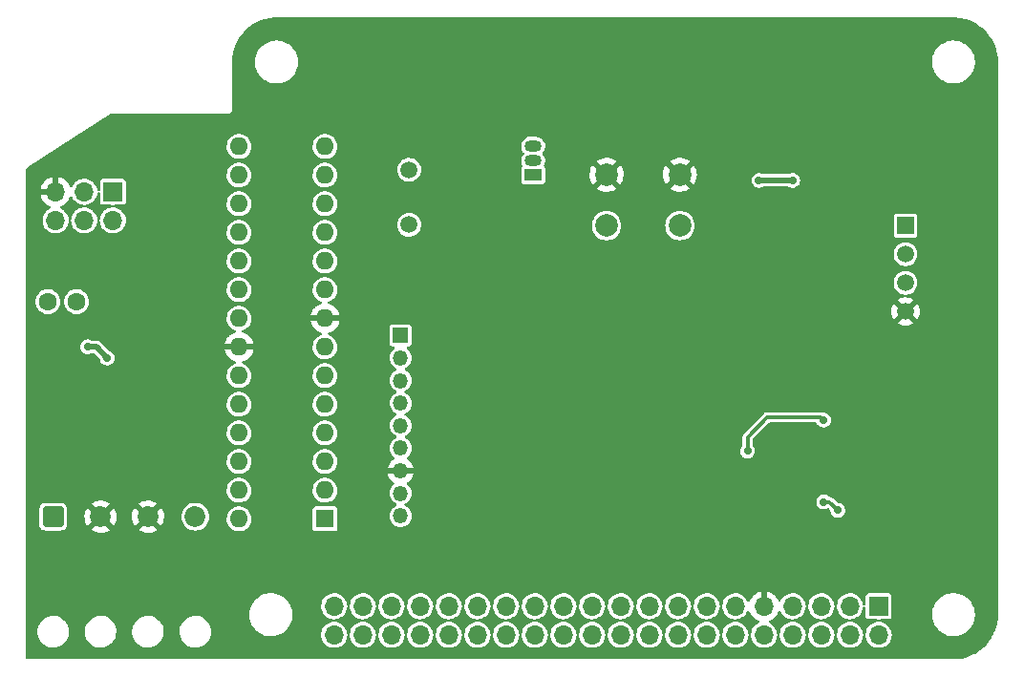
<source format=gbr>
%TF.GenerationSoftware,KiCad,Pcbnew,(6.0.7)*%
%TF.CreationDate,2023-01-16T15:03:51+03:00*%
%TF.ProjectId,Omarichet Sensor Shield 2,4f6d6172-6963-4686-9574-2053656e736f,rev?*%
%TF.SameCoordinates,Original*%
%TF.FileFunction,Copper,L2,Bot*%
%TF.FilePolarity,Positive*%
%FSLAX46Y46*%
G04 Gerber Fmt 4.6, Leading zero omitted, Abs format (unit mm)*
G04 Created by KiCad (PCBNEW (6.0.7)) date 2023-01-16 15:03:51*
%MOMM*%
%LPD*%
G01*
G04 APERTURE LIST*
G04 Aperture macros list*
%AMRoundRect*
0 Rectangle with rounded corners*
0 $1 Rounding radius*
0 $2 $3 $4 $5 $6 $7 $8 $9 X,Y pos of 4 corners*
0 Add a 4 corners polygon primitive as box body*
4,1,4,$2,$3,$4,$5,$6,$7,$8,$9,$2,$3,0*
0 Add four circle primitives for the rounded corners*
1,1,$1+$1,$2,$3*
1,1,$1+$1,$4,$5*
1,1,$1+$1,$6,$7*
1,1,$1+$1,$8,$9*
0 Add four rect primitives between the rounded corners*
20,1,$1+$1,$2,$3,$4,$5,0*
20,1,$1+$1,$4,$5,$6,$7,0*
20,1,$1+$1,$6,$7,$8,$9,0*
20,1,$1+$1,$8,$9,$2,$3,0*%
G04 Aperture macros list end*
%TA.AperFunction,ComponentPad*%
%ADD10R,1.350000X1.350000*%
%TD*%
%TA.AperFunction,ComponentPad*%
%ADD11O,1.350000X1.350000*%
%TD*%
%TA.AperFunction,ComponentPad*%
%ADD12C,1.600000*%
%TD*%
%TA.AperFunction,ComponentPad*%
%ADD13C,2.000000*%
%TD*%
%TA.AperFunction,ComponentPad*%
%ADD14R,1.500000X1.050000*%
%TD*%
%TA.AperFunction,ComponentPad*%
%ADD15O,1.500000X1.050000*%
%TD*%
%TA.AperFunction,ComponentPad*%
%ADD16C,1.500000*%
%TD*%
%TA.AperFunction,ComponentPad*%
%ADD17R,1.600000X1.600000*%
%TD*%
%TA.AperFunction,ComponentPad*%
%ADD18O,1.600000X1.600000*%
%TD*%
%TA.AperFunction,ComponentPad*%
%ADD19RoundRect,0.250000X-0.675000X-0.675000X0.675000X-0.675000X0.675000X0.675000X-0.675000X0.675000X0*%
%TD*%
%TA.AperFunction,ComponentPad*%
%ADD20C,1.850000*%
%TD*%
%TA.AperFunction,ComponentPad*%
%ADD21R,1.500000X1.500000*%
%TD*%
%TA.AperFunction,ComponentPad*%
%ADD22R,1.700000X1.700000*%
%TD*%
%TA.AperFunction,ComponentPad*%
%ADD23O,1.700000X1.700000*%
%TD*%
%TA.AperFunction,ViaPad*%
%ADD24C,0.700000*%
%TD*%
%TA.AperFunction,Conductor*%
%ADD25C,0.300000*%
%TD*%
%TA.AperFunction,Conductor*%
%ADD26C,0.500000*%
%TD*%
G04 APERTURE END LIST*
D10*
%TO.P,J3,1,Pin_1*%
%TO.N,unconnected-(J3-Pad1)*%
X136840000Y-98810000D03*
D11*
%TO.P,J3,2,Pin_2*%
%TO.N,unconnected-(J3-Pad2)*%
X136840000Y-100810000D03*
%TO.P,J3,3,Pin_3*%
%TO.N,unconnected-(J3-Pad3)*%
X136840000Y-102810000D03*
%TO.P,J3,4,Pin_4*%
%TO.N,unconnected-(J3-Pad4)*%
X136840000Y-104810000D03*
%TO.P,J3,5,Pin_5*%
%TO.N,TX2*%
X136840000Y-106810000D03*
%TO.P,J3,6,Pin_6*%
%TO.N,RX2*%
X136840000Y-108810000D03*
%TO.P,J3,7,Pin_7*%
%TO.N,GND*%
X136840000Y-110810000D03*
%TO.P,J3,8,Pin_8*%
%TO.N,RESET*%
X136840000Y-112810000D03*
%TO.P,J3,9,Pin_9*%
%TO.N,PPS*%
X136840000Y-114810000D03*
%TD*%
D12*
%TO.P,R8,1*%
%TO.N,RESET*%
X105570000Y-95810000D03*
%TO.P,R8,2*%
%TO.N,A0*%
X108110000Y-95810000D03*
%TD*%
D13*
%TO.P,SW1,1,1*%
%TO.N,GND*%
X161590000Y-84560000D03*
X155090000Y-84560000D03*
%TO.P,SW1,2,2*%
%TO.N,RESET*%
X155090000Y-89060000D03*
X161590000Y-89060000D03*
%TD*%
D14*
%TO.P,Q1,1,C*%
%TO.N,RESET*%
X148590000Y-84560000D03*
D15*
%TO.P,Q1,2,B*%
%TO.N,/base*%
X148590000Y-83290000D03*
%TO.P,Q1,3,E*%
%TO.N,RX*%
X148590000Y-82020000D03*
%TD*%
D16*
%TO.P,Y1,1,1*%
%TO.N,/xtal2*%
X137590000Y-84110000D03*
%TO.P,Y1,2,2*%
%TO.N,/xtal1*%
X137590000Y-88990000D03*
%TD*%
D17*
%TO.P,U5,1,~{RESET}/PC6*%
%TO.N,RESET*%
X130140000Y-115060000D03*
D18*
%TO.P,U5,2,PD0*%
%TO.N,unconnected-(U5-Pad2)*%
X130140000Y-112520000D03*
%TO.P,U5,3,PD1*%
%TO.N,unconnected-(U5-Pad3)*%
X130140000Y-109980000D03*
%TO.P,U5,4,PD2*%
%TO.N,TX2*%
X130140000Y-107440000D03*
%TO.P,U5,5,PD3*%
%TO.N,RX2*%
X130140000Y-104900000D03*
%TO.P,U5,6,PD4*%
%TO.N,PPS*%
X130140000Y-102360000D03*
%TO.P,U5,7,VCC*%
%TO.N,RESET*%
X130140000Y-99820000D03*
%TO.P,U5,8,GND*%
%TO.N,GND*%
X130140000Y-97280000D03*
%TO.P,U5,9,XTAL1/PB6*%
%TO.N,/xtal1*%
X130140000Y-94740000D03*
%TO.P,U5,10,XTAL2/PB7*%
%TO.N,/xtal2*%
X130140000Y-92200000D03*
%TO.P,U5,11,PD5*%
%TO.N,RX*%
X130140000Y-89660000D03*
%TO.P,U5,12,PD6*%
%TO.N,TX*%
X130140000Y-87120000D03*
%TO.P,U5,13,PD7*%
%TO.N,unconnected-(U5-Pad13)*%
X130140000Y-84580000D03*
%TO.P,U5,14,PB0*%
%TO.N,unconnected-(U5-Pad14)*%
X130140000Y-82040000D03*
%TO.P,U5,15,PB1*%
%TO.N,unconnected-(U5-Pad15)*%
X122520000Y-82040000D03*
%TO.P,U5,16,PB2*%
%TO.N,unconnected-(U5-Pad16)*%
X122520000Y-84580000D03*
%TO.P,U5,17,PB3*%
%TO.N,MOSI*%
X122520000Y-87120000D03*
%TO.P,U5,18,PB4*%
%TO.N,MISO*%
X122520000Y-89660000D03*
%TO.P,U5,19,PB5*%
%TO.N,13*%
X122520000Y-92200000D03*
%TO.P,U5,20,AVCC*%
%TO.N,RESET*%
X122520000Y-94740000D03*
%TO.P,U5,21,AREF*%
%TO.N,unconnected-(U5-Pad21)*%
X122520000Y-97280000D03*
%TO.P,U5,22,GND*%
%TO.N,GND*%
X122520000Y-99820000D03*
%TO.P,U5,23,PC0*%
%TO.N,A0*%
X122520000Y-102360000D03*
%TO.P,U5,24,PC1*%
%TO.N,A1*%
X122520000Y-104900000D03*
%TO.P,U5,25,PC2*%
%TO.N,A2*%
X122520000Y-107440000D03*
%TO.P,U5,26,PC3*%
%TO.N,unconnected-(U5-Pad26)*%
X122520000Y-109980000D03*
%TO.P,U5,27,PC4*%
%TO.N,unconnected-(U5-Pad27)*%
X122520000Y-112520000D03*
%TO.P,U5,28,PC5*%
%TO.N,unconnected-(U5-Pad28)*%
X122520000Y-115060000D03*
%TD*%
D19*
%TO.P,J2,1,Pin_1*%
%TO.N,IP*%
X106040000Y-114870000D03*
D20*
%TO.P,J2,2,Pin_2*%
%TO.N,GND*%
X110240000Y-114870000D03*
%TO.P,J2,3,Pin_3*%
X114440000Y-114870000D03*
%TO.P,J2,4,Pin_4*%
%TO.N,OP*%
X118640000Y-114870000D03*
%TD*%
D21*
%TO.P,U4,1,VCC*%
%TO.N,+3V3*%
X181590000Y-89060000D03*
D16*
%TO.P,U4,2,IO*%
%TO.N,DHTOUT*%
X181590000Y-91600000D03*
%TO.P,U4,3,NC*%
%TO.N,unconnected-(U4-Pad3)*%
X181590000Y-94140000D03*
%TO.P,U4,4,GND*%
%TO.N,GND*%
X181590000Y-96680000D03*
%TD*%
D22*
%TO.P,J4,1,Pin_1*%
%TO.N,MISO*%
X111340000Y-86060000D03*
D23*
%TO.P,J4,2,Pin_2*%
%TO.N,MOSI*%
X111340000Y-88600000D03*
%TO.P,J4,3,Pin_3*%
%TO.N,13*%
X108800000Y-86060000D03*
%TO.P,J4,4,Pin_4*%
%TO.N,RESET*%
X108800000Y-88600000D03*
%TO.P,J4,5,Pin_5*%
%TO.N,GND*%
X106260000Y-86060000D03*
%TO.P,J4,6,Pin_6*%
%TO.N,RESET*%
X106260000Y-88600000D03*
%TD*%
D22*
%TO.P,J1,1,Pin_1*%
%TO.N,+3V3*%
X179210000Y-122810000D03*
D23*
%TO.P,J1,2,Pin_2*%
%TO.N,RESET*%
X179210000Y-125350000D03*
%TO.P,J1,3,Pin_3*%
%TO.N,SDA*%
X176670000Y-122810000D03*
%TO.P,J1,4,Pin_4*%
%TO.N,unconnected-(J1-Pad4)*%
X176670000Y-125350000D03*
%TO.P,J1,5,Pin_5*%
%TO.N,SCL*%
X174130000Y-122810000D03*
%TO.P,J1,6,Pin_6*%
%TO.N,unconnected-(J1-Pad6)*%
X174130000Y-125350000D03*
%TO.P,J1,7,Pin_7*%
%TO.N,unconnected-(J1-Pad7)*%
X171590000Y-122810000D03*
%TO.P,J1,8,Pin_8*%
%TO.N,TXD*%
X171590000Y-125350000D03*
%TO.P,J1,9,Pin_9*%
%TO.N,GND*%
X169050000Y-122810000D03*
%TO.P,J1,10,Pin_10*%
%TO.N,RXD*%
X169050000Y-125350000D03*
%TO.P,J1,11,Pin_11*%
%TO.N,INT*%
X166510000Y-122810000D03*
%TO.P,J1,12,Pin_12*%
%TO.N,unconnected-(J1-Pad12)*%
X166510000Y-125350000D03*
%TO.P,J1,13,Pin_13*%
%TO.N,ADO*%
X163970000Y-122810000D03*
%TO.P,J1,14,Pin_14*%
%TO.N,unconnected-(J1-Pad14)*%
X163970000Y-125350000D03*
%TO.P,J1,15,Pin_15*%
%TO.N,DHTOUT*%
X161430000Y-122810000D03*
%TO.P,J1,16,Pin_16*%
%TO.N,unconnected-(J1-Pad16)*%
X161430000Y-125350000D03*
%TO.P,J1,17,Pin_17*%
%TO.N,unconnected-(J1-Pad17)*%
X158890000Y-122810000D03*
%TO.P,J1,18,Pin_18*%
%TO.N,unconnected-(J1-Pad18)*%
X158890000Y-125350000D03*
%TO.P,J1,19,Pin_19*%
%TO.N,unconnected-(J1-Pad19)*%
X156350000Y-122810000D03*
%TO.P,J1,20,Pin_20*%
%TO.N,unconnected-(J1-Pad20)*%
X156350000Y-125350000D03*
%TO.P,J1,21,Pin_21*%
%TO.N,unconnected-(J1-Pad21)*%
X153810000Y-122810000D03*
%TO.P,J1,22,Pin_22*%
%TO.N,unconnected-(J1-Pad22)*%
X153810000Y-125350000D03*
%TO.P,J1,23,Pin_23*%
%TO.N,unconnected-(J1-Pad23)*%
X151270000Y-122810000D03*
%TO.P,J1,24,Pin_24*%
%TO.N,unconnected-(J1-Pad24)*%
X151270000Y-125350000D03*
%TO.P,J1,25,Pin_25*%
%TO.N,unconnected-(J1-Pad25)*%
X148730000Y-122810000D03*
%TO.P,J1,26,Pin_26*%
%TO.N,unconnected-(J1-Pad26)*%
X148730000Y-125350000D03*
%TO.P,J1,27,Pin_27*%
%TO.N,unconnected-(J1-Pad27)*%
X146190000Y-122810000D03*
%TO.P,J1,28,Pin_28*%
%TO.N,unconnected-(J1-Pad28)*%
X146190000Y-125350000D03*
%TO.P,J1,29,Pin_29*%
%TO.N,unconnected-(J1-Pad29)*%
X143650000Y-122810000D03*
%TO.P,J1,30,Pin_30*%
%TO.N,unconnected-(J1-Pad30)*%
X143650000Y-125350000D03*
%TO.P,J1,31,Pin_31*%
%TO.N,unconnected-(J1-Pad31)*%
X141110000Y-122810000D03*
%TO.P,J1,32,Pin_32*%
%TO.N,unconnected-(J1-Pad32)*%
X141110000Y-125350000D03*
%TO.P,J1,33,Pin_33*%
%TO.N,unconnected-(J1-Pad33)*%
X138570000Y-122810000D03*
%TO.P,J1,34,Pin_34*%
%TO.N,unconnected-(J1-Pad34)*%
X138570000Y-125350000D03*
%TO.P,J1,35,Pin_35*%
%TO.N,unconnected-(J1-Pad35)*%
X136030000Y-122810000D03*
%TO.P,J1,36,Pin_36*%
%TO.N,unconnected-(J1-Pad36)*%
X136030000Y-125350000D03*
%TO.P,J1,37,Pin_37*%
%TO.N,unconnected-(J1-Pad37)*%
X133490000Y-122810000D03*
%TO.P,J1,38,Pin_38*%
%TO.N,unconnected-(J1-Pad38)*%
X133490000Y-125350000D03*
%TO.P,J1,39,Pin_39*%
%TO.N,unconnected-(J1-Pad39)*%
X130950000Y-122810000D03*
%TO.P,J1,40,Pin_40*%
%TO.N,unconnected-(J1-Pad40)*%
X130950000Y-125350000D03*
%TD*%
D24*
%TO.N,+3V3*%
X167590000Y-109060000D03*
X174340000Y-106310000D03*
%TO.N,RESET*%
X110840000Y-100810000D03*
X109090000Y-99810000D03*
X168590000Y-85060000D03*
X171590000Y-85060000D03*
%TO.N,SDA*%
X175590000Y-114310000D03*
X174340000Y-113560000D03*
%TO.N,GND*%
X115170000Y-108290000D03*
X168710000Y-110970000D03*
X169340000Y-112060000D03*
X139090000Y-110810000D03*
X179090000Y-103060000D03*
X183340000Y-109310000D03*
X170090000Y-114310000D03*
X142590000Y-85060000D03*
X183340000Y-114810000D03*
X128340000Y-98060000D03*
X170340000Y-104060000D03*
X185340000Y-96810000D03*
X169090000Y-120310000D03*
X181491675Y-104946438D03*
X154840000Y-81810000D03*
X114090000Y-110060000D03*
X177590000Y-105560000D03*
X142590000Y-88060000D03*
X117840000Y-83060000D03*
X181850000Y-101250000D03*
X173080000Y-83320000D03*
X163840000Y-84560000D03*
X181590000Y-106560000D03*
X117840000Y-99060000D03*
X171090000Y-107060000D03*
X113090000Y-96060000D03*
X175590000Y-111560000D03*
X114340000Y-102310000D03*
X124590000Y-99810000D03*
X114430000Y-112870000D03*
X110090000Y-113060000D03*
X107340000Y-83810000D03*
%TD*%
D25*
%TO.N,+3V3*%
X169340000Y-106060000D02*
X174090000Y-106060000D01*
X167590000Y-107810000D02*
X169340000Y-106060000D01*
X167590000Y-109060000D02*
X167590000Y-107810000D01*
X174090000Y-106060000D02*
X174340000Y-106310000D01*
D26*
%TO.N,RESET*%
X171590000Y-85060000D02*
X168590000Y-85060000D01*
X109090000Y-99810000D02*
X109840000Y-99810000D01*
X109840000Y-99810000D02*
X110840000Y-100810000D01*
D25*
%TO.N,SDA*%
X174340000Y-113560000D02*
X174840000Y-113560000D01*
X174840000Y-113560000D02*
X175590000Y-114310000D01*
%TD*%
%TA.AperFunction,Conductor*%
%TO.N,GND*%
G36*
X185824391Y-70612384D02*
G01*
X185840000Y-70615136D01*
X185850684Y-70613252D01*
X185856593Y-70613252D01*
X185874554Y-70612098D01*
X186072715Y-70621259D01*
X186198696Y-70627084D01*
X186210087Y-70628139D01*
X186560052Y-70676957D01*
X186571296Y-70679060D01*
X186743275Y-70719509D01*
X186915248Y-70759957D01*
X186926264Y-70763091D01*
X187261294Y-70875381D01*
X187271974Y-70879519D01*
X187595196Y-71022236D01*
X187605449Y-71027341D01*
X187914138Y-71199278D01*
X187923864Y-71205300D01*
X188215374Y-71404990D01*
X188224514Y-71411892D01*
X188496357Y-71637627D01*
X188504821Y-71645344D01*
X188754656Y-71895179D01*
X188762373Y-71903643D01*
X188988108Y-72175486D01*
X188995010Y-72184626D01*
X189194696Y-72476130D01*
X189200725Y-72485868D01*
X189372659Y-72794551D01*
X189377764Y-72804804D01*
X189520481Y-73128026D01*
X189524619Y-73138706D01*
X189636909Y-73473736D01*
X189640043Y-73484752D01*
X189656099Y-73553016D01*
X189714503Y-73801331D01*
X189720939Y-73828697D01*
X189723043Y-73839948D01*
X189771860Y-74189906D01*
X189772916Y-74201304D01*
X189775014Y-74246680D01*
X189787902Y-74525446D01*
X189786748Y-74543407D01*
X189786748Y-74549316D01*
X189784864Y-74560000D01*
X189786748Y-74570683D01*
X189787616Y-74575606D01*
X189789500Y-74597139D01*
X189789500Y-123522861D01*
X189787616Y-123544391D01*
X189784864Y-123560000D01*
X189786748Y-123570684D01*
X189786748Y-123576593D01*
X189787902Y-123594554D01*
X189782514Y-123711096D01*
X189773313Y-123910133D01*
X189772917Y-123918689D01*
X189771861Y-123930087D01*
X189725666Y-124261251D01*
X189723044Y-124280044D01*
X189720940Y-124291296D01*
X189686625Y-124437197D01*
X189640043Y-124635248D01*
X189636909Y-124646264D01*
X189524619Y-124981294D01*
X189520482Y-124991972D01*
X189499302Y-125039939D01*
X189377764Y-125315196D01*
X189372659Y-125325449D01*
X189337409Y-125388736D01*
X189205746Y-125625118D01*
X189200725Y-125634132D01*
X189194700Y-125643864D01*
X189000257Y-125927714D01*
X188995010Y-125935374D01*
X188988110Y-125944512D01*
X188807687Y-126161787D01*
X188762373Y-126216357D01*
X188754656Y-126224821D01*
X188504821Y-126474656D01*
X188496357Y-126482373D01*
X188224514Y-126708108D01*
X188215376Y-126715008D01*
X187923864Y-126914700D01*
X187914138Y-126920722D01*
X187733391Y-127021397D01*
X187605449Y-127092659D01*
X187595196Y-127097764D01*
X187271974Y-127240481D01*
X187261294Y-127244619D01*
X186926264Y-127356909D01*
X186915248Y-127360043D01*
X186807013Y-127385500D01*
X186571296Y-127440940D01*
X186560052Y-127443043D01*
X186210087Y-127491861D01*
X186198696Y-127492916D01*
X186072715Y-127498741D01*
X185874554Y-127507902D01*
X185856593Y-127506748D01*
X185850684Y-127506748D01*
X185840000Y-127504864D01*
X185824391Y-127507616D01*
X185802861Y-127509500D01*
X103764500Y-127509500D01*
X103697461Y-127489815D01*
X103651706Y-127437011D01*
X103640500Y-127385500D01*
X103640500Y-125003789D01*
X104635996Y-125003789D01*
X104644913Y-125241295D01*
X104645990Y-125246430D01*
X104645991Y-125246435D01*
X104691162Y-125461718D01*
X104693719Y-125473904D01*
X104695648Y-125478788D01*
X104695649Y-125478792D01*
X104716168Y-125530749D01*
X104781020Y-125694963D01*
X104783741Y-125699447D01*
X104783743Y-125699451D01*
X104851233Y-125810670D01*
X104904319Y-125898153D01*
X105060090Y-126077664D01*
X105243880Y-126228362D01*
X105248441Y-126230958D01*
X105248442Y-126230959D01*
X105445875Y-126343345D01*
X105445880Y-126343347D01*
X105450433Y-126345939D01*
X105673844Y-126427034D01*
X105907725Y-126469326D01*
X105932619Y-126470500D01*
X106099680Y-126470500D01*
X106102296Y-126470278D01*
X106102297Y-126470278D01*
X106271590Y-126455913D01*
X106276823Y-126455469D01*
X106506874Y-126395760D01*
X106723576Y-126298143D01*
X106920732Y-126165409D01*
X107092705Y-126001355D01*
X107234579Y-125810670D01*
X107272701Y-125735690D01*
X107339913Y-125603493D01*
X107339915Y-125603488D01*
X107342295Y-125598807D01*
X107385241Y-125460500D01*
X107411215Y-125376848D01*
X107412775Y-125371824D01*
X107415129Y-125354063D01*
X107443315Y-125141412D01*
X107443315Y-125141408D01*
X107444004Y-125136211D01*
X107439032Y-125003789D01*
X108835996Y-125003789D01*
X108844913Y-125241295D01*
X108845990Y-125246430D01*
X108845991Y-125246435D01*
X108891162Y-125461718D01*
X108893719Y-125473904D01*
X108895648Y-125478788D01*
X108895649Y-125478792D01*
X108916168Y-125530749D01*
X108981020Y-125694963D01*
X108983741Y-125699447D01*
X108983743Y-125699451D01*
X109051233Y-125810670D01*
X109104319Y-125898153D01*
X109260090Y-126077664D01*
X109443880Y-126228362D01*
X109448441Y-126230958D01*
X109448442Y-126230959D01*
X109645875Y-126343345D01*
X109645880Y-126343347D01*
X109650433Y-126345939D01*
X109873844Y-126427034D01*
X110107725Y-126469326D01*
X110132619Y-126470500D01*
X110299680Y-126470500D01*
X110302296Y-126470278D01*
X110302297Y-126470278D01*
X110471590Y-126455913D01*
X110476823Y-126455469D01*
X110706874Y-126395760D01*
X110923576Y-126298143D01*
X111120732Y-126165409D01*
X111292705Y-126001355D01*
X111434579Y-125810670D01*
X111472701Y-125735690D01*
X111539913Y-125603493D01*
X111539915Y-125603488D01*
X111542295Y-125598807D01*
X111585241Y-125460500D01*
X111611215Y-125376848D01*
X111612775Y-125371824D01*
X111615129Y-125354063D01*
X111643315Y-125141412D01*
X111643315Y-125141408D01*
X111644004Y-125136211D01*
X111639032Y-125003789D01*
X113035996Y-125003789D01*
X113044913Y-125241295D01*
X113045990Y-125246430D01*
X113045991Y-125246435D01*
X113091162Y-125461718D01*
X113093719Y-125473904D01*
X113095648Y-125478788D01*
X113095649Y-125478792D01*
X113116168Y-125530749D01*
X113181020Y-125694963D01*
X113183741Y-125699447D01*
X113183743Y-125699451D01*
X113251233Y-125810670D01*
X113304319Y-125898153D01*
X113460090Y-126077664D01*
X113643880Y-126228362D01*
X113648441Y-126230958D01*
X113648442Y-126230959D01*
X113845875Y-126343345D01*
X113845880Y-126343347D01*
X113850433Y-126345939D01*
X114073844Y-126427034D01*
X114307725Y-126469326D01*
X114332619Y-126470500D01*
X114499680Y-126470500D01*
X114502296Y-126470278D01*
X114502297Y-126470278D01*
X114671590Y-126455913D01*
X114676823Y-126455469D01*
X114906874Y-126395760D01*
X115123576Y-126298143D01*
X115320732Y-126165409D01*
X115492705Y-126001355D01*
X115634579Y-125810670D01*
X115672701Y-125735690D01*
X115739913Y-125603493D01*
X115739915Y-125603488D01*
X115742295Y-125598807D01*
X115785241Y-125460500D01*
X115811215Y-125376848D01*
X115812775Y-125371824D01*
X115815129Y-125354063D01*
X115843315Y-125141412D01*
X115843315Y-125141408D01*
X115844004Y-125136211D01*
X115839032Y-125003789D01*
X117235996Y-125003789D01*
X117244913Y-125241295D01*
X117245990Y-125246430D01*
X117245991Y-125246435D01*
X117291162Y-125461718D01*
X117293719Y-125473904D01*
X117295648Y-125478788D01*
X117295649Y-125478792D01*
X117316168Y-125530749D01*
X117381020Y-125694963D01*
X117383741Y-125699447D01*
X117383743Y-125699451D01*
X117451233Y-125810670D01*
X117504319Y-125898153D01*
X117660090Y-126077664D01*
X117843880Y-126228362D01*
X117848441Y-126230958D01*
X117848442Y-126230959D01*
X118045875Y-126343345D01*
X118045880Y-126343347D01*
X118050433Y-126345939D01*
X118273844Y-126427034D01*
X118507725Y-126469326D01*
X118532619Y-126470500D01*
X118699680Y-126470500D01*
X118702296Y-126470278D01*
X118702297Y-126470278D01*
X118871590Y-126455913D01*
X118876823Y-126455469D01*
X119106874Y-126395760D01*
X119323576Y-126298143D01*
X119520732Y-126165409D01*
X119692705Y-126001355D01*
X119834579Y-125810670D01*
X119872701Y-125735690D01*
X119939913Y-125603493D01*
X119939915Y-125603488D01*
X119942295Y-125598807D01*
X119985241Y-125460500D01*
X120011215Y-125376848D01*
X120012775Y-125371824D01*
X120015129Y-125354063D01*
X120043315Y-125141412D01*
X120043315Y-125141408D01*
X120044004Y-125136211D01*
X120035087Y-124898705D01*
X120026504Y-124857796D01*
X119987361Y-124671242D01*
X119987360Y-124671239D01*
X119986281Y-124666096D01*
X119975713Y-124639335D01*
X119900908Y-124449920D01*
X119898980Y-124445037D01*
X119891881Y-124433337D01*
X119778408Y-124246341D01*
X119775681Y-124241847D01*
X119654456Y-124102147D01*
X119623356Y-124066307D01*
X119623355Y-124066306D01*
X119619910Y-124062336D01*
X119451702Y-123924414D01*
X119440179Y-123914966D01*
X119440178Y-123914965D01*
X119436120Y-123911638D01*
X119431558Y-123909041D01*
X119234125Y-123796655D01*
X119234120Y-123796653D01*
X119229567Y-123794061D01*
X119006156Y-123712966D01*
X118772275Y-123670674D01*
X118747381Y-123669500D01*
X118580320Y-123669500D01*
X118577704Y-123669722D01*
X118577703Y-123669722D01*
X118566484Y-123670674D01*
X118403177Y-123684531D01*
X118173126Y-123744240D01*
X117956424Y-123841857D01*
X117759268Y-123974591D01*
X117587295Y-124138645D01*
X117445421Y-124329330D01*
X117443042Y-124334008D01*
X117443042Y-124334009D01*
X117388875Y-124440549D01*
X117337705Y-124541193D01*
X117336146Y-124546213D01*
X117336145Y-124546216D01*
X117276322Y-124738878D01*
X117267225Y-124768176D01*
X117266534Y-124773386D01*
X117266534Y-124773388D01*
X117238978Y-124981294D01*
X117235996Y-125003789D01*
X115839032Y-125003789D01*
X115835087Y-124898705D01*
X115826504Y-124857796D01*
X115787361Y-124671242D01*
X115787360Y-124671239D01*
X115786281Y-124666096D01*
X115775713Y-124639335D01*
X115700908Y-124449920D01*
X115698980Y-124445037D01*
X115691881Y-124433337D01*
X115578408Y-124246341D01*
X115575681Y-124241847D01*
X115454456Y-124102147D01*
X115423356Y-124066307D01*
X115423355Y-124066306D01*
X115419910Y-124062336D01*
X115251702Y-123924414D01*
X115240179Y-123914966D01*
X115240178Y-123914965D01*
X115236120Y-123911638D01*
X115231558Y-123909041D01*
X115034125Y-123796655D01*
X115034120Y-123796653D01*
X115029567Y-123794061D01*
X114806156Y-123712966D01*
X114572275Y-123670674D01*
X114547381Y-123669500D01*
X114380320Y-123669500D01*
X114377704Y-123669722D01*
X114377703Y-123669722D01*
X114366484Y-123670674D01*
X114203177Y-123684531D01*
X113973126Y-123744240D01*
X113756424Y-123841857D01*
X113559268Y-123974591D01*
X113387295Y-124138645D01*
X113245421Y-124329330D01*
X113243042Y-124334008D01*
X113243042Y-124334009D01*
X113188875Y-124440549D01*
X113137705Y-124541193D01*
X113136146Y-124546213D01*
X113136145Y-124546216D01*
X113076322Y-124738878D01*
X113067225Y-124768176D01*
X113066534Y-124773386D01*
X113066534Y-124773388D01*
X113038978Y-124981294D01*
X113035996Y-125003789D01*
X111639032Y-125003789D01*
X111635087Y-124898705D01*
X111626504Y-124857796D01*
X111587361Y-124671242D01*
X111587360Y-124671239D01*
X111586281Y-124666096D01*
X111575713Y-124639335D01*
X111500908Y-124449920D01*
X111498980Y-124445037D01*
X111491881Y-124433337D01*
X111378408Y-124246341D01*
X111375681Y-124241847D01*
X111254456Y-124102147D01*
X111223356Y-124066307D01*
X111223355Y-124066306D01*
X111219910Y-124062336D01*
X111051702Y-123924414D01*
X111040179Y-123914966D01*
X111040178Y-123914965D01*
X111036120Y-123911638D01*
X111031558Y-123909041D01*
X110834125Y-123796655D01*
X110834120Y-123796653D01*
X110829567Y-123794061D01*
X110606156Y-123712966D01*
X110372275Y-123670674D01*
X110347381Y-123669500D01*
X110180320Y-123669500D01*
X110177704Y-123669722D01*
X110177703Y-123669722D01*
X110166484Y-123670674D01*
X110003177Y-123684531D01*
X109773126Y-123744240D01*
X109556424Y-123841857D01*
X109359268Y-123974591D01*
X109187295Y-124138645D01*
X109045421Y-124329330D01*
X109043042Y-124334008D01*
X109043042Y-124334009D01*
X108988875Y-124440549D01*
X108937705Y-124541193D01*
X108936146Y-124546213D01*
X108936145Y-124546216D01*
X108876322Y-124738878D01*
X108867225Y-124768176D01*
X108866534Y-124773386D01*
X108866534Y-124773388D01*
X108838978Y-124981294D01*
X108835996Y-125003789D01*
X107439032Y-125003789D01*
X107435087Y-124898705D01*
X107426504Y-124857796D01*
X107387361Y-124671242D01*
X107387360Y-124671239D01*
X107386281Y-124666096D01*
X107375713Y-124639335D01*
X107300908Y-124449920D01*
X107298980Y-124445037D01*
X107291881Y-124433337D01*
X107178408Y-124246341D01*
X107175681Y-124241847D01*
X107054456Y-124102147D01*
X107023356Y-124066307D01*
X107023355Y-124066306D01*
X107019910Y-124062336D01*
X106851702Y-123924414D01*
X106840179Y-123914966D01*
X106840178Y-123914965D01*
X106836120Y-123911638D01*
X106831558Y-123909041D01*
X106634125Y-123796655D01*
X106634120Y-123796653D01*
X106629567Y-123794061D01*
X106406156Y-123712966D01*
X106172275Y-123670674D01*
X106147381Y-123669500D01*
X105980320Y-123669500D01*
X105977704Y-123669722D01*
X105977703Y-123669722D01*
X105966484Y-123670674D01*
X105803177Y-123684531D01*
X105573126Y-123744240D01*
X105356424Y-123841857D01*
X105159268Y-123974591D01*
X104987295Y-124138645D01*
X104845421Y-124329330D01*
X104843042Y-124334008D01*
X104843042Y-124334009D01*
X104788875Y-124440549D01*
X104737705Y-124541193D01*
X104736146Y-124546213D01*
X104736145Y-124546216D01*
X104676322Y-124738878D01*
X104667225Y-124768176D01*
X104666534Y-124773386D01*
X104666534Y-124773388D01*
X104638978Y-124981294D01*
X104635996Y-125003789D01*
X103640500Y-125003789D01*
X103640500Y-123603233D01*
X123434906Y-123603233D01*
X123435333Y-123607708D01*
X123435333Y-123607709D01*
X123459933Y-123865537D01*
X123461102Y-123877792D01*
X123468159Y-123906633D01*
X123524045Y-124135019D01*
X123526657Y-124145694D01*
X123528340Y-124149850D01*
X123528342Y-124149855D01*
X123602933Y-124334009D01*
X123630199Y-124401326D01*
X123769558Y-124639335D01*
X123941816Y-124854732D01*
X124143364Y-125043008D01*
X124270160Y-125130969D01*
X124366281Y-125197651D01*
X124366285Y-125197653D01*
X124369979Y-125200216D01*
X124374004Y-125202218D01*
X124374005Y-125202219D01*
X124612887Y-125321062D01*
X124612892Y-125321064D01*
X124616914Y-125323065D01*
X124878998Y-125408980D01*
X124959949Y-125423035D01*
X125147004Y-125455514D01*
X125147009Y-125455515D01*
X125150738Y-125456162D01*
X125188373Y-125458036D01*
X125236340Y-125460424D01*
X125236359Y-125460424D01*
X125237876Y-125460500D01*
X125410070Y-125460500D01*
X125615083Y-125445625D01*
X125619464Y-125444658D01*
X125619469Y-125444657D01*
X125731093Y-125420012D01*
X125884403Y-125386164D01*
X125888594Y-125384576D01*
X125888598Y-125384575D01*
X126007825Y-125339404D01*
X126059691Y-125319754D01*
X129794967Y-125319754D01*
X129795338Y-125325416D01*
X129795338Y-125325420D01*
X129799488Y-125388736D01*
X129808796Y-125530749D01*
X129860845Y-125735690D01*
X129863219Y-125740841D01*
X129863221Y-125740845D01*
X129901981Y-125824922D01*
X129949369Y-125927714D01*
X129952647Y-125932352D01*
X130052537Y-126073693D01*
X130071405Y-126100391D01*
X130222865Y-126247937D01*
X130227588Y-126251093D01*
X130227592Y-126251096D01*
X130293612Y-126295209D01*
X130398677Y-126365411D01*
X130592953Y-126448878D01*
X130622081Y-126455469D01*
X130793638Y-126494289D01*
X130793642Y-126494290D01*
X130799186Y-126495544D01*
X130925651Y-126500513D01*
X131004789Y-126503623D01*
X131004791Y-126503623D01*
X131010470Y-126503846D01*
X131016090Y-126503031D01*
X131016092Y-126503031D01*
X131214103Y-126474320D01*
X131214104Y-126474320D01*
X131219730Y-126473504D01*
X131298890Y-126446633D01*
X131414565Y-126407367D01*
X131414568Y-126407366D01*
X131419955Y-126405537D01*
X131424916Y-126402759D01*
X131424922Y-126402756D01*
X131531530Y-126343052D01*
X131604442Y-126302219D01*
X131690124Y-126230959D01*
X131762645Y-126170644D01*
X131767012Y-126167012D01*
X131771358Y-126161787D01*
X131898584Y-126008813D01*
X131898585Y-126008811D01*
X131902219Y-126004442D01*
X131948078Y-125922556D01*
X132002756Y-125824922D01*
X132002759Y-125824916D01*
X132005537Y-125819955D01*
X132036009Y-125730189D01*
X132071675Y-125625118D01*
X132073504Y-125619730D01*
X132086406Y-125530749D01*
X132097820Y-125452033D01*
X132126921Y-125388512D01*
X132180225Y-125354346D01*
X132260974Y-125354346D01*
X132314347Y-125388736D01*
X132343296Y-125452327D01*
X132344271Y-125461707D01*
X132348796Y-125530749D01*
X132400845Y-125735690D01*
X132403219Y-125740841D01*
X132403221Y-125740845D01*
X132441981Y-125824922D01*
X132489369Y-125927714D01*
X132492647Y-125932352D01*
X132592537Y-126073693D01*
X132611405Y-126100391D01*
X132762865Y-126247937D01*
X132767588Y-126251093D01*
X132767592Y-126251096D01*
X132833612Y-126295209D01*
X132938677Y-126365411D01*
X133132953Y-126448878D01*
X133162081Y-126455469D01*
X133333638Y-126494289D01*
X133333642Y-126494290D01*
X133339186Y-126495544D01*
X133465651Y-126500513D01*
X133544789Y-126503623D01*
X133544791Y-126503623D01*
X133550470Y-126503846D01*
X133556090Y-126503031D01*
X133556092Y-126503031D01*
X133754103Y-126474320D01*
X133754104Y-126474320D01*
X133759730Y-126473504D01*
X133838890Y-126446633D01*
X133954565Y-126407367D01*
X133954568Y-126407366D01*
X133959955Y-126405537D01*
X133964916Y-126402759D01*
X133964922Y-126402756D01*
X134071530Y-126343052D01*
X134144442Y-126302219D01*
X134230124Y-126230959D01*
X134302645Y-126170644D01*
X134307012Y-126167012D01*
X134311358Y-126161787D01*
X134438584Y-126008813D01*
X134438585Y-126008811D01*
X134442219Y-126004442D01*
X134488078Y-125922556D01*
X134542756Y-125824922D01*
X134542759Y-125824916D01*
X134545537Y-125819955D01*
X134576009Y-125730189D01*
X134611675Y-125625118D01*
X134613504Y-125619730D01*
X134626406Y-125530749D01*
X134637820Y-125452033D01*
X134666921Y-125388512D01*
X134720225Y-125354346D01*
X134800974Y-125354346D01*
X134854347Y-125388736D01*
X134883296Y-125452327D01*
X134884271Y-125461707D01*
X134888796Y-125530749D01*
X134940845Y-125735690D01*
X134943219Y-125740841D01*
X134943221Y-125740845D01*
X134981981Y-125824922D01*
X135029369Y-125927714D01*
X135032647Y-125932352D01*
X135132537Y-126073693D01*
X135151405Y-126100391D01*
X135302865Y-126247937D01*
X135307588Y-126251093D01*
X135307592Y-126251096D01*
X135373612Y-126295209D01*
X135478677Y-126365411D01*
X135672953Y-126448878D01*
X135702081Y-126455469D01*
X135873638Y-126494289D01*
X135873642Y-126494290D01*
X135879186Y-126495544D01*
X136005651Y-126500513D01*
X136084789Y-126503623D01*
X136084791Y-126503623D01*
X136090470Y-126503846D01*
X136096090Y-126503031D01*
X136096092Y-126503031D01*
X136294103Y-126474320D01*
X136294104Y-126474320D01*
X136299730Y-126473504D01*
X136378890Y-126446633D01*
X136494565Y-126407367D01*
X136494568Y-126407366D01*
X136499955Y-126405537D01*
X136504916Y-126402759D01*
X136504922Y-126402756D01*
X136611530Y-126343052D01*
X136684442Y-126302219D01*
X136770124Y-126230959D01*
X136842645Y-126170644D01*
X136847012Y-126167012D01*
X136851358Y-126161787D01*
X136978584Y-126008813D01*
X136978585Y-126008811D01*
X136982219Y-126004442D01*
X137028078Y-125922556D01*
X137082756Y-125824922D01*
X137082759Y-125824916D01*
X137085537Y-125819955D01*
X137116009Y-125730189D01*
X137151675Y-125625118D01*
X137153504Y-125619730D01*
X137166406Y-125530749D01*
X137177820Y-125452033D01*
X137206921Y-125388512D01*
X137260225Y-125354346D01*
X137340974Y-125354346D01*
X137394347Y-125388736D01*
X137423296Y-125452327D01*
X137424271Y-125461707D01*
X137428796Y-125530749D01*
X137480845Y-125735690D01*
X137483219Y-125740841D01*
X137483221Y-125740845D01*
X137521981Y-125824922D01*
X137569369Y-125927714D01*
X137572647Y-125932352D01*
X137672537Y-126073693D01*
X137691405Y-126100391D01*
X137842865Y-126247937D01*
X137847588Y-126251093D01*
X137847592Y-126251096D01*
X137913612Y-126295209D01*
X138018677Y-126365411D01*
X138212953Y-126448878D01*
X138242081Y-126455469D01*
X138413638Y-126494289D01*
X138413642Y-126494290D01*
X138419186Y-126495544D01*
X138545651Y-126500513D01*
X138624789Y-126503623D01*
X138624791Y-126503623D01*
X138630470Y-126503846D01*
X138636090Y-126503031D01*
X138636092Y-126503031D01*
X138834103Y-126474320D01*
X138834104Y-126474320D01*
X138839730Y-126473504D01*
X138918890Y-126446633D01*
X139034565Y-126407367D01*
X139034568Y-126407366D01*
X139039955Y-126405537D01*
X139044916Y-126402759D01*
X139044922Y-126402756D01*
X139151530Y-126343052D01*
X139224442Y-126302219D01*
X139310124Y-126230959D01*
X139382645Y-126170644D01*
X139387012Y-126167012D01*
X139391358Y-126161787D01*
X139518584Y-126008813D01*
X139518585Y-126008811D01*
X139522219Y-126004442D01*
X139568078Y-125922556D01*
X139622756Y-125824922D01*
X139622759Y-125824916D01*
X139625537Y-125819955D01*
X139656009Y-125730189D01*
X139691675Y-125625118D01*
X139693504Y-125619730D01*
X139706406Y-125530749D01*
X139717820Y-125452033D01*
X139746921Y-125388512D01*
X139800225Y-125354346D01*
X139880974Y-125354346D01*
X139934347Y-125388736D01*
X139963296Y-125452327D01*
X139964271Y-125461707D01*
X139968796Y-125530749D01*
X140020845Y-125735690D01*
X140023219Y-125740841D01*
X140023221Y-125740845D01*
X140061981Y-125824922D01*
X140109369Y-125927714D01*
X140112647Y-125932352D01*
X140212537Y-126073693D01*
X140231405Y-126100391D01*
X140382865Y-126247937D01*
X140387588Y-126251093D01*
X140387592Y-126251096D01*
X140453612Y-126295209D01*
X140558677Y-126365411D01*
X140752953Y-126448878D01*
X140782081Y-126455469D01*
X140953638Y-126494289D01*
X140953642Y-126494290D01*
X140959186Y-126495544D01*
X141085651Y-126500513D01*
X141164789Y-126503623D01*
X141164791Y-126503623D01*
X141170470Y-126503846D01*
X141176090Y-126503031D01*
X141176092Y-126503031D01*
X141374103Y-126474320D01*
X141374104Y-126474320D01*
X141379730Y-126473504D01*
X141458890Y-126446633D01*
X141574565Y-126407367D01*
X141574568Y-126407366D01*
X141579955Y-126405537D01*
X141584916Y-126402759D01*
X141584922Y-126402756D01*
X141691530Y-126343052D01*
X141764442Y-126302219D01*
X141850124Y-126230959D01*
X141922645Y-126170644D01*
X141927012Y-126167012D01*
X141931358Y-126161787D01*
X142058584Y-126008813D01*
X142058585Y-126008811D01*
X142062219Y-126004442D01*
X142108078Y-125922556D01*
X142162756Y-125824922D01*
X142162759Y-125824916D01*
X142165537Y-125819955D01*
X142196009Y-125730189D01*
X142231675Y-125625118D01*
X142233504Y-125619730D01*
X142246406Y-125530749D01*
X142257820Y-125452033D01*
X142286921Y-125388512D01*
X142340225Y-125354346D01*
X142420974Y-125354346D01*
X142474347Y-125388736D01*
X142503296Y-125452327D01*
X142504271Y-125461707D01*
X142508796Y-125530749D01*
X142560845Y-125735690D01*
X142563219Y-125740841D01*
X142563221Y-125740845D01*
X142601981Y-125824922D01*
X142649369Y-125927714D01*
X142652647Y-125932352D01*
X142752537Y-126073693D01*
X142771405Y-126100391D01*
X142922865Y-126247937D01*
X142927588Y-126251093D01*
X142927592Y-126251096D01*
X142993612Y-126295209D01*
X143098677Y-126365411D01*
X143292953Y-126448878D01*
X143322081Y-126455469D01*
X143493638Y-126494289D01*
X143493642Y-126494290D01*
X143499186Y-126495544D01*
X143625651Y-126500513D01*
X143704789Y-126503623D01*
X143704791Y-126503623D01*
X143710470Y-126503846D01*
X143716090Y-126503031D01*
X143716092Y-126503031D01*
X143914103Y-126474320D01*
X143914104Y-126474320D01*
X143919730Y-126473504D01*
X143998890Y-126446633D01*
X144114565Y-126407367D01*
X144114568Y-126407366D01*
X144119955Y-126405537D01*
X144124916Y-126402759D01*
X144124922Y-126402756D01*
X144231530Y-126343052D01*
X144304442Y-126302219D01*
X144390124Y-126230959D01*
X144462645Y-126170644D01*
X144467012Y-126167012D01*
X144471358Y-126161787D01*
X144598584Y-126008813D01*
X144598585Y-126008811D01*
X144602219Y-126004442D01*
X144648078Y-125922556D01*
X144702756Y-125824922D01*
X144702759Y-125824916D01*
X144705537Y-125819955D01*
X144736009Y-125730189D01*
X144771675Y-125625118D01*
X144773504Y-125619730D01*
X144786406Y-125530749D01*
X144797820Y-125452033D01*
X144826921Y-125388512D01*
X144880225Y-125354346D01*
X144960974Y-125354346D01*
X145014347Y-125388736D01*
X145043296Y-125452327D01*
X145044271Y-125461707D01*
X145048796Y-125530749D01*
X145100845Y-125735690D01*
X145103219Y-125740841D01*
X145103221Y-125740845D01*
X145141981Y-125824922D01*
X145189369Y-125927714D01*
X145192647Y-125932352D01*
X145292537Y-126073693D01*
X145311405Y-126100391D01*
X145462865Y-126247937D01*
X145467588Y-126251093D01*
X145467592Y-126251096D01*
X145533612Y-126295209D01*
X145638677Y-126365411D01*
X145832953Y-126448878D01*
X145862081Y-126455469D01*
X146033638Y-126494289D01*
X146033642Y-126494290D01*
X146039186Y-126495544D01*
X146165651Y-126500513D01*
X146244789Y-126503623D01*
X146244791Y-126503623D01*
X146250470Y-126503846D01*
X146256090Y-126503031D01*
X146256092Y-126503031D01*
X146454103Y-126474320D01*
X146454104Y-126474320D01*
X146459730Y-126473504D01*
X146538890Y-126446633D01*
X146654565Y-126407367D01*
X146654568Y-126407366D01*
X146659955Y-126405537D01*
X146664916Y-126402759D01*
X146664922Y-126402756D01*
X146771530Y-126343052D01*
X146844442Y-126302219D01*
X146930124Y-126230959D01*
X147002645Y-126170644D01*
X147007012Y-126167012D01*
X147011358Y-126161787D01*
X147138584Y-126008813D01*
X147138585Y-126008811D01*
X147142219Y-126004442D01*
X147188078Y-125922556D01*
X147242756Y-125824922D01*
X147242759Y-125824916D01*
X147245537Y-125819955D01*
X147276009Y-125730189D01*
X147311675Y-125625118D01*
X147313504Y-125619730D01*
X147326406Y-125530749D01*
X147337820Y-125452033D01*
X147366921Y-125388512D01*
X147420225Y-125354346D01*
X147500974Y-125354346D01*
X147554347Y-125388736D01*
X147583296Y-125452327D01*
X147584271Y-125461707D01*
X147588796Y-125530749D01*
X147640845Y-125735690D01*
X147643219Y-125740841D01*
X147643221Y-125740845D01*
X147681981Y-125824922D01*
X147729369Y-125927714D01*
X147732647Y-125932352D01*
X147832537Y-126073693D01*
X147851405Y-126100391D01*
X148002865Y-126247937D01*
X148007588Y-126251093D01*
X148007592Y-126251096D01*
X148073612Y-126295209D01*
X148178677Y-126365411D01*
X148372953Y-126448878D01*
X148402081Y-126455469D01*
X148573638Y-126494289D01*
X148573642Y-126494290D01*
X148579186Y-126495544D01*
X148705651Y-126500513D01*
X148784789Y-126503623D01*
X148784791Y-126503623D01*
X148790470Y-126503846D01*
X148796090Y-126503031D01*
X148796092Y-126503031D01*
X148994103Y-126474320D01*
X148994104Y-126474320D01*
X148999730Y-126473504D01*
X149078890Y-126446633D01*
X149194565Y-126407367D01*
X149194568Y-126407366D01*
X149199955Y-126405537D01*
X149204916Y-126402759D01*
X149204922Y-126402756D01*
X149311530Y-126343052D01*
X149384442Y-126302219D01*
X149470124Y-126230959D01*
X149542645Y-126170644D01*
X149547012Y-126167012D01*
X149551358Y-126161787D01*
X149678584Y-126008813D01*
X149678585Y-126008811D01*
X149682219Y-126004442D01*
X149728078Y-125922556D01*
X149782756Y-125824922D01*
X149782759Y-125824916D01*
X149785537Y-125819955D01*
X149816009Y-125730189D01*
X149851675Y-125625118D01*
X149853504Y-125619730D01*
X149866406Y-125530749D01*
X149877820Y-125452033D01*
X149906921Y-125388512D01*
X149960225Y-125354346D01*
X150040974Y-125354346D01*
X150094347Y-125388736D01*
X150123296Y-125452327D01*
X150124271Y-125461707D01*
X150128796Y-125530749D01*
X150180845Y-125735690D01*
X150183219Y-125740841D01*
X150183221Y-125740845D01*
X150221981Y-125824922D01*
X150269369Y-125927714D01*
X150272647Y-125932352D01*
X150372537Y-126073693D01*
X150391405Y-126100391D01*
X150542865Y-126247937D01*
X150547588Y-126251093D01*
X150547592Y-126251096D01*
X150613612Y-126295209D01*
X150718677Y-126365411D01*
X150912953Y-126448878D01*
X150942081Y-126455469D01*
X151113638Y-126494289D01*
X151113642Y-126494290D01*
X151119186Y-126495544D01*
X151245651Y-126500513D01*
X151324789Y-126503623D01*
X151324791Y-126503623D01*
X151330470Y-126503846D01*
X151336090Y-126503031D01*
X151336092Y-126503031D01*
X151534103Y-126474320D01*
X151534104Y-126474320D01*
X151539730Y-126473504D01*
X151618890Y-126446633D01*
X151734565Y-126407367D01*
X151734568Y-126407366D01*
X151739955Y-126405537D01*
X151744916Y-126402759D01*
X151744922Y-126402756D01*
X151851530Y-126343052D01*
X151924442Y-126302219D01*
X152010124Y-126230959D01*
X152082645Y-126170644D01*
X152087012Y-126167012D01*
X152091358Y-126161787D01*
X152218584Y-126008813D01*
X152218585Y-126008811D01*
X152222219Y-126004442D01*
X152268078Y-125922556D01*
X152322756Y-125824922D01*
X152322759Y-125824916D01*
X152325537Y-125819955D01*
X152356009Y-125730189D01*
X152391675Y-125625118D01*
X152393504Y-125619730D01*
X152406406Y-125530749D01*
X152417820Y-125452033D01*
X152446921Y-125388512D01*
X152500225Y-125354346D01*
X152580974Y-125354346D01*
X152634347Y-125388736D01*
X152663296Y-125452327D01*
X152664271Y-125461707D01*
X152668796Y-125530749D01*
X152720845Y-125735690D01*
X152723219Y-125740841D01*
X152723221Y-125740845D01*
X152761981Y-125824922D01*
X152809369Y-125927714D01*
X152812647Y-125932352D01*
X152912537Y-126073693D01*
X152931405Y-126100391D01*
X153082865Y-126247937D01*
X153087588Y-126251093D01*
X153087592Y-126251096D01*
X153153612Y-126295209D01*
X153258677Y-126365411D01*
X153452953Y-126448878D01*
X153482081Y-126455469D01*
X153653638Y-126494289D01*
X153653642Y-126494290D01*
X153659186Y-126495544D01*
X153785651Y-126500513D01*
X153864789Y-126503623D01*
X153864791Y-126503623D01*
X153870470Y-126503846D01*
X153876090Y-126503031D01*
X153876092Y-126503031D01*
X154074103Y-126474320D01*
X154074104Y-126474320D01*
X154079730Y-126473504D01*
X154158890Y-126446633D01*
X154274565Y-126407367D01*
X154274568Y-126407366D01*
X154279955Y-126405537D01*
X154284916Y-126402759D01*
X154284922Y-126402756D01*
X154391530Y-126343052D01*
X154464442Y-126302219D01*
X154550124Y-126230959D01*
X154622645Y-126170644D01*
X154627012Y-126167012D01*
X154631358Y-126161787D01*
X154758584Y-126008813D01*
X154758585Y-126008811D01*
X154762219Y-126004442D01*
X154808078Y-125922556D01*
X154862756Y-125824922D01*
X154862759Y-125824916D01*
X154865537Y-125819955D01*
X154896009Y-125730189D01*
X154931675Y-125625118D01*
X154933504Y-125619730D01*
X154946406Y-125530749D01*
X154957820Y-125452033D01*
X154986921Y-125388512D01*
X155040225Y-125354346D01*
X155120974Y-125354346D01*
X155174347Y-125388736D01*
X155203296Y-125452327D01*
X155204271Y-125461707D01*
X155208796Y-125530749D01*
X155260845Y-125735690D01*
X155263219Y-125740841D01*
X155263221Y-125740845D01*
X155301981Y-125824922D01*
X155349369Y-125927714D01*
X155352647Y-125932352D01*
X155452537Y-126073693D01*
X155471405Y-126100391D01*
X155622865Y-126247937D01*
X155627588Y-126251093D01*
X155627592Y-126251096D01*
X155693612Y-126295209D01*
X155798677Y-126365411D01*
X155992953Y-126448878D01*
X156022081Y-126455469D01*
X156193638Y-126494289D01*
X156193642Y-126494290D01*
X156199186Y-126495544D01*
X156325651Y-126500513D01*
X156404789Y-126503623D01*
X156404791Y-126503623D01*
X156410470Y-126503846D01*
X156416090Y-126503031D01*
X156416092Y-126503031D01*
X156614103Y-126474320D01*
X156614104Y-126474320D01*
X156619730Y-126473504D01*
X156698890Y-126446633D01*
X156814565Y-126407367D01*
X156814568Y-126407366D01*
X156819955Y-126405537D01*
X156824916Y-126402759D01*
X156824922Y-126402756D01*
X156931530Y-126343052D01*
X157004442Y-126302219D01*
X157090124Y-126230959D01*
X157162645Y-126170644D01*
X157167012Y-126167012D01*
X157171358Y-126161787D01*
X157298584Y-126008813D01*
X157298585Y-126008811D01*
X157302219Y-126004442D01*
X157348078Y-125922556D01*
X157402756Y-125824922D01*
X157402759Y-125824916D01*
X157405537Y-125819955D01*
X157436009Y-125730189D01*
X157471675Y-125625118D01*
X157473504Y-125619730D01*
X157486406Y-125530749D01*
X157497820Y-125452033D01*
X157526921Y-125388512D01*
X157580225Y-125354346D01*
X157660974Y-125354346D01*
X157714347Y-125388736D01*
X157743296Y-125452327D01*
X157744271Y-125461707D01*
X157748796Y-125530749D01*
X157800845Y-125735690D01*
X157803219Y-125740841D01*
X157803221Y-125740845D01*
X157841981Y-125824922D01*
X157889369Y-125927714D01*
X157892647Y-125932352D01*
X157992537Y-126073693D01*
X158011405Y-126100391D01*
X158162865Y-126247937D01*
X158167588Y-126251093D01*
X158167592Y-126251096D01*
X158233612Y-126295209D01*
X158338677Y-126365411D01*
X158532953Y-126448878D01*
X158562081Y-126455469D01*
X158733638Y-126494289D01*
X158733642Y-126494290D01*
X158739186Y-126495544D01*
X158865651Y-126500513D01*
X158944789Y-126503623D01*
X158944791Y-126503623D01*
X158950470Y-126503846D01*
X158956090Y-126503031D01*
X158956092Y-126503031D01*
X159154103Y-126474320D01*
X159154104Y-126474320D01*
X159159730Y-126473504D01*
X159238890Y-126446633D01*
X159354565Y-126407367D01*
X159354568Y-126407366D01*
X159359955Y-126405537D01*
X159364916Y-126402759D01*
X159364922Y-126402756D01*
X159471530Y-126343052D01*
X159544442Y-126302219D01*
X159630124Y-126230959D01*
X159702645Y-126170644D01*
X159707012Y-126167012D01*
X159711358Y-126161787D01*
X159838584Y-126008813D01*
X159838585Y-126008811D01*
X159842219Y-126004442D01*
X159888078Y-125922556D01*
X159942756Y-125824922D01*
X159942759Y-125824916D01*
X159945537Y-125819955D01*
X159976009Y-125730189D01*
X160011675Y-125625118D01*
X160013504Y-125619730D01*
X160026406Y-125530749D01*
X160037820Y-125452033D01*
X160066921Y-125388512D01*
X160120225Y-125354346D01*
X160200974Y-125354346D01*
X160254347Y-125388736D01*
X160283296Y-125452327D01*
X160284271Y-125461707D01*
X160288796Y-125530749D01*
X160340845Y-125735690D01*
X160343219Y-125740841D01*
X160343221Y-125740845D01*
X160381981Y-125824922D01*
X160429369Y-125927714D01*
X160432647Y-125932352D01*
X160532537Y-126073693D01*
X160551405Y-126100391D01*
X160702865Y-126247937D01*
X160707588Y-126251093D01*
X160707592Y-126251096D01*
X160773612Y-126295209D01*
X160878677Y-126365411D01*
X161072953Y-126448878D01*
X161102081Y-126455469D01*
X161273638Y-126494289D01*
X161273642Y-126494290D01*
X161279186Y-126495544D01*
X161405651Y-126500513D01*
X161484789Y-126503623D01*
X161484791Y-126503623D01*
X161490470Y-126503846D01*
X161496090Y-126503031D01*
X161496092Y-126503031D01*
X161694103Y-126474320D01*
X161694104Y-126474320D01*
X161699730Y-126473504D01*
X161778890Y-126446633D01*
X161894565Y-126407367D01*
X161894568Y-126407366D01*
X161899955Y-126405537D01*
X161904916Y-126402759D01*
X161904922Y-126402756D01*
X162011530Y-126343052D01*
X162084442Y-126302219D01*
X162170124Y-126230959D01*
X162242645Y-126170644D01*
X162247012Y-126167012D01*
X162251358Y-126161787D01*
X162378584Y-126008813D01*
X162378585Y-126008811D01*
X162382219Y-126004442D01*
X162428078Y-125922556D01*
X162482756Y-125824922D01*
X162482759Y-125824916D01*
X162485537Y-125819955D01*
X162516009Y-125730189D01*
X162551675Y-125625118D01*
X162553504Y-125619730D01*
X162566406Y-125530749D01*
X162577820Y-125452033D01*
X162606921Y-125388512D01*
X162660225Y-125354346D01*
X162740974Y-125354346D01*
X162794347Y-125388736D01*
X162823296Y-125452327D01*
X162824271Y-125461707D01*
X162828796Y-125530749D01*
X162880845Y-125735690D01*
X162883219Y-125740841D01*
X162883221Y-125740845D01*
X162921981Y-125824922D01*
X162969369Y-125927714D01*
X162972647Y-125932352D01*
X163072537Y-126073693D01*
X163091405Y-126100391D01*
X163242865Y-126247937D01*
X163247588Y-126251093D01*
X163247592Y-126251096D01*
X163313612Y-126295209D01*
X163418677Y-126365411D01*
X163612953Y-126448878D01*
X163642081Y-126455469D01*
X163813638Y-126494289D01*
X163813642Y-126494290D01*
X163819186Y-126495544D01*
X163945651Y-126500513D01*
X164024789Y-126503623D01*
X164024791Y-126503623D01*
X164030470Y-126503846D01*
X164036090Y-126503031D01*
X164036092Y-126503031D01*
X164234103Y-126474320D01*
X164234104Y-126474320D01*
X164239730Y-126473504D01*
X164318890Y-126446633D01*
X164434565Y-126407367D01*
X164434568Y-126407366D01*
X164439955Y-126405537D01*
X164444916Y-126402759D01*
X164444922Y-126402756D01*
X164551530Y-126343052D01*
X164624442Y-126302219D01*
X164710124Y-126230959D01*
X164782645Y-126170644D01*
X164787012Y-126167012D01*
X164791358Y-126161787D01*
X164918584Y-126008813D01*
X164918585Y-126008811D01*
X164922219Y-126004442D01*
X164968078Y-125922556D01*
X165022756Y-125824922D01*
X165022759Y-125824916D01*
X165025537Y-125819955D01*
X165056009Y-125730189D01*
X165091675Y-125625118D01*
X165093504Y-125619730D01*
X165106406Y-125530749D01*
X165117820Y-125452033D01*
X165146921Y-125388512D01*
X165200225Y-125354346D01*
X165280974Y-125354346D01*
X165334347Y-125388736D01*
X165363296Y-125452327D01*
X165364271Y-125461707D01*
X165368796Y-125530749D01*
X165420845Y-125735690D01*
X165423219Y-125740841D01*
X165423221Y-125740845D01*
X165461981Y-125824922D01*
X165509369Y-125927714D01*
X165512647Y-125932352D01*
X165612537Y-126073693D01*
X165631405Y-126100391D01*
X165782865Y-126247937D01*
X165787588Y-126251093D01*
X165787592Y-126251096D01*
X165853612Y-126295209D01*
X165958677Y-126365411D01*
X166152953Y-126448878D01*
X166182081Y-126455469D01*
X166353638Y-126494289D01*
X166353642Y-126494290D01*
X166359186Y-126495544D01*
X166485651Y-126500513D01*
X166564789Y-126503623D01*
X166564791Y-126503623D01*
X166570470Y-126503846D01*
X166576090Y-126503031D01*
X166576092Y-126503031D01*
X166774103Y-126474320D01*
X166774104Y-126474320D01*
X166779730Y-126473504D01*
X166858890Y-126446633D01*
X166974565Y-126407367D01*
X166974568Y-126407366D01*
X166979955Y-126405537D01*
X166984916Y-126402759D01*
X166984922Y-126402756D01*
X167091530Y-126343052D01*
X167164442Y-126302219D01*
X167250124Y-126230959D01*
X167322645Y-126170644D01*
X167327012Y-126167012D01*
X167331358Y-126161787D01*
X167458584Y-126008813D01*
X167458585Y-126008811D01*
X167462219Y-126004442D01*
X167508078Y-125922556D01*
X167562756Y-125824922D01*
X167562759Y-125824916D01*
X167565537Y-125819955D01*
X167596009Y-125730189D01*
X167631675Y-125625118D01*
X167633504Y-125619730D01*
X167646406Y-125530749D01*
X167657820Y-125452033D01*
X167686921Y-125388512D01*
X167740667Y-125354063D01*
X167688057Y-125322081D01*
X167657453Y-125259271D01*
X167656232Y-125249909D01*
X167646601Y-125145100D01*
X167646081Y-125139440D01*
X167588686Y-124935931D01*
X167495165Y-124746290D01*
X167368651Y-124576867D01*
X167364481Y-124573012D01*
X167364478Y-124573009D01*
X167231320Y-124449920D01*
X167213381Y-124433337D01*
X167162647Y-124401326D01*
X167039363Y-124323539D01*
X167039361Y-124323538D01*
X167034554Y-124320505D01*
X166838160Y-124242152D01*
X166832579Y-124241042D01*
X166832576Y-124241041D01*
X166656998Y-124206117D01*
X166630775Y-124200901D01*
X166630744Y-124200901D01*
X166567828Y-124175019D01*
X166527841Y-124117723D01*
X166525178Y-124047904D01*
X166560684Y-123987729D01*
X166627606Y-123955562D01*
X166774103Y-123934320D01*
X166774104Y-123934320D01*
X166779730Y-123933504D01*
X166823374Y-123918689D01*
X166974565Y-123867367D01*
X166974568Y-123867366D01*
X166979955Y-123865537D01*
X166984916Y-123862759D01*
X166984922Y-123862756D01*
X167107584Y-123794061D01*
X167164442Y-123762219D01*
X167202165Y-123730846D01*
X167322645Y-123630644D01*
X167327012Y-123627012D01*
X167368945Y-123576593D01*
X167458584Y-123468813D01*
X167458585Y-123468811D01*
X167462219Y-123464442D01*
X167564059Y-123282594D01*
X167613990Y-123233721D01*
X167682418Y-123219601D01*
X167747617Y-123244717D01*
X167784630Y-123290778D01*
X167874110Y-123482667D01*
X167879508Y-123492017D01*
X168008784Y-123676643D01*
X168015719Y-123684907D01*
X168175091Y-123844279D01*
X168183357Y-123851215D01*
X168367992Y-123980498D01*
X168377324Y-123985886D01*
X168569698Y-124075592D01*
X168622137Y-124121764D01*
X168641289Y-124188958D01*
X168621073Y-124255839D01*
X168567908Y-124301174D01*
X168560212Y-124304309D01*
X168552575Y-124307127D01*
X168547697Y-124310029D01*
X168547695Y-124310030D01*
X168375740Y-124412332D01*
X168375737Y-124412334D01*
X168370856Y-124415238D01*
X168211881Y-124554655D01*
X168208362Y-124559119D01*
X168208359Y-124559122D01*
X168190782Y-124581419D01*
X168080976Y-124720708D01*
X167982523Y-124907836D01*
X167980837Y-124913267D01*
X167980835Y-124913271D01*
X167954344Y-124998588D01*
X167919820Y-125109773D01*
X167902851Y-125253140D01*
X167875425Y-125317398D01*
X167820974Y-125354346D01*
X167874347Y-125388736D01*
X167903296Y-125452327D01*
X167904271Y-125461707D01*
X167908796Y-125530749D01*
X167960845Y-125735690D01*
X167963219Y-125740841D01*
X167963221Y-125740845D01*
X168001981Y-125824922D01*
X168049369Y-125927714D01*
X168052647Y-125932352D01*
X168152537Y-126073693D01*
X168171405Y-126100391D01*
X168322865Y-126247937D01*
X168327588Y-126251093D01*
X168327592Y-126251096D01*
X168393612Y-126295209D01*
X168498677Y-126365411D01*
X168692953Y-126448878D01*
X168722081Y-126455469D01*
X168893638Y-126494289D01*
X168893642Y-126494290D01*
X168899186Y-126495544D01*
X169025651Y-126500513D01*
X169104789Y-126503623D01*
X169104791Y-126503623D01*
X169110470Y-126503846D01*
X169116090Y-126503031D01*
X169116092Y-126503031D01*
X169314103Y-126474320D01*
X169314104Y-126474320D01*
X169319730Y-126473504D01*
X169398890Y-126446633D01*
X169514565Y-126407367D01*
X169514568Y-126407366D01*
X169519955Y-126405537D01*
X169524916Y-126402759D01*
X169524922Y-126402756D01*
X169631530Y-126343052D01*
X169704442Y-126302219D01*
X169790124Y-126230959D01*
X169862645Y-126170644D01*
X169867012Y-126167012D01*
X169871358Y-126161787D01*
X169998584Y-126008813D01*
X169998585Y-126008811D01*
X170002219Y-126004442D01*
X170048078Y-125922556D01*
X170102756Y-125824922D01*
X170102759Y-125824916D01*
X170105537Y-125819955D01*
X170136009Y-125730189D01*
X170171675Y-125625118D01*
X170173504Y-125619730D01*
X170186406Y-125530749D01*
X170197820Y-125452033D01*
X170226921Y-125388512D01*
X170280667Y-125354063D01*
X170228057Y-125322081D01*
X170197453Y-125259271D01*
X170196232Y-125249909D01*
X170186601Y-125145100D01*
X170186081Y-125139440D01*
X170128686Y-124935931D01*
X170035165Y-124746290D01*
X169908651Y-124576867D01*
X169904481Y-124573012D01*
X169904478Y-124573009D01*
X169771320Y-124449920D01*
X169753381Y-124433337D01*
X169702647Y-124401326D01*
X169579363Y-124323539D01*
X169579361Y-124323538D01*
X169574554Y-124320505D01*
X169534122Y-124304374D01*
X169479151Y-124261251D01*
X169456220Y-124195251D01*
X169472611Y-124127332D01*
X169527667Y-124076821D01*
X169722676Y-123985886D01*
X169732008Y-123980498D01*
X169916643Y-123851215D01*
X169924909Y-123844279D01*
X170084281Y-123684907D01*
X170091216Y-123676643D01*
X170220492Y-123492017D01*
X170225890Y-123482667D01*
X170317656Y-123285876D01*
X170363829Y-123233437D01*
X170431022Y-123214285D01*
X170497903Y-123234501D01*
X170542648Y-123286368D01*
X170561734Y-123327768D01*
X170589369Y-123387714D01*
X170592647Y-123392352D01*
X170703579Y-123549317D01*
X170711405Y-123560391D01*
X170715476Y-123564357D01*
X170715477Y-123564358D01*
X170755383Y-123603233D01*
X170862865Y-123707937D01*
X170867588Y-123711093D01*
X170867592Y-123711096D01*
X170917196Y-123744240D01*
X171038677Y-123825411D01*
X171232953Y-123908878D01*
X171268277Y-123916871D01*
X171433638Y-123954289D01*
X171433642Y-123954290D01*
X171439186Y-123955544D01*
X171458328Y-123956296D01*
X171524543Y-123978596D01*
X171568190Y-124033156D01*
X171575412Y-124102651D01*
X171543914Y-124165018D01*
X171483699Y-124200457D01*
X171474460Y-124202409D01*
X171296550Y-124232979D01*
X171296547Y-124232980D01*
X171290953Y-124233941D01*
X171092575Y-124307127D01*
X171087697Y-124310029D01*
X171087695Y-124310030D01*
X170915740Y-124412332D01*
X170915737Y-124412334D01*
X170910856Y-124415238D01*
X170751881Y-124554655D01*
X170748362Y-124559119D01*
X170748359Y-124559122D01*
X170730782Y-124581419D01*
X170620976Y-124720708D01*
X170522523Y-124907836D01*
X170520837Y-124913267D01*
X170520835Y-124913271D01*
X170494344Y-124998588D01*
X170459820Y-125109773D01*
X170442851Y-125253140D01*
X170415425Y-125317398D01*
X170360974Y-125354346D01*
X170414347Y-125388736D01*
X170443296Y-125452327D01*
X170444271Y-125461707D01*
X170448796Y-125530749D01*
X170500845Y-125735690D01*
X170503219Y-125740841D01*
X170503221Y-125740845D01*
X170541981Y-125824922D01*
X170589369Y-125927714D01*
X170592647Y-125932352D01*
X170692537Y-126073693D01*
X170711405Y-126100391D01*
X170862865Y-126247937D01*
X170867588Y-126251093D01*
X170867592Y-126251096D01*
X170933612Y-126295209D01*
X171038677Y-126365411D01*
X171232953Y-126448878D01*
X171262081Y-126455469D01*
X171433638Y-126494289D01*
X171433642Y-126494290D01*
X171439186Y-126495544D01*
X171565651Y-126500513D01*
X171644789Y-126503623D01*
X171644791Y-126503623D01*
X171650470Y-126503846D01*
X171656090Y-126503031D01*
X171656092Y-126503031D01*
X171854103Y-126474320D01*
X171854104Y-126474320D01*
X171859730Y-126473504D01*
X171938890Y-126446633D01*
X172054565Y-126407367D01*
X172054568Y-126407366D01*
X172059955Y-126405537D01*
X172064916Y-126402759D01*
X172064922Y-126402756D01*
X172171530Y-126343052D01*
X172244442Y-126302219D01*
X172330124Y-126230959D01*
X172402645Y-126170644D01*
X172407012Y-126167012D01*
X172411358Y-126161787D01*
X172538584Y-126008813D01*
X172538585Y-126008811D01*
X172542219Y-126004442D01*
X172588078Y-125922556D01*
X172642756Y-125824922D01*
X172642759Y-125824916D01*
X172645537Y-125819955D01*
X172676009Y-125730189D01*
X172711675Y-125625118D01*
X172713504Y-125619730D01*
X172726406Y-125530749D01*
X172737820Y-125452033D01*
X172766921Y-125388512D01*
X172820225Y-125354346D01*
X172900974Y-125354346D01*
X172954347Y-125388736D01*
X172983296Y-125452327D01*
X172984271Y-125461707D01*
X172988796Y-125530749D01*
X173040845Y-125735690D01*
X173043219Y-125740841D01*
X173043221Y-125740845D01*
X173081981Y-125824922D01*
X173129369Y-125927714D01*
X173132647Y-125932352D01*
X173232537Y-126073693D01*
X173251405Y-126100391D01*
X173402865Y-126247937D01*
X173407588Y-126251093D01*
X173407592Y-126251096D01*
X173473612Y-126295209D01*
X173578677Y-126365411D01*
X173772953Y-126448878D01*
X173802081Y-126455469D01*
X173973638Y-126494289D01*
X173973642Y-126494290D01*
X173979186Y-126495544D01*
X174105651Y-126500513D01*
X174184789Y-126503623D01*
X174184791Y-126503623D01*
X174190470Y-126503846D01*
X174196090Y-126503031D01*
X174196092Y-126503031D01*
X174394103Y-126474320D01*
X174394104Y-126474320D01*
X174399730Y-126473504D01*
X174478890Y-126446633D01*
X174594565Y-126407367D01*
X174594568Y-126407366D01*
X174599955Y-126405537D01*
X174604916Y-126402759D01*
X174604922Y-126402756D01*
X174711530Y-126343052D01*
X174784442Y-126302219D01*
X174870124Y-126230959D01*
X174942645Y-126170644D01*
X174947012Y-126167012D01*
X174951358Y-126161787D01*
X175078584Y-126008813D01*
X175078585Y-126008811D01*
X175082219Y-126004442D01*
X175128078Y-125922556D01*
X175182756Y-125824922D01*
X175182759Y-125824916D01*
X175185537Y-125819955D01*
X175216009Y-125730189D01*
X175251675Y-125625118D01*
X175253504Y-125619730D01*
X175266406Y-125530749D01*
X175277820Y-125452033D01*
X175306921Y-125388512D01*
X175360225Y-125354346D01*
X175440974Y-125354346D01*
X175494347Y-125388736D01*
X175523296Y-125452327D01*
X175524271Y-125461707D01*
X175528796Y-125530749D01*
X175580845Y-125735690D01*
X175583219Y-125740841D01*
X175583221Y-125740845D01*
X175621981Y-125824922D01*
X175669369Y-125927714D01*
X175672647Y-125932352D01*
X175772537Y-126073693D01*
X175791405Y-126100391D01*
X175942865Y-126247937D01*
X175947588Y-126251093D01*
X175947592Y-126251096D01*
X176013612Y-126295209D01*
X176118677Y-126365411D01*
X176312953Y-126448878D01*
X176342081Y-126455469D01*
X176513638Y-126494289D01*
X176513642Y-126494290D01*
X176519186Y-126495544D01*
X176645651Y-126500513D01*
X176724789Y-126503623D01*
X176724791Y-126503623D01*
X176730470Y-126503846D01*
X176736090Y-126503031D01*
X176736092Y-126503031D01*
X176934103Y-126474320D01*
X176934104Y-126474320D01*
X176939730Y-126473504D01*
X177018890Y-126446633D01*
X177134565Y-126407367D01*
X177134568Y-126407366D01*
X177139955Y-126405537D01*
X177144916Y-126402759D01*
X177144922Y-126402756D01*
X177251530Y-126343052D01*
X177324442Y-126302219D01*
X177410124Y-126230959D01*
X177482645Y-126170644D01*
X177487012Y-126167012D01*
X177491358Y-126161787D01*
X177618584Y-126008813D01*
X177618585Y-126008811D01*
X177622219Y-126004442D01*
X177668078Y-125922556D01*
X177722756Y-125824922D01*
X177722759Y-125824916D01*
X177725537Y-125819955D01*
X177756009Y-125730189D01*
X177791675Y-125625118D01*
X177793504Y-125619730D01*
X177806406Y-125530749D01*
X177817820Y-125452033D01*
X177846921Y-125388512D01*
X177900667Y-125354063D01*
X177848057Y-125322081D01*
X177817453Y-125259271D01*
X177816232Y-125249909D01*
X177806601Y-125145100D01*
X177806081Y-125139440D01*
X177748686Y-124935931D01*
X177655165Y-124746290D01*
X177528651Y-124576867D01*
X177524481Y-124573012D01*
X177524478Y-124573009D01*
X177391320Y-124449920D01*
X177373381Y-124433337D01*
X177322647Y-124401326D01*
X177199363Y-124323539D01*
X177199361Y-124323538D01*
X177194554Y-124320505D01*
X176998160Y-124242152D01*
X176992579Y-124241042D01*
X176992576Y-124241041D01*
X176816998Y-124206117D01*
X176790775Y-124200901D01*
X176790744Y-124200901D01*
X176727828Y-124175019D01*
X176687841Y-124117723D01*
X176685178Y-124047904D01*
X176720684Y-123987729D01*
X176787606Y-123955562D01*
X176934103Y-123934320D01*
X176934104Y-123934320D01*
X176939730Y-123933504D01*
X176983374Y-123918689D01*
X177134565Y-123867367D01*
X177134568Y-123867366D01*
X177139955Y-123865537D01*
X177144916Y-123862759D01*
X177144922Y-123862756D01*
X177267584Y-123794061D01*
X177324442Y-123762219D01*
X177362165Y-123730846D01*
X177482645Y-123630644D01*
X177487012Y-123627012D01*
X177528945Y-123576593D01*
X177618584Y-123468813D01*
X177618585Y-123468811D01*
X177622219Y-123464442D01*
X177696249Y-123332253D01*
X177722756Y-123284922D01*
X177722759Y-123284916D01*
X177725537Y-123279955D01*
X177736833Y-123246680D01*
X177791675Y-123085118D01*
X177793504Y-123079730D01*
X177806406Y-122990749D01*
X177812783Y-122946769D01*
X177841884Y-122883248D01*
X177900707Y-122845543D01*
X177970577Y-122845627D01*
X178029310Y-122883471D01*
X178058259Y-122947061D01*
X178059500Y-122964562D01*
X178059500Y-123704646D01*
X178062618Y-123730846D01*
X178108061Y-123833153D01*
X178187287Y-123912241D01*
X178197758Y-123916870D01*
X178197759Y-123916871D01*
X178281147Y-123953737D01*
X178281149Y-123953738D01*
X178289673Y-123957506D01*
X178315354Y-123960500D01*
X179048437Y-123960500D01*
X179115476Y-123980185D01*
X179161231Y-124032989D01*
X179171175Y-124102147D01*
X179142150Y-124165703D01*
X179083372Y-124203477D01*
X179069436Y-124206709D01*
X178916550Y-124232979D01*
X178916547Y-124232980D01*
X178910953Y-124233941D01*
X178712575Y-124307127D01*
X178707697Y-124310029D01*
X178707695Y-124310030D01*
X178535740Y-124412332D01*
X178535737Y-124412334D01*
X178530856Y-124415238D01*
X178371881Y-124554655D01*
X178368362Y-124559119D01*
X178368359Y-124559122D01*
X178350782Y-124581419D01*
X178240976Y-124720708D01*
X178142523Y-124907836D01*
X178140837Y-124913267D01*
X178140835Y-124913271D01*
X178114344Y-124998588D01*
X178079820Y-125109773D01*
X178062851Y-125253140D01*
X178035425Y-125317398D01*
X177980974Y-125354346D01*
X178034347Y-125388736D01*
X178063296Y-125452327D01*
X178064271Y-125461707D01*
X178068796Y-125530749D01*
X178120845Y-125735690D01*
X178123219Y-125740841D01*
X178123221Y-125740845D01*
X178161981Y-125824922D01*
X178209369Y-125927714D01*
X178212647Y-125932352D01*
X178312537Y-126073693D01*
X178331405Y-126100391D01*
X178482865Y-126247937D01*
X178487588Y-126251093D01*
X178487592Y-126251096D01*
X178553612Y-126295209D01*
X178658677Y-126365411D01*
X178852953Y-126448878D01*
X178882081Y-126455469D01*
X179053638Y-126494289D01*
X179053642Y-126494290D01*
X179059186Y-126495544D01*
X179185651Y-126500513D01*
X179264789Y-126503623D01*
X179264791Y-126503623D01*
X179270470Y-126503846D01*
X179276090Y-126503031D01*
X179276092Y-126503031D01*
X179474103Y-126474320D01*
X179474104Y-126474320D01*
X179479730Y-126473504D01*
X179558890Y-126446633D01*
X179674565Y-126407367D01*
X179674568Y-126407366D01*
X179679955Y-126405537D01*
X179684916Y-126402759D01*
X179684922Y-126402756D01*
X179791530Y-126343052D01*
X179864442Y-126302219D01*
X179950124Y-126230959D01*
X180022645Y-126170644D01*
X180027012Y-126167012D01*
X180031358Y-126161787D01*
X180158584Y-126008813D01*
X180158585Y-126008811D01*
X180162219Y-126004442D01*
X180208078Y-125922556D01*
X180262756Y-125824922D01*
X180262759Y-125824916D01*
X180265537Y-125819955D01*
X180296009Y-125730189D01*
X180331675Y-125625118D01*
X180333504Y-125619730D01*
X180363846Y-125410470D01*
X180365429Y-125350000D01*
X180346081Y-125139440D01*
X180288686Y-124935931D01*
X180195165Y-124746290D01*
X180068651Y-124576867D01*
X180064481Y-124573012D01*
X180064478Y-124573009D01*
X179931320Y-124449920D01*
X179913381Y-124433337D01*
X179862647Y-124401326D01*
X179739363Y-124323539D01*
X179739361Y-124323538D01*
X179734554Y-124320505D01*
X179538160Y-124242152D01*
X179532579Y-124241042D01*
X179532576Y-124241041D01*
X179356998Y-124206117D01*
X179295087Y-124173732D01*
X179260513Y-124113017D01*
X179264252Y-124043247D01*
X179305118Y-123986575D01*
X179370136Y-123960994D01*
X179381189Y-123960500D01*
X180104646Y-123960500D01*
X180108300Y-123960065D01*
X180108302Y-123960065D01*
X180113266Y-123959474D01*
X180130846Y-123957382D01*
X180233153Y-123911939D01*
X180312241Y-123832713D01*
X180316871Y-123822241D01*
X180353737Y-123738853D01*
X180353738Y-123738851D01*
X180357506Y-123730327D01*
X180360500Y-123704646D01*
X180360500Y-123603233D01*
X183934906Y-123603233D01*
X183935333Y-123607708D01*
X183935333Y-123607709D01*
X183959933Y-123865537D01*
X183961102Y-123877792D01*
X183968159Y-123906633D01*
X184024045Y-124135019D01*
X184026657Y-124145694D01*
X184028340Y-124149850D01*
X184028342Y-124149855D01*
X184102933Y-124334009D01*
X184130199Y-124401326D01*
X184269558Y-124639335D01*
X184441816Y-124854732D01*
X184643364Y-125043008D01*
X184770160Y-125130969D01*
X184866281Y-125197651D01*
X184866285Y-125197653D01*
X184869979Y-125200216D01*
X184874004Y-125202218D01*
X184874005Y-125202219D01*
X185112887Y-125321062D01*
X185112892Y-125321064D01*
X185116914Y-125323065D01*
X185378998Y-125408980D01*
X185459949Y-125423035D01*
X185647004Y-125455514D01*
X185647009Y-125455515D01*
X185650738Y-125456162D01*
X185688373Y-125458036D01*
X185736340Y-125460424D01*
X185736359Y-125460424D01*
X185737876Y-125460500D01*
X185910070Y-125460500D01*
X186115083Y-125445625D01*
X186119464Y-125444658D01*
X186119469Y-125444657D01*
X186231093Y-125420012D01*
X186384403Y-125386164D01*
X186388594Y-125384576D01*
X186388598Y-125384575D01*
X186507825Y-125339404D01*
X186642319Y-125288449D01*
X186705895Y-125253136D01*
X186879505Y-125156704D01*
X186883428Y-125154525D01*
X187033571Y-125039939D01*
X187099112Y-124989920D01*
X187099116Y-124989916D01*
X187102678Y-124987198D01*
X187295477Y-124789974D01*
X187311344Y-124768176D01*
X187402576Y-124642836D01*
X187457787Y-124566984D01*
X187459872Y-124563021D01*
X187459877Y-124563013D01*
X187584117Y-124326869D01*
X187586206Y-124322899D01*
X187587795Y-124318401D01*
X187638882Y-124173732D01*
X187678045Y-124062832D01*
X187694648Y-123978596D01*
X187730511Y-123796643D01*
X187730512Y-123796638D01*
X187731380Y-123792232D01*
X187739425Y-123630644D01*
X187744871Y-123521252D01*
X187744871Y-123521248D01*
X187745094Y-123516767D01*
X187742733Y-123492017D01*
X187719325Y-123246680D01*
X187719324Y-123246676D01*
X187718898Y-123242208D01*
X187700949Y-123168855D01*
X187654411Y-122978669D01*
X187654409Y-122978664D01*
X187653343Y-122974306D01*
X187651658Y-122970145D01*
X187551486Y-122722833D01*
X187551484Y-122722828D01*
X187549801Y-122718674D01*
X187410442Y-122480665D01*
X187238184Y-122265268D01*
X187036636Y-122076992D01*
X186879807Y-121968196D01*
X186813719Y-121922349D01*
X186813715Y-121922347D01*
X186810021Y-121919784D01*
X186805995Y-121917781D01*
X186567113Y-121798938D01*
X186567108Y-121798936D01*
X186563086Y-121796935D01*
X186301002Y-121711020D01*
X186197097Y-121692979D01*
X186032996Y-121664486D01*
X186032991Y-121664485D01*
X186029262Y-121663838D01*
X185991627Y-121661964D01*
X185943660Y-121659576D01*
X185943641Y-121659576D01*
X185942124Y-121659500D01*
X185769930Y-121659500D01*
X185564917Y-121674375D01*
X185560536Y-121675342D01*
X185560531Y-121675343D01*
X185467395Y-121695906D01*
X185295597Y-121733836D01*
X185291406Y-121735424D01*
X185291402Y-121735425D01*
X185212913Y-121765162D01*
X185037681Y-121831551D01*
X184796572Y-121965475D01*
X184793007Y-121968196D01*
X184580888Y-122130080D01*
X184580884Y-122130084D01*
X184577322Y-122132802D01*
X184384523Y-122330026D01*
X184381881Y-122333655D01*
X184381879Y-122333658D01*
X184329930Y-122405029D01*
X184222213Y-122553016D01*
X184220128Y-122556979D01*
X184220123Y-122556987D01*
X184163783Y-122664073D01*
X184093794Y-122797101D01*
X184001955Y-123057168D01*
X184001088Y-123061569D01*
X184001087Y-123061571D01*
X183955911Y-123290778D01*
X183948620Y-123327768D01*
X183945636Y-123387714D01*
X183939434Y-123512291D01*
X183934906Y-123603233D01*
X180360500Y-123603233D01*
X180360500Y-121915354D01*
X180357382Y-121889154D01*
X180311939Y-121786847D01*
X180232713Y-121707759D01*
X180222242Y-121703130D01*
X180222241Y-121703129D01*
X180138853Y-121666263D01*
X180138851Y-121666262D01*
X180130327Y-121662494D01*
X180104646Y-121659500D01*
X178315354Y-121659500D01*
X178311700Y-121659935D01*
X178311698Y-121659935D01*
X178306734Y-121660526D01*
X178289154Y-121662618D01*
X178186847Y-121708061D01*
X178107759Y-121787287D01*
X178103130Y-121797758D01*
X178103129Y-121797759D01*
X178068876Y-121875238D01*
X178062494Y-121889673D01*
X178059500Y-121915354D01*
X178059500Y-122652727D01*
X178039815Y-122719766D01*
X177987011Y-122765521D01*
X177917853Y-122775465D01*
X177854297Y-122746440D01*
X177816523Y-122687662D01*
X177812020Y-122664073D01*
X177806601Y-122605101D01*
X177806601Y-122605100D01*
X177806081Y-122599440D01*
X177748686Y-122395931D01*
X177655165Y-122206290D01*
X177528651Y-122036867D01*
X177524481Y-122033012D01*
X177524478Y-122033009D01*
X177454363Y-121968196D01*
X177373381Y-121893337D01*
X177367574Y-121889673D01*
X177199363Y-121783539D01*
X177199361Y-121783538D01*
X177194554Y-121780505D01*
X176998160Y-121702152D01*
X176992579Y-121701042D01*
X176992576Y-121701041D01*
X176894468Y-121681527D01*
X176790775Y-121660901D01*
X176785088Y-121660827D01*
X176785083Y-121660826D01*
X176585034Y-121658207D01*
X176585029Y-121658207D01*
X176579346Y-121658133D01*
X176573742Y-121659096D01*
X176573741Y-121659096D01*
X176376550Y-121692979D01*
X176376547Y-121692980D01*
X176370953Y-121693941D01*
X176172575Y-121767127D01*
X176167697Y-121770029D01*
X176167695Y-121770030D01*
X175995740Y-121872332D01*
X175995737Y-121872334D01*
X175990856Y-121875238D01*
X175831881Y-122014655D01*
X175828362Y-122019119D01*
X175828359Y-122019122D01*
X175810782Y-122041419D01*
X175700976Y-122180708D01*
X175602523Y-122367836D01*
X175600837Y-122373267D01*
X175600835Y-122373271D01*
X175596921Y-122385877D01*
X175539820Y-122569773D01*
X175522851Y-122713140D01*
X175495425Y-122777398D01*
X175440974Y-122814346D01*
X175494347Y-122848736D01*
X175523296Y-122912327D01*
X175524271Y-122921707D01*
X175528796Y-122990749D01*
X175580845Y-123195690D01*
X175583219Y-123200841D01*
X175583221Y-123200845D01*
X175643801Y-123332253D01*
X175669369Y-123387714D01*
X175672647Y-123392352D01*
X175783579Y-123549317D01*
X175791405Y-123560391D01*
X175795476Y-123564357D01*
X175795477Y-123564358D01*
X175835383Y-123603233D01*
X175942865Y-123707937D01*
X175947588Y-123711093D01*
X175947592Y-123711096D01*
X175997196Y-123744240D01*
X176118677Y-123825411D01*
X176312953Y-123908878D01*
X176348277Y-123916871D01*
X176513638Y-123954289D01*
X176513642Y-123954290D01*
X176519186Y-123955544D01*
X176538328Y-123956296D01*
X176604543Y-123978596D01*
X176648190Y-124033156D01*
X176655412Y-124102651D01*
X176623914Y-124165018D01*
X176563699Y-124200457D01*
X176554460Y-124202409D01*
X176376550Y-124232979D01*
X176376547Y-124232980D01*
X176370953Y-124233941D01*
X176172575Y-124307127D01*
X176167697Y-124310029D01*
X176167695Y-124310030D01*
X175995740Y-124412332D01*
X175995737Y-124412334D01*
X175990856Y-124415238D01*
X175831881Y-124554655D01*
X175828362Y-124559119D01*
X175828359Y-124559122D01*
X175810782Y-124581419D01*
X175700976Y-124720708D01*
X175602523Y-124907836D01*
X175600837Y-124913267D01*
X175600835Y-124913271D01*
X175574344Y-124998588D01*
X175539820Y-125109773D01*
X175522851Y-125253140D01*
X175495425Y-125317398D01*
X175440974Y-125354346D01*
X175360225Y-125354346D01*
X175360667Y-125354063D01*
X175308057Y-125322081D01*
X175277453Y-125259271D01*
X175276232Y-125249909D01*
X175266601Y-125145100D01*
X175266081Y-125139440D01*
X175208686Y-124935931D01*
X175115165Y-124746290D01*
X174988651Y-124576867D01*
X174984481Y-124573012D01*
X174984478Y-124573009D01*
X174851320Y-124449920D01*
X174833381Y-124433337D01*
X174782647Y-124401326D01*
X174659363Y-124323539D01*
X174659361Y-124323538D01*
X174654554Y-124320505D01*
X174458160Y-124242152D01*
X174452579Y-124241042D01*
X174452576Y-124241041D01*
X174276998Y-124206117D01*
X174250775Y-124200901D01*
X174250744Y-124200901D01*
X174187828Y-124175019D01*
X174147841Y-124117723D01*
X174145178Y-124047904D01*
X174180684Y-123987729D01*
X174247606Y-123955562D01*
X174394103Y-123934320D01*
X174394104Y-123934320D01*
X174399730Y-123933504D01*
X174443374Y-123918689D01*
X174594565Y-123867367D01*
X174594568Y-123867366D01*
X174599955Y-123865537D01*
X174604916Y-123862759D01*
X174604922Y-123862756D01*
X174727584Y-123794061D01*
X174784442Y-123762219D01*
X174822165Y-123730846D01*
X174942645Y-123630644D01*
X174947012Y-123627012D01*
X174988945Y-123576593D01*
X175078584Y-123468813D01*
X175078585Y-123468811D01*
X175082219Y-123464442D01*
X175156249Y-123332253D01*
X175182756Y-123284922D01*
X175182759Y-123284916D01*
X175185537Y-123279955D01*
X175196833Y-123246680D01*
X175251675Y-123085118D01*
X175253504Y-123079730D01*
X175256365Y-123060000D01*
X175277820Y-122912033D01*
X175306921Y-122848512D01*
X175360667Y-122814063D01*
X175308057Y-122782081D01*
X175277453Y-122719271D01*
X175276232Y-122709909D01*
X175266601Y-122605100D01*
X175266081Y-122599440D01*
X175208686Y-122395931D01*
X175115165Y-122206290D01*
X174988651Y-122036867D01*
X174984481Y-122033012D01*
X174984478Y-122033009D01*
X174914363Y-121968196D01*
X174833381Y-121893337D01*
X174827574Y-121889673D01*
X174659363Y-121783539D01*
X174659361Y-121783538D01*
X174654554Y-121780505D01*
X174458160Y-121702152D01*
X174452579Y-121701042D01*
X174452576Y-121701041D01*
X174354468Y-121681527D01*
X174250775Y-121660901D01*
X174245088Y-121660827D01*
X174245083Y-121660826D01*
X174045034Y-121658207D01*
X174045029Y-121658207D01*
X174039346Y-121658133D01*
X174033742Y-121659096D01*
X174033741Y-121659096D01*
X173836550Y-121692979D01*
X173836547Y-121692980D01*
X173830953Y-121693941D01*
X173632575Y-121767127D01*
X173627697Y-121770029D01*
X173627695Y-121770030D01*
X173455740Y-121872332D01*
X173455737Y-121872334D01*
X173450856Y-121875238D01*
X173291881Y-122014655D01*
X173288362Y-122019119D01*
X173288359Y-122019122D01*
X173270782Y-122041419D01*
X173160976Y-122180708D01*
X173062523Y-122367836D01*
X173060837Y-122373267D01*
X173060835Y-122373271D01*
X173056921Y-122385877D01*
X172999820Y-122569773D01*
X172982851Y-122713140D01*
X172955425Y-122777398D01*
X172900974Y-122814346D01*
X172954347Y-122848736D01*
X172983296Y-122912327D01*
X172984271Y-122921707D01*
X172988796Y-122990749D01*
X173040845Y-123195690D01*
X173043219Y-123200841D01*
X173043221Y-123200845D01*
X173103801Y-123332253D01*
X173129369Y-123387714D01*
X173132647Y-123392352D01*
X173243579Y-123549317D01*
X173251405Y-123560391D01*
X173255476Y-123564357D01*
X173255477Y-123564358D01*
X173295383Y-123603233D01*
X173402865Y-123707937D01*
X173407588Y-123711093D01*
X173407592Y-123711096D01*
X173457196Y-123744240D01*
X173578677Y-123825411D01*
X173772953Y-123908878D01*
X173808277Y-123916871D01*
X173973638Y-123954289D01*
X173973642Y-123954290D01*
X173979186Y-123955544D01*
X173998328Y-123956296D01*
X174064543Y-123978596D01*
X174108190Y-124033156D01*
X174115412Y-124102651D01*
X174083914Y-124165018D01*
X174023699Y-124200457D01*
X174014460Y-124202409D01*
X173836550Y-124232979D01*
X173836547Y-124232980D01*
X173830953Y-124233941D01*
X173632575Y-124307127D01*
X173627697Y-124310029D01*
X173627695Y-124310030D01*
X173455740Y-124412332D01*
X173455737Y-124412334D01*
X173450856Y-124415238D01*
X173291881Y-124554655D01*
X173288362Y-124559119D01*
X173288359Y-124559122D01*
X173270782Y-124581419D01*
X173160976Y-124720708D01*
X173062523Y-124907836D01*
X173060837Y-124913267D01*
X173060835Y-124913271D01*
X173034344Y-124998588D01*
X172999820Y-125109773D01*
X172982851Y-125253140D01*
X172955425Y-125317398D01*
X172900974Y-125354346D01*
X172820225Y-125354346D01*
X172820667Y-125354063D01*
X172768057Y-125322081D01*
X172737453Y-125259271D01*
X172736232Y-125249909D01*
X172726601Y-125145100D01*
X172726081Y-125139440D01*
X172668686Y-124935931D01*
X172575165Y-124746290D01*
X172448651Y-124576867D01*
X172444481Y-124573012D01*
X172444478Y-124573009D01*
X172311320Y-124449920D01*
X172293381Y-124433337D01*
X172242647Y-124401326D01*
X172119363Y-124323539D01*
X172119361Y-124323538D01*
X172114554Y-124320505D01*
X171918160Y-124242152D01*
X171912579Y-124241042D01*
X171912576Y-124241041D01*
X171736998Y-124206117D01*
X171710775Y-124200901D01*
X171710744Y-124200901D01*
X171647828Y-124175019D01*
X171607841Y-124117723D01*
X171605178Y-124047904D01*
X171640684Y-123987729D01*
X171707606Y-123955562D01*
X171854103Y-123934320D01*
X171854104Y-123934320D01*
X171859730Y-123933504D01*
X171903374Y-123918689D01*
X172054565Y-123867367D01*
X172054568Y-123867366D01*
X172059955Y-123865537D01*
X172064916Y-123862759D01*
X172064922Y-123862756D01*
X172187584Y-123794061D01*
X172244442Y-123762219D01*
X172282165Y-123730846D01*
X172402645Y-123630644D01*
X172407012Y-123627012D01*
X172448945Y-123576593D01*
X172538584Y-123468813D01*
X172538585Y-123468811D01*
X172542219Y-123464442D01*
X172616249Y-123332253D01*
X172642756Y-123284922D01*
X172642759Y-123284916D01*
X172645537Y-123279955D01*
X172656833Y-123246680D01*
X172711675Y-123085118D01*
X172713504Y-123079730D01*
X172716365Y-123060000D01*
X172737820Y-122912033D01*
X172766921Y-122848512D01*
X172820667Y-122814063D01*
X172768057Y-122782081D01*
X172737453Y-122719271D01*
X172736232Y-122709909D01*
X172726601Y-122605100D01*
X172726081Y-122599440D01*
X172668686Y-122395931D01*
X172575165Y-122206290D01*
X172448651Y-122036867D01*
X172444481Y-122033012D01*
X172444478Y-122033009D01*
X172374363Y-121968196D01*
X172293381Y-121893337D01*
X172287574Y-121889673D01*
X172119363Y-121783539D01*
X172119361Y-121783538D01*
X172114554Y-121780505D01*
X171918160Y-121702152D01*
X171912579Y-121701042D01*
X171912576Y-121701041D01*
X171814468Y-121681527D01*
X171710775Y-121660901D01*
X171705088Y-121660827D01*
X171705083Y-121660826D01*
X171505034Y-121658207D01*
X171505029Y-121658207D01*
X171499346Y-121658133D01*
X171493742Y-121659096D01*
X171493741Y-121659096D01*
X171296550Y-121692979D01*
X171296547Y-121692980D01*
X171290953Y-121693941D01*
X171092575Y-121767127D01*
X171087697Y-121770029D01*
X171087695Y-121770030D01*
X170915740Y-121872332D01*
X170915737Y-121872334D01*
X170910856Y-121875238D01*
X170751881Y-122014655D01*
X170748362Y-122019119D01*
X170748359Y-122019122D01*
X170730782Y-122041419D01*
X170620976Y-122180708D01*
X170618325Y-122185747D01*
X170538685Y-122337117D01*
X170490050Y-122387281D01*
X170422015Y-122403187D01*
X170356181Y-122379786D01*
X170316565Y-122331786D01*
X170225890Y-122137333D01*
X170220492Y-122127983D01*
X170091216Y-121943357D01*
X170084281Y-121935093D01*
X169924909Y-121775721D01*
X169916643Y-121768785D01*
X169732008Y-121639502D01*
X169722676Y-121634114D01*
X169518397Y-121538857D01*
X169508264Y-121535168D01*
X169317221Y-121483978D01*
X169303347Y-121484309D01*
X169300000Y-121492125D01*
X169300000Y-122936000D01*
X169280315Y-123003039D01*
X169227511Y-123048794D01*
X169176000Y-123060000D01*
X168924000Y-123060000D01*
X168856961Y-123040315D01*
X168811206Y-122987511D01*
X168800000Y-122936000D01*
X168800000Y-121497194D01*
X168796090Y-121483877D01*
X168787674Y-121482667D01*
X168591736Y-121535168D01*
X168581603Y-121538857D01*
X168377333Y-121634110D01*
X168367983Y-121639508D01*
X168183357Y-121768784D01*
X168175093Y-121775719D01*
X168015719Y-121935093D01*
X168008784Y-121943357D01*
X167879508Y-122127983D01*
X167874110Y-122137333D01*
X167782664Y-122333438D01*
X167736491Y-122385877D01*
X167669298Y-122405029D01*
X167602417Y-122384813D01*
X167559071Y-122335878D01*
X167495165Y-122206290D01*
X167368651Y-122036867D01*
X167364481Y-122033012D01*
X167364478Y-122033009D01*
X167294363Y-121968196D01*
X167213381Y-121893337D01*
X167207574Y-121889673D01*
X167039363Y-121783539D01*
X167039361Y-121783538D01*
X167034554Y-121780505D01*
X166838160Y-121702152D01*
X166832579Y-121701042D01*
X166832576Y-121701041D01*
X166734468Y-121681527D01*
X166630775Y-121660901D01*
X166625088Y-121660827D01*
X166625083Y-121660826D01*
X166425034Y-121658207D01*
X166425029Y-121658207D01*
X166419346Y-121658133D01*
X166413742Y-121659096D01*
X166413741Y-121659096D01*
X166216550Y-121692979D01*
X166216547Y-121692980D01*
X166210953Y-121693941D01*
X166012575Y-121767127D01*
X166007697Y-121770029D01*
X166007695Y-121770030D01*
X165835740Y-121872332D01*
X165835737Y-121872334D01*
X165830856Y-121875238D01*
X165671881Y-122014655D01*
X165668362Y-122019119D01*
X165668359Y-122019122D01*
X165650782Y-122041419D01*
X165540976Y-122180708D01*
X165442523Y-122367836D01*
X165440837Y-122373267D01*
X165440835Y-122373271D01*
X165436921Y-122385877D01*
X165379820Y-122569773D01*
X165362851Y-122713140D01*
X165335425Y-122777398D01*
X165280974Y-122814346D01*
X165334347Y-122848736D01*
X165363296Y-122912327D01*
X165364271Y-122921707D01*
X165368796Y-122990749D01*
X165420845Y-123195690D01*
X165423219Y-123200841D01*
X165423221Y-123200845D01*
X165483801Y-123332253D01*
X165509369Y-123387714D01*
X165512647Y-123392352D01*
X165623579Y-123549317D01*
X165631405Y-123560391D01*
X165635476Y-123564357D01*
X165635477Y-123564358D01*
X165675383Y-123603233D01*
X165782865Y-123707937D01*
X165787588Y-123711093D01*
X165787592Y-123711096D01*
X165837196Y-123744240D01*
X165958677Y-123825411D01*
X166152953Y-123908878D01*
X166188277Y-123916871D01*
X166353638Y-123954289D01*
X166353642Y-123954290D01*
X166359186Y-123955544D01*
X166378328Y-123956296D01*
X166444543Y-123978596D01*
X166488190Y-124033156D01*
X166495412Y-124102651D01*
X166463914Y-124165018D01*
X166403699Y-124200457D01*
X166394460Y-124202409D01*
X166216550Y-124232979D01*
X166216547Y-124232980D01*
X166210953Y-124233941D01*
X166012575Y-124307127D01*
X166007697Y-124310029D01*
X166007695Y-124310030D01*
X165835740Y-124412332D01*
X165835737Y-124412334D01*
X165830856Y-124415238D01*
X165671881Y-124554655D01*
X165668362Y-124559119D01*
X165668359Y-124559122D01*
X165650782Y-124581419D01*
X165540976Y-124720708D01*
X165442523Y-124907836D01*
X165440837Y-124913267D01*
X165440835Y-124913271D01*
X165414344Y-124998588D01*
X165379820Y-125109773D01*
X165362851Y-125253140D01*
X165335425Y-125317398D01*
X165280974Y-125354346D01*
X165200225Y-125354346D01*
X165200667Y-125354063D01*
X165148057Y-125322081D01*
X165117453Y-125259271D01*
X165116232Y-125249909D01*
X165106601Y-125145100D01*
X165106081Y-125139440D01*
X165048686Y-124935931D01*
X164955165Y-124746290D01*
X164828651Y-124576867D01*
X164824481Y-124573012D01*
X164824478Y-124573009D01*
X164691320Y-124449920D01*
X164673381Y-124433337D01*
X164622647Y-124401326D01*
X164499363Y-124323539D01*
X164499361Y-124323538D01*
X164494554Y-124320505D01*
X164298160Y-124242152D01*
X164292579Y-124241042D01*
X164292576Y-124241041D01*
X164116998Y-124206117D01*
X164090775Y-124200901D01*
X164090744Y-124200901D01*
X164027828Y-124175019D01*
X163987841Y-124117723D01*
X163985178Y-124047904D01*
X164020684Y-123987729D01*
X164087606Y-123955562D01*
X164234103Y-123934320D01*
X164234104Y-123934320D01*
X164239730Y-123933504D01*
X164283374Y-123918689D01*
X164434565Y-123867367D01*
X164434568Y-123867366D01*
X164439955Y-123865537D01*
X164444916Y-123862759D01*
X164444922Y-123862756D01*
X164567584Y-123794061D01*
X164624442Y-123762219D01*
X164662165Y-123730846D01*
X164782645Y-123630644D01*
X164787012Y-123627012D01*
X164828945Y-123576593D01*
X164918584Y-123468813D01*
X164918585Y-123468811D01*
X164922219Y-123464442D01*
X164996249Y-123332253D01*
X165022756Y-123284922D01*
X165022759Y-123284916D01*
X165025537Y-123279955D01*
X165036833Y-123246680D01*
X165091675Y-123085118D01*
X165093504Y-123079730D01*
X165096365Y-123060000D01*
X165117820Y-122912033D01*
X165146921Y-122848512D01*
X165200667Y-122814063D01*
X165148057Y-122782081D01*
X165117453Y-122719271D01*
X165116232Y-122709909D01*
X165106601Y-122605100D01*
X165106081Y-122599440D01*
X165048686Y-122395931D01*
X164955165Y-122206290D01*
X164828651Y-122036867D01*
X164824481Y-122033012D01*
X164824478Y-122033009D01*
X164754363Y-121968196D01*
X164673381Y-121893337D01*
X164667574Y-121889673D01*
X164499363Y-121783539D01*
X164499361Y-121783538D01*
X164494554Y-121780505D01*
X164298160Y-121702152D01*
X164292579Y-121701042D01*
X164292576Y-121701041D01*
X164194468Y-121681527D01*
X164090775Y-121660901D01*
X164085088Y-121660827D01*
X164085083Y-121660826D01*
X163885034Y-121658207D01*
X163885029Y-121658207D01*
X163879346Y-121658133D01*
X163873742Y-121659096D01*
X163873741Y-121659096D01*
X163676550Y-121692979D01*
X163676547Y-121692980D01*
X163670953Y-121693941D01*
X163472575Y-121767127D01*
X163467697Y-121770029D01*
X163467695Y-121770030D01*
X163295740Y-121872332D01*
X163295737Y-121872334D01*
X163290856Y-121875238D01*
X163131881Y-122014655D01*
X163128362Y-122019119D01*
X163128359Y-122019122D01*
X163110782Y-122041419D01*
X163000976Y-122180708D01*
X162902523Y-122367836D01*
X162900837Y-122373267D01*
X162900835Y-122373271D01*
X162896921Y-122385877D01*
X162839820Y-122569773D01*
X162822851Y-122713140D01*
X162795425Y-122777398D01*
X162740974Y-122814346D01*
X162794347Y-122848736D01*
X162823296Y-122912327D01*
X162824271Y-122921707D01*
X162828796Y-122990749D01*
X162880845Y-123195690D01*
X162883219Y-123200841D01*
X162883221Y-123200845D01*
X162943801Y-123332253D01*
X162969369Y-123387714D01*
X162972647Y-123392352D01*
X163083579Y-123549317D01*
X163091405Y-123560391D01*
X163095476Y-123564357D01*
X163095477Y-123564358D01*
X163135383Y-123603233D01*
X163242865Y-123707937D01*
X163247588Y-123711093D01*
X163247592Y-123711096D01*
X163297196Y-123744240D01*
X163418677Y-123825411D01*
X163612953Y-123908878D01*
X163648277Y-123916871D01*
X163813638Y-123954289D01*
X163813642Y-123954290D01*
X163819186Y-123955544D01*
X163838328Y-123956296D01*
X163904543Y-123978596D01*
X163948190Y-124033156D01*
X163955412Y-124102651D01*
X163923914Y-124165018D01*
X163863699Y-124200457D01*
X163854460Y-124202409D01*
X163676550Y-124232979D01*
X163676547Y-124232980D01*
X163670953Y-124233941D01*
X163472575Y-124307127D01*
X163467697Y-124310029D01*
X163467695Y-124310030D01*
X163295740Y-124412332D01*
X163295737Y-124412334D01*
X163290856Y-124415238D01*
X163131881Y-124554655D01*
X163128362Y-124559119D01*
X163128359Y-124559122D01*
X163110782Y-124581419D01*
X163000976Y-124720708D01*
X162902523Y-124907836D01*
X162900837Y-124913267D01*
X162900835Y-124913271D01*
X162874344Y-124998588D01*
X162839820Y-125109773D01*
X162822851Y-125253140D01*
X162795425Y-125317398D01*
X162740974Y-125354346D01*
X162660225Y-125354346D01*
X162660667Y-125354063D01*
X162608057Y-125322081D01*
X162577453Y-125259271D01*
X162576232Y-125249909D01*
X162566601Y-125145100D01*
X162566081Y-125139440D01*
X162508686Y-124935931D01*
X162415165Y-124746290D01*
X162288651Y-124576867D01*
X162284481Y-124573012D01*
X162284478Y-124573009D01*
X162151320Y-124449920D01*
X162133381Y-124433337D01*
X162082647Y-124401326D01*
X161959363Y-124323539D01*
X161959361Y-124323538D01*
X161954554Y-124320505D01*
X161758160Y-124242152D01*
X161752579Y-124241042D01*
X161752576Y-124241041D01*
X161576998Y-124206117D01*
X161550775Y-124200901D01*
X161550744Y-124200901D01*
X161487828Y-124175019D01*
X161447841Y-124117723D01*
X161445178Y-124047904D01*
X161480684Y-123987729D01*
X161547606Y-123955562D01*
X161694103Y-123934320D01*
X161694104Y-123934320D01*
X161699730Y-123933504D01*
X161743374Y-123918689D01*
X161894565Y-123867367D01*
X161894568Y-123867366D01*
X161899955Y-123865537D01*
X161904916Y-123862759D01*
X161904922Y-123862756D01*
X162027584Y-123794061D01*
X162084442Y-123762219D01*
X162122165Y-123730846D01*
X162242645Y-123630644D01*
X162247012Y-123627012D01*
X162288945Y-123576593D01*
X162378584Y-123468813D01*
X162378585Y-123468811D01*
X162382219Y-123464442D01*
X162456249Y-123332253D01*
X162482756Y-123284922D01*
X162482759Y-123284916D01*
X162485537Y-123279955D01*
X162496833Y-123246680D01*
X162551675Y-123085118D01*
X162553504Y-123079730D01*
X162556365Y-123060000D01*
X162577820Y-122912033D01*
X162606921Y-122848512D01*
X162660667Y-122814063D01*
X162608057Y-122782081D01*
X162577453Y-122719271D01*
X162576232Y-122709909D01*
X162566601Y-122605100D01*
X162566081Y-122599440D01*
X162508686Y-122395931D01*
X162415165Y-122206290D01*
X162288651Y-122036867D01*
X162284481Y-122033012D01*
X162284478Y-122033009D01*
X162214363Y-121968196D01*
X162133381Y-121893337D01*
X162127574Y-121889673D01*
X161959363Y-121783539D01*
X161959361Y-121783538D01*
X161954554Y-121780505D01*
X161758160Y-121702152D01*
X161752579Y-121701042D01*
X161752576Y-121701041D01*
X161654468Y-121681527D01*
X161550775Y-121660901D01*
X161545088Y-121660827D01*
X161545083Y-121660826D01*
X161345034Y-121658207D01*
X161345029Y-121658207D01*
X161339346Y-121658133D01*
X161333742Y-121659096D01*
X161333741Y-121659096D01*
X161136550Y-121692979D01*
X161136547Y-121692980D01*
X161130953Y-121693941D01*
X160932575Y-121767127D01*
X160927697Y-121770029D01*
X160927695Y-121770030D01*
X160755740Y-121872332D01*
X160755737Y-121872334D01*
X160750856Y-121875238D01*
X160591881Y-122014655D01*
X160588362Y-122019119D01*
X160588359Y-122019122D01*
X160570782Y-122041419D01*
X160460976Y-122180708D01*
X160362523Y-122367836D01*
X160360837Y-122373267D01*
X160360835Y-122373271D01*
X160356921Y-122385877D01*
X160299820Y-122569773D01*
X160282851Y-122713140D01*
X160255425Y-122777398D01*
X160200974Y-122814346D01*
X160254347Y-122848736D01*
X160283296Y-122912327D01*
X160284271Y-122921707D01*
X160288796Y-122990749D01*
X160340845Y-123195690D01*
X160343219Y-123200841D01*
X160343221Y-123200845D01*
X160403801Y-123332253D01*
X160429369Y-123387714D01*
X160432647Y-123392352D01*
X160543579Y-123549317D01*
X160551405Y-123560391D01*
X160555476Y-123564357D01*
X160555477Y-123564358D01*
X160595383Y-123603233D01*
X160702865Y-123707937D01*
X160707588Y-123711093D01*
X160707592Y-123711096D01*
X160757196Y-123744240D01*
X160878677Y-123825411D01*
X161072953Y-123908878D01*
X161108277Y-123916871D01*
X161273638Y-123954289D01*
X161273642Y-123954290D01*
X161279186Y-123955544D01*
X161298328Y-123956296D01*
X161364543Y-123978596D01*
X161408190Y-124033156D01*
X161415412Y-124102651D01*
X161383914Y-124165018D01*
X161323699Y-124200457D01*
X161314460Y-124202409D01*
X161136550Y-124232979D01*
X161136547Y-124232980D01*
X161130953Y-124233941D01*
X160932575Y-124307127D01*
X160927697Y-124310029D01*
X160927695Y-124310030D01*
X160755740Y-124412332D01*
X160755737Y-124412334D01*
X160750856Y-124415238D01*
X160591881Y-124554655D01*
X160588362Y-124559119D01*
X160588359Y-124559122D01*
X160570782Y-124581419D01*
X160460976Y-124720708D01*
X160362523Y-124907836D01*
X160360837Y-124913267D01*
X160360835Y-124913271D01*
X160334344Y-124998588D01*
X160299820Y-125109773D01*
X160282851Y-125253140D01*
X160255425Y-125317398D01*
X160200974Y-125354346D01*
X160120225Y-125354346D01*
X160120667Y-125354063D01*
X160068057Y-125322081D01*
X160037453Y-125259271D01*
X160036232Y-125249909D01*
X160026601Y-125145100D01*
X160026081Y-125139440D01*
X159968686Y-124935931D01*
X159875165Y-124746290D01*
X159748651Y-124576867D01*
X159744481Y-124573012D01*
X159744478Y-124573009D01*
X159611320Y-124449920D01*
X159593381Y-124433337D01*
X159542647Y-124401326D01*
X159419363Y-124323539D01*
X159419361Y-124323538D01*
X159414554Y-124320505D01*
X159218160Y-124242152D01*
X159212579Y-124241042D01*
X159212576Y-124241041D01*
X159036998Y-124206117D01*
X159010775Y-124200901D01*
X159010744Y-124200901D01*
X158947828Y-124175019D01*
X158907841Y-124117723D01*
X158905178Y-124047904D01*
X158940684Y-123987729D01*
X159007606Y-123955562D01*
X159154103Y-123934320D01*
X159154104Y-123934320D01*
X159159730Y-123933504D01*
X159203374Y-123918689D01*
X159354565Y-123867367D01*
X159354568Y-123867366D01*
X159359955Y-123865537D01*
X159364916Y-123862759D01*
X159364922Y-123862756D01*
X159487584Y-123794061D01*
X159544442Y-123762219D01*
X159582165Y-123730846D01*
X159702645Y-123630644D01*
X159707012Y-123627012D01*
X159748945Y-123576593D01*
X159838584Y-123468813D01*
X159838585Y-123468811D01*
X159842219Y-123464442D01*
X159916249Y-123332253D01*
X159942756Y-123284922D01*
X159942759Y-123284916D01*
X159945537Y-123279955D01*
X159956833Y-123246680D01*
X160011675Y-123085118D01*
X160013504Y-123079730D01*
X160016365Y-123060000D01*
X160037820Y-122912033D01*
X160066921Y-122848512D01*
X160120667Y-122814063D01*
X160068057Y-122782081D01*
X160037453Y-122719271D01*
X160036232Y-122709909D01*
X160026601Y-122605100D01*
X160026081Y-122599440D01*
X159968686Y-122395931D01*
X159875165Y-122206290D01*
X159748651Y-122036867D01*
X159744481Y-122033012D01*
X159744478Y-122033009D01*
X159674363Y-121968196D01*
X159593381Y-121893337D01*
X159587574Y-121889673D01*
X159419363Y-121783539D01*
X159419361Y-121783538D01*
X159414554Y-121780505D01*
X159218160Y-121702152D01*
X159212579Y-121701042D01*
X159212576Y-121701041D01*
X159114468Y-121681527D01*
X159010775Y-121660901D01*
X159005088Y-121660827D01*
X159005083Y-121660826D01*
X158805034Y-121658207D01*
X158805029Y-121658207D01*
X158799346Y-121658133D01*
X158793742Y-121659096D01*
X158793741Y-121659096D01*
X158596550Y-121692979D01*
X158596547Y-121692980D01*
X158590953Y-121693941D01*
X158392575Y-121767127D01*
X158387697Y-121770029D01*
X158387695Y-121770030D01*
X158215740Y-121872332D01*
X158215737Y-121872334D01*
X158210856Y-121875238D01*
X158051881Y-122014655D01*
X158048362Y-122019119D01*
X158048359Y-122019122D01*
X158030782Y-122041419D01*
X157920976Y-122180708D01*
X157822523Y-122367836D01*
X157820837Y-122373267D01*
X157820835Y-122373271D01*
X157816921Y-122385877D01*
X157759820Y-122569773D01*
X157742851Y-122713140D01*
X157715425Y-122777398D01*
X157660974Y-122814346D01*
X157714347Y-122848736D01*
X157743296Y-122912327D01*
X157744271Y-122921707D01*
X157748796Y-122990749D01*
X157800845Y-123195690D01*
X157803219Y-123200841D01*
X157803221Y-123200845D01*
X157863801Y-123332253D01*
X157889369Y-123387714D01*
X157892647Y-123392352D01*
X158003579Y-123549317D01*
X158011405Y-123560391D01*
X158015476Y-123564357D01*
X158015477Y-123564358D01*
X158055383Y-123603233D01*
X158162865Y-123707937D01*
X158167588Y-123711093D01*
X158167592Y-123711096D01*
X158217196Y-123744240D01*
X158338677Y-123825411D01*
X158532953Y-123908878D01*
X158568277Y-123916871D01*
X158733638Y-123954289D01*
X158733642Y-123954290D01*
X158739186Y-123955544D01*
X158758328Y-123956296D01*
X158824543Y-123978596D01*
X158868190Y-124033156D01*
X158875412Y-124102651D01*
X158843914Y-124165018D01*
X158783699Y-124200457D01*
X158774460Y-124202409D01*
X158596550Y-124232979D01*
X158596547Y-124232980D01*
X158590953Y-124233941D01*
X158392575Y-124307127D01*
X158387697Y-124310029D01*
X158387695Y-124310030D01*
X158215740Y-124412332D01*
X158215737Y-124412334D01*
X158210856Y-124415238D01*
X158051881Y-124554655D01*
X158048362Y-124559119D01*
X158048359Y-124559122D01*
X158030782Y-124581419D01*
X157920976Y-124720708D01*
X157822523Y-124907836D01*
X157820837Y-124913267D01*
X157820835Y-124913271D01*
X157794344Y-124998588D01*
X157759820Y-125109773D01*
X157742851Y-125253140D01*
X157715425Y-125317398D01*
X157660974Y-125354346D01*
X157580225Y-125354346D01*
X157580667Y-125354063D01*
X157528057Y-125322081D01*
X157497453Y-125259271D01*
X157496232Y-125249909D01*
X157486601Y-125145100D01*
X157486081Y-125139440D01*
X157428686Y-124935931D01*
X157335165Y-124746290D01*
X157208651Y-124576867D01*
X157204481Y-124573012D01*
X157204478Y-124573009D01*
X157071320Y-124449920D01*
X157053381Y-124433337D01*
X157002647Y-124401326D01*
X156879363Y-124323539D01*
X156879361Y-124323538D01*
X156874554Y-124320505D01*
X156678160Y-124242152D01*
X156672579Y-124241042D01*
X156672576Y-124241041D01*
X156496998Y-124206117D01*
X156470775Y-124200901D01*
X156470744Y-124200901D01*
X156407828Y-124175019D01*
X156367841Y-124117723D01*
X156365178Y-124047904D01*
X156400684Y-123987729D01*
X156467606Y-123955562D01*
X156614103Y-123934320D01*
X156614104Y-123934320D01*
X156619730Y-123933504D01*
X156663374Y-123918689D01*
X156814565Y-123867367D01*
X156814568Y-123867366D01*
X156819955Y-123865537D01*
X156824916Y-123862759D01*
X156824922Y-123862756D01*
X156947584Y-123794061D01*
X157004442Y-123762219D01*
X157042165Y-123730846D01*
X157162645Y-123630644D01*
X157167012Y-123627012D01*
X157208945Y-123576593D01*
X157298584Y-123468813D01*
X157298585Y-123468811D01*
X157302219Y-123464442D01*
X157376249Y-123332253D01*
X157402756Y-123284922D01*
X157402759Y-123284916D01*
X157405537Y-123279955D01*
X157416833Y-123246680D01*
X157471675Y-123085118D01*
X157473504Y-123079730D01*
X157476365Y-123060000D01*
X157497820Y-122912033D01*
X157526921Y-122848512D01*
X157580667Y-122814063D01*
X157528057Y-122782081D01*
X157497453Y-122719271D01*
X157496232Y-122709909D01*
X157486601Y-122605100D01*
X157486081Y-122599440D01*
X157428686Y-122395931D01*
X157335165Y-122206290D01*
X157208651Y-122036867D01*
X157204481Y-122033012D01*
X157204478Y-122033009D01*
X157134363Y-121968196D01*
X157053381Y-121893337D01*
X157047574Y-121889673D01*
X156879363Y-121783539D01*
X156879361Y-121783538D01*
X156874554Y-121780505D01*
X156678160Y-121702152D01*
X156672579Y-121701042D01*
X156672576Y-121701041D01*
X156574468Y-121681527D01*
X156470775Y-121660901D01*
X156465088Y-121660827D01*
X156465083Y-121660826D01*
X156265034Y-121658207D01*
X156265029Y-121658207D01*
X156259346Y-121658133D01*
X156253742Y-121659096D01*
X156253741Y-121659096D01*
X156056550Y-121692979D01*
X156056547Y-121692980D01*
X156050953Y-121693941D01*
X155852575Y-121767127D01*
X155847697Y-121770029D01*
X155847695Y-121770030D01*
X155675740Y-121872332D01*
X155675737Y-121872334D01*
X155670856Y-121875238D01*
X155511881Y-122014655D01*
X155508362Y-122019119D01*
X155508359Y-122019122D01*
X155490782Y-122041419D01*
X155380976Y-122180708D01*
X155282523Y-122367836D01*
X155280837Y-122373267D01*
X155280835Y-122373271D01*
X155276921Y-122385877D01*
X155219820Y-122569773D01*
X155202851Y-122713140D01*
X155175425Y-122777398D01*
X155120974Y-122814346D01*
X155174347Y-122848736D01*
X155203296Y-122912327D01*
X155204271Y-122921707D01*
X155208796Y-122990749D01*
X155260845Y-123195690D01*
X155263219Y-123200841D01*
X155263221Y-123200845D01*
X155323801Y-123332253D01*
X155349369Y-123387714D01*
X155352647Y-123392352D01*
X155463579Y-123549317D01*
X155471405Y-123560391D01*
X155475476Y-123564357D01*
X155475477Y-123564358D01*
X155515383Y-123603233D01*
X155622865Y-123707937D01*
X155627588Y-123711093D01*
X155627592Y-123711096D01*
X155677196Y-123744240D01*
X155798677Y-123825411D01*
X155992953Y-123908878D01*
X156028277Y-123916871D01*
X156193638Y-123954289D01*
X156193642Y-123954290D01*
X156199186Y-123955544D01*
X156218328Y-123956296D01*
X156284543Y-123978596D01*
X156328190Y-124033156D01*
X156335412Y-124102651D01*
X156303914Y-124165018D01*
X156243699Y-124200457D01*
X156234460Y-124202409D01*
X156056550Y-124232979D01*
X156056547Y-124232980D01*
X156050953Y-124233941D01*
X155852575Y-124307127D01*
X155847697Y-124310029D01*
X155847695Y-124310030D01*
X155675740Y-124412332D01*
X155675737Y-124412334D01*
X155670856Y-124415238D01*
X155511881Y-124554655D01*
X155508362Y-124559119D01*
X155508359Y-124559122D01*
X155490782Y-124581419D01*
X155380976Y-124720708D01*
X155282523Y-124907836D01*
X155280837Y-124913267D01*
X155280835Y-124913271D01*
X155254344Y-124998588D01*
X155219820Y-125109773D01*
X155202851Y-125253140D01*
X155175425Y-125317398D01*
X155120974Y-125354346D01*
X155040225Y-125354346D01*
X155040667Y-125354063D01*
X154988057Y-125322081D01*
X154957453Y-125259271D01*
X154956232Y-125249909D01*
X154946601Y-125145100D01*
X154946081Y-125139440D01*
X154888686Y-124935931D01*
X154795165Y-124746290D01*
X154668651Y-124576867D01*
X154664481Y-124573012D01*
X154664478Y-124573009D01*
X154531320Y-124449920D01*
X154513381Y-124433337D01*
X154462647Y-124401326D01*
X154339363Y-124323539D01*
X154339361Y-124323538D01*
X154334554Y-124320505D01*
X154138160Y-124242152D01*
X154132579Y-124241042D01*
X154132576Y-124241041D01*
X153956998Y-124206117D01*
X153930775Y-124200901D01*
X153930744Y-124200901D01*
X153867828Y-124175019D01*
X153827841Y-124117723D01*
X153825178Y-124047904D01*
X153860684Y-123987729D01*
X153927606Y-123955562D01*
X154074103Y-123934320D01*
X154074104Y-123934320D01*
X154079730Y-123933504D01*
X154123374Y-123918689D01*
X154274565Y-123867367D01*
X154274568Y-123867366D01*
X154279955Y-123865537D01*
X154284916Y-123862759D01*
X154284922Y-123862756D01*
X154407584Y-123794061D01*
X154464442Y-123762219D01*
X154502165Y-123730846D01*
X154622645Y-123630644D01*
X154627012Y-123627012D01*
X154668945Y-123576593D01*
X154758584Y-123468813D01*
X154758585Y-123468811D01*
X154762219Y-123464442D01*
X154836249Y-123332253D01*
X154862756Y-123284922D01*
X154862759Y-123284916D01*
X154865537Y-123279955D01*
X154876833Y-123246680D01*
X154931675Y-123085118D01*
X154933504Y-123079730D01*
X154936365Y-123060000D01*
X154957820Y-122912033D01*
X154986921Y-122848512D01*
X155040667Y-122814063D01*
X154988057Y-122782081D01*
X154957453Y-122719271D01*
X154956232Y-122709909D01*
X154946601Y-122605100D01*
X154946081Y-122599440D01*
X154888686Y-122395931D01*
X154795165Y-122206290D01*
X154668651Y-122036867D01*
X154664481Y-122033012D01*
X154664478Y-122033009D01*
X154594363Y-121968196D01*
X154513381Y-121893337D01*
X154507574Y-121889673D01*
X154339363Y-121783539D01*
X154339361Y-121783538D01*
X154334554Y-121780505D01*
X154138160Y-121702152D01*
X154132579Y-121701042D01*
X154132576Y-121701041D01*
X154034468Y-121681527D01*
X153930775Y-121660901D01*
X153925088Y-121660827D01*
X153925083Y-121660826D01*
X153725034Y-121658207D01*
X153725029Y-121658207D01*
X153719346Y-121658133D01*
X153713742Y-121659096D01*
X153713741Y-121659096D01*
X153516550Y-121692979D01*
X153516547Y-121692980D01*
X153510953Y-121693941D01*
X153312575Y-121767127D01*
X153307697Y-121770029D01*
X153307695Y-121770030D01*
X153135740Y-121872332D01*
X153135737Y-121872334D01*
X153130856Y-121875238D01*
X152971881Y-122014655D01*
X152968362Y-122019119D01*
X152968359Y-122019122D01*
X152950782Y-122041419D01*
X152840976Y-122180708D01*
X152742523Y-122367836D01*
X152740837Y-122373267D01*
X152740835Y-122373271D01*
X152736921Y-122385877D01*
X152679820Y-122569773D01*
X152662851Y-122713140D01*
X152635425Y-122777398D01*
X152580974Y-122814346D01*
X152634347Y-122848736D01*
X152663296Y-122912327D01*
X152664271Y-122921707D01*
X152668796Y-122990749D01*
X152720845Y-123195690D01*
X152723219Y-123200841D01*
X152723221Y-123200845D01*
X152783801Y-123332253D01*
X152809369Y-123387714D01*
X152812647Y-123392352D01*
X152923579Y-123549317D01*
X152931405Y-123560391D01*
X152935476Y-123564357D01*
X152935477Y-123564358D01*
X152975383Y-123603233D01*
X153082865Y-123707937D01*
X153087588Y-123711093D01*
X153087592Y-123711096D01*
X153137196Y-123744240D01*
X153258677Y-123825411D01*
X153452953Y-123908878D01*
X153488277Y-123916871D01*
X153653638Y-123954289D01*
X153653642Y-123954290D01*
X153659186Y-123955544D01*
X153678328Y-123956296D01*
X153744543Y-123978596D01*
X153788190Y-124033156D01*
X153795412Y-124102651D01*
X153763914Y-124165018D01*
X153703699Y-124200457D01*
X153694460Y-124202409D01*
X153516550Y-124232979D01*
X153516547Y-124232980D01*
X153510953Y-124233941D01*
X153312575Y-124307127D01*
X153307697Y-124310029D01*
X153307695Y-124310030D01*
X153135740Y-124412332D01*
X153135737Y-124412334D01*
X153130856Y-124415238D01*
X152971881Y-124554655D01*
X152968362Y-124559119D01*
X152968359Y-124559122D01*
X152950782Y-124581419D01*
X152840976Y-124720708D01*
X152742523Y-124907836D01*
X152740837Y-124913267D01*
X152740835Y-124913271D01*
X152714344Y-124998588D01*
X152679820Y-125109773D01*
X152662851Y-125253140D01*
X152635425Y-125317398D01*
X152580974Y-125354346D01*
X152500225Y-125354346D01*
X152500667Y-125354063D01*
X152448057Y-125322081D01*
X152417453Y-125259271D01*
X152416232Y-125249909D01*
X152406601Y-125145100D01*
X152406081Y-125139440D01*
X152348686Y-124935931D01*
X152255165Y-124746290D01*
X152128651Y-124576867D01*
X152124481Y-124573012D01*
X152124478Y-124573009D01*
X151991320Y-124449920D01*
X151973381Y-124433337D01*
X151922647Y-124401326D01*
X151799363Y-124323539D01*
X151799361Y-124323538D01*
X151794554Y-124320505D01*
X151598160Y-124242152D01*
X151592579Y-124241042D01*
X151592576Y-124241041D01*
X151416998Y-124206117D01*
X151390775Y-124200901D01*
X151390744Y-124200901D01*
X151327828Y-124175019D01*
X151287841Y-124117723D01*
X151285178Y-124047904D01*
X151320684Y-123987729D01*
X151387606Y-123955562D01*
X151534103Y-123934320D01*
X151534104Y-123934320D01*
X151539730Y-123933504D01*
X151583374Y-123918689D01*
X151734565Y-123867367D01*
X151734568Y-123867366D01*
X151739955Y-123865537D01*
X151744916Y-123862759D01*
X151744922Y-123862756D01*
X151867584Y-123794061D01*
X151924442Y-123762219D01*
X151962165Y-123730846D01*
X152082645Y-123630644D01*
X152087012Y-123627012D01*
X152128945Y-123576593D01*
X152218584Y-123468813D01*
X152218585Y-123468811D01*
X152222219Y-123464442D01*
X152296249Y-123332253D01*
X152322756Y-123284922D01*
X152322759Y-123284916D01*
X152325537Y-123279955D01*
X152336833Y-123246680D01*
X152391675Y-123085118D01*
X152393504Y-123079730D01*
X152396365Y-123060000D01*
X152417820Y-122912033D01*
X152446921Y-122848512D01*
X152500667Y-122814063D01*
X152448057Y-122782081D01*
X152417453Y-122719271D01*
X152416232Y-122709909D01*
X152406601Y-122605100D01*
X152406081Y-122599440D01*
X152348686Y-122395931D01*
X152255165Y-122206290D01*
X152128651Y-122036867D01*
X152124481Y-122033012D01*
X152124478Y-122033009D01*
X152054363Y-121968196D01*
X151973381Y-121893337D01*
X151967574Y-121889673D01*
X151799363Y-121783539D01*
X151799361Y-121783538D01*
X151794554Y-121780505D01*
X151598160Y-121702152D01*
X151592579Y-121701042D01*
X151592576Y-121701041D01*
X151494468Y-121681527D01*
X151390775Y-121660901D01*
X151385088Y-121660827D01*
X151385083Y-121660826D01*
X151185034Y-121658207D01*
X151185029Y-121658207D01*
X151179346Y-121658133D01*
X151173742Y-121659096D01*
X151173741Y-121659096D01*
X150976550Y-121692979D01*
X150976547Y-121692980D01*
X150970953Y-121693941D01*
X150772575Y-121767127D01*
X150767697Y-121770029D01*
X150767695Y-121770030D01*
X150595740Y-121872332D01*
X150595737Y-121872334D01*
X150590856Y-121875238D01*
X150431881Y-122014655D01*
X150428362Y-122019119D01*
X150428359Y-122019122D01*
X150410782Y-122041419D01*
X150300976Y-122180708D01*
X150202523Y-122367836D01*
X150200837Y-122373267D01*
X150200835Y-122373271D01*
X150196921Y-122385877D01*
X150139820Y-122569773D01*
X150122851Y-122713140D01*
X150095425Y-122777398D01*
X150040974Y-122814346D01*
X150094347Y-122848736D01*
X150123296Y-122912327D01*
X150124271Y-122921707D01*
X150128796Y-122990749D01*
X150180845Y-123195690D01*
X150183219Y-123200841D01*
X150183221Y-123200845D01*
X150243801Y-123332253D01*
X150269369Y-123387714D01*
X150272647Y-123392352D01*
X150383579Y-123549317D01*
X150391405Y-123560391D01*
X150395476Y-123564357D01*
X150395477Y-123564358D01*
X150435383Y-123603233D01*
X150542865Y-123707937D01*
X150547588Y-123711093D01*
X150547592Y-123711096D01*
X150597196Y-123744240D01*
X150718677Y-123825411D01*
X150912953Y-123908878D01*
X150948277Y-123916871D01*
X151113638Y-123954289D01*
X151113642Y-123954290D01*
X151119186Y-123955544D01*
X151138328Y-123956296D01*
X151204543Y-123978596D01*
X151248190Y-124033156D01*
X151255412Y-124102651D01*
X151223914Y-124165018D01*
X151163699Y-124200457D01*
X151154460Y-124202409D01*
X150976550Y-124232979D01*
X150976547Y-124232980D01*
X150970953Y-124233941D01*
X150772575Y-124307127D01*
X150767697Y-124310029D01*
X150767695Y-124310030D01*
X150595740Y-124412332D01*
X150595737Y-124412334D01*
X150590856Y-124415238D01*
X150431881Y-124554655D01*
X150428362Y-124559119D01*
X150428359Y-124559122D01*
X150410782Y-124581419D01*
X150300976Y-124720708D01*
X150202523Y-124907836D01*
X150200837Y-124913267D01*
X150200835Y-124913271D01*
X150174344Y-124998588D01*
X150139820Y-125109773D01*
X150122851Y-125253140D01*
X150095425Y-125317398D01*
X150040974Y-125354346D01*
X149960225Y-125354346D01*
X149960667Y-125354063D01*
X149908057Y-125322081D01*
X149877453Y-125259271D01*
X149876232Y-125249909D01*
X149866601Y-125145100D01*
X149866081Y-125139440D01*
X149808686Y-124935931D01*
X149715165Y-124746290D01*
X149588651Y-124576867D01*
X149584481Y-124573012D01*
X149584478Y-124573009D01*
X149451320Y-124449920D01*
X149433381Y-124433337D01*
X149382647Y-124401326D01*
X149259363Y-124323539D01*
X149259361Y-124323538D01*
X149254554Y-124320505D01*
X149058160Y-124242152D01*
X149052579Y-124241042D01*
X149052576Y-124241041D01*
X148876998Y-124206117D01*
X148850775Y-124200901D01*
X148850744Y-124200901D01*
X148787828Y-124175019D01*
X148747841Y-124117723D01*
X148745178Y-124047904D01*
X148780684Y-123987729D01*
X148847606Y-123955562D01*
X148994103Y-123934320D01*
X148994104Y-123934320D01*
X148999730Y-123933504D01*
X149043374Y-123918689D01*
X149194565Y-123867367D01*
X149194568Y-123867366D01*
X149199955Y-123865537D01*
X149204916Y-123862759D01*
X149204922Y-123862756D01*
X149327584Y-123794061D01*
X149384442Y-123762219D01*
X149422165Y-123730846D01*
X149542645Y-123630644D01*
X149547012Y-123627012D01*
X149588945Y-123576593D01*
X149678584Y-123468813D01*
X149678585Y-123468811D01*
X149682219Y-123464442D01*
X149756249Y-123332253D01*
X149782756Y-123284922D01*
X149782759Y-123284916D01*
X149785537Y-123279955D01*
X149796833Y-123246680D01*
X149851675Y-123085118D01*
X149853504Y-123079730D01*
X149856365Y-123060000D01*
X149877820Y-122912033D01*
X149906921Y-122848512D01*
X149960667Y-122814063D01*
X149908057Y-122782081D01*
X149877453Y-122719271D01*
X149876232Y-122709909D01*
X149866601Y-122605100D01*
X149866081Y-122599440D01*
X149808686Y-122395931D01*
X149715165Y-122206290D01*
X149588651Y-122036867D01*
X149584481Y-122033012D01*
X149584478Y-122033009D01*
X149514363Y-121968196D01*
X149433381Y-121893337D01*
X149427574Y-121889673D01*
X149259363Y-121783539D01*
X149259361Y-121783538D01*
X149254554Y-121780505D01*
X149058160Y-121702152D01*
X149052579Y-121701042D01*
X149052576Y-121701041D01*
X148954468Y-121681527D01*
X148850775Y-121660901D01*
X148845088Y-121660827D01*
X148845083Y-121660826D01*
X148645034Y-121658207D01*
X148645029Y-121658207D01*
X148639346Y-121658133D01*
X148633742Y-121659096D01*
X148633741Y-121659096D01*
X148436550Y-121692979D01*
X148436547Y-121692980D01*
X148430953Y-121693941D01*
X148232575Y-121767127D01*
X148227697Y-121770029D01*
X148227695Y-121770030D01*
X148055740Y-121872332D01*
X148055737Y-121872334D01*
X148050856Y-121875238D01*
X147891881Y-122014655D01*
X147888362Y-122019119D01*
X147888359Y-122019122D01*
X147870782Y-122041419D01*
X147760976Y-122180708D01*
X147662523Y-122367836D01*
X147660837Y-122373267D01*
X147660835Y-122373271D01*
X147656921Y-122385877D01*
X147599820Y-122569773D01*
X147582851Y-122713140D01*
X147555425Y-122777398D01*
X147500974Y-122814346D01*
X147554347Y-122848736D01*
X147583296Y-122912327D01*
X147584271Y-122921707D01*
X147588796Y-122990749D01*
X147640845Y-123195690D01*
X147643219Y-123200841D01*
X147643221Y-123200845D01*
X147703801Y-123332253D01*
X147729369Y-123387714D01*
X147732647Y-123392352D01*
X147843579Y-123549317D01*
X147851405Y-123560391D01*
X147855476Y-123564357D01*
X147855477Y-123564358D01*
X147895383Y-123603233D01*
X148002865Y-123707937D01*
X148007588Y-123711093D01*
X148007592Y-123711096D01*
X148057196Y-123744240D01*
X148178677Y-123825411D01*
X148372953Y-123908878D01*
X148408277Y-123916871D01*
X148573638Y-123954289D01*
X148573642Y-123954290D01*
X148579186Y-123955544D01*
X148598328Y-123956296D01*
X148664543Y-123978596D01*
X148708190Y-124033156D01*
X148715412Y-124102651D01*
X148683914Y-124165018D01*
X148623699Y-124200457D01*
X148614460Y-124202409D01*
X148436550Y-124232979D01*
X148436547Y-124232980D01*
X148430953Y-124233941D01*
X148232575Y-124307127D01*
X148227697Y-124310029D01*
X148227695Y-124310030D01*
X148055740Y-124412332D01*
X148055737Y-124412334D01*
X148050856Y-124415238D01*
X147891881Y-124554655D01*
X147888362Y-124559119D01*
X147888359Y-124559122D01*
X147870782Y-124581419D01*
X147760976Y-124720708D01*
X147662523Y-124907836D01*
X147660837Y-124913267D01*
X147660835Y-124913271D01*
X147634344Y-124998588D01*
X147599820Y-125109773D01*
X147582851Y-125253140D01*
X147555425Y-125317398D01*
X147500974Y-125354346D01*
X147420225Y-125354346D01*
X147420667Y-125354063D01*
X147368057Y-125322081D01*
X147337453Y-125259271D01*
X147336232Y-125249909D01*
X147326601Y-125145100D01*
X147326081Y-125139440D01*
X147268686Y-124935931D01*
X147175165Y-124746290D01*
X147048651Y-124576867D01*
X147044481Y-124573012D01*
X147044478Y-124573009D01*
X146911320Y-124449920D01*
X146893381Y-124433337D01*
X146842647Y-124401326D01*
X146719363Y-124323539D01*
X146719361Y-124323538D01*
X146714554Y-124320505D01*
X146518160Y-124242152D01*
X146512579Y-124241042D01*
X146512576Y-124241041D01*
X146336998Y-124206117D01*
X146310775Y-124200901D01*
X146310744Y-124200901D01*
X146247828Y-124175019D01*
X146207841Y-124117723D01*
X146205178Y-124047904D01*
X146240684Y-123987729D01*
X146307606Y-123955562D01*
X146454103Y-123934320D01*
X146454104Y-123934320D01*
X146459730Y-123933504D01*
X146503374Y-123918689D01*
X146654565Y-123867367D01*
X146654568Y-123867366D01*
X146659955Y-123865537D01*
X146664916Y-123862759D01*
X146664922Y-123862756D01*
X146787584Y-123794061D01*
X146844442Y-123762219D01*
X146882165Y-123730846D01*
X147002645Y-123630644D01*
X147007012Y-123627012D01*
X147048945Y-123576593D01*
X147138584Y-123468813D01*
X147138585Y-123468811D01*
X147142219Y-123464442D01*
X147216249Y-123332253D01*
X147242756Y-123284922D01*
X147242759Y-123284916D01*
X147245537Y-123279955D01*
X147256833Y-123246680D01*
X147311675Y-123085118D01*
X147313504Y-123079730D01*
X147316365Y-123060000D01*
X147337820Y-122912033D01*
X147366921Y-122848512D01*
X147420667Y-122814063D01*
X147368057Y-122782081D01*
X147337453Y-122719271D01*
X147336232Y-122709909D01*
X147326601Y-122605100D01*
X147326081Y-122599440D01*
X147268686Y-122395931D01*
X147175165Y-122206290D01*
X147048651Y-122036867D01*
X147044481Y-122033012D01*
X147044478Y-122033009D01*
X146974363Y-121968196D01*
X146893381Y-121893337D01*
X146887574Y-121889673D01*
X146719363Y-121783539D01*
X146719361Y-121783538D01*
X146714554Y-121780505D01*
X146518160Y-121702152D01*
X146512579Y-121701042D01*
X146512576Y-121701041D01*
X146414468Y-121681527D01*
X146310775Y-121660901D01*
X146305088Y-121660827D01*
X146305083Y-121660826D01*
X146105034Y-121658207D01*
X146105029Y-121658207D01*
X146099346Y-121658133D01*
X146093742Y-121659096D01*
X146093741Y-121659096D01*
X145896550Y-121692979D01*
X145896547Y-121692980D01*
X145890953Y-121693941D01*
X145692575Y-121767127D01*
X145687697Y-121770029D01*
X145687695Y-121770030D01*
X145515740Y-121872332D01*
X145515737Y-121872334D01*
X145510856Y-121875238D01*
X145351881Y-122014655D01*
X145348362Y-122019119D01*
X145348359Y-122019122D01*
X145330782Y-122041419D01*
X145220976Y-122180708D01*
X145122523Y-122367836D01*
X145120837Y-122373267D01*
X145120835Y-122373271D01*
X145116921Y-122385877D01*
X145059820Y-122569773D01*
X145042851Y-122713140D01*
X145015425Y-122777398D01*
X144960974Y-122814346D01*
X145014347Y-122848736D01*
X145043296Y-122912327D01*
X145044271Y-122921707D01*
X145048796Y-122990749D01*
X145100845Y-123195690D01*
X145103219Y-123200841D01*
X145103221Y-123200845D01*
X145163801Y-123332253D01*
X145189369Y-123387714D01*
X145192647Y-123392352D01*
X145303579Y-123549317D01*
X145311405Y-123560391D01*
X145315476Y-123564357D01*
X145315477Y-123564358D01*
X145355383Y-123603233D01*
X145462865Y-123707937D01*
X145467588Y-123711093D01*
X145467592Y-123711096D01*
X145517196Y-123744240D01*
X145638677Y-123825411D01*
X145832953Y-123908878D01*
X145868277Y-123916871D01*
X146033638Y-123954289D01*
X146033642Y-123954290D01*
X146039186Y-123955544D01*
X146058328Y-123956296D01*
X146124543Y-123978596D01*
X146168190Y-124033156D01*
X146175412Y-124102651D01*
X146143914Y-124165018D01*
X146083699Y-124200457D01*
X146074460Y-124202409D01*
X145896550Y-124232979D01*
X145896547Y-124232980D01*
X145890953Y-124233941D01*
X145692575Y-124307127D01*
X145687697Y-124310029D01*
X145687695Y-124310030D01*
X145515740Y-124412332D01*
X145515737Y-124412334D01*
X145510856Y-124415238D01*
X145351881Y-124554655D01*
X145348362Y-124559119D01*
X145348359Y-124559122D01*
X145330782Y-124581419D01*
X145220976Y-124720708D01*
X145122523Y-124907836D01*
X145120837Y-124913267D01*
X145120835Y-124913271D01*
X145094344Y-124998588D01*
X145059820Y-125109773D01*
X145042851Y-125253140D01*
X145015425Y-125317398D01*
X144960974Y-125354346D01*
X144880225Y-125354346D01*
X144880667Y-125354063D01*
X144828057Y-125322081D01*
X144797453Y-125259271D01*
X144796232Y-125249909D01*
X144786601Y-125145100D01*
X144786081Y-125139440D01*
X144728686Y-124935931D01*
X144635165Y-124746290D01*
X144508651Y-124576867D01*
X144504481Y-124573012D01*
X144504478Y-124573009D01*
X144371320Y-124449920D01*
X144353381Y-124433337D01*
X144302647Y-124401326D01*
X144179363Y-124323539D01*
X144179361Y-124323538D01*
X144174554Y-124320505D01*
X143978160Y-124242152D01*
X143972579Y-124241042D01*
X143972576Y-124241041D01*
X143796998Y-124206117D01*
X143770775Y-124200901D01*
X143770744Y-124200901D01*
X143707828Y-124175019D01*
X143667841Y-124117723D01*
X143665178Y-124047904D01*
X143700684Y-123987729D01*
X143767606Y-123955562D01*
X143914103Y-123934320D01*
X143914104Y-123934320D01*
X143919730Y-123933504D01*
X143963374Y-123918689D01*
X144114565Y-123867367D01*
X144114568Y-123867366D01*
X144119955Y-123865537D01*
X144124916Y-123862759D01*
X144124922Y-123862756D01*
X144247584Y-123794061D01*
X144304442Y-123762219D01*
X144342165Y-123730846D01*
X144462645Y-123630644D01*
X144467012Y-123627012D01*
X144508945Y-123576593D01*
X144598584Y-123468813D01*
X144598585Y-123468811D01*
X144602219Y-123464442D01*
X144676249Y-123332253D01*
X144702756Y-123284922D01*
X144702759Y-123284916D01*
X144705537Y-123279955D01*
X144716833Y-123246680D01*
X144771675Y-123085118D01*
X144773504Y-123079730D01*
X144776365Y-123060000D01*
X144797820Y-122912033D01*
X144826921Y-122848512D01*
X144880667Y-122814063D01*
X144828057Y-122782081D01*
X144797453Y-122719271D01*
X144796232Y-122709909D01*
X144786601Y-122605100D01*
X144786081Y-122599440D01*
X144728686Y-122395931D01*
X144635165Y-122206290D01*
X144508651Y-122036867D01*
X144504481Y-122033012D01*
X144504478Y-122033009D01*
X144434363Y-121968196D01*
X144353381Y-121893337D01*
X144347574Y-121889673D01*
X144179363Y-121783539D01*
X144179361Y-121783538D01*
X144174554Y-121780505D01*
X143978160Y-121702152D01*
X143972579Y-121701042D01*
X143972576Y-121701041D01*
X143874468Y-121681527D01*
X143770775Y-121660901D01*
X143765088Y-121660827D01*
X143765083Y-121660826D01*
X143565034Y-121658207D01*
X143565029Y-121658207D01*
X143559346Y-121658133D01*
X143553742Y-121659096D01*
X143553741Y-121659096D01*
X143356550Y-121692979D01*
X143356547Y-121692980D01*
X143350953Y-121693941D01*
X143152575Y-121767127D01*
X143147697Y-121770029D01*
X143147695Y-121770030D01*
X142975740Y-121872332D01*
X142975737Y-121872334D01*
X142970856Y-121875238D01*
X142811881Y-122014655D01*
X142808362Y-122019119D01*
X142808359Y-122019122D01*
X142790782Y-122041419D01*
X142680976Y-122180708D01*
X142582523Y-122367836D01*
X142580837Y-122373267D01*
X142580835Y-122373271D01*
X142576921Y-122385877D01*
X142519820Y-122569773D01*
X142502851Y-122713140D01*
X142475425Y-122777398D01*
X142420974Y-122814346D01*
X142474347Y-122848736D01*
X142503296Y-122912327D01*
X142504271Y-122921707D01*
X142508796Y-122990749D01*
X142560845Y-123195690D01*
X142563219Y-123200841D01*
X142563221Y-123200845D01*
X142623801Y-123332253D01*
X142649369Y-123387714D01*
X142652647Y-123392352D01*
X142763579Y-123549317D01*
X142771405Y-123560391D01*
X142775476Y-123564357D01*
X142775477Y-123564358D01*
X142815383Y-123603233D01*
X142922865Y-123707937D01*
X142927588Y-123711093D01*
X142927592Y-123711096D01*
X142977196Y-123744240D01*
X143098677Y-123825411D01*
X143292953Y-123908878D01*
X143328277Y-123916871D01*
X143493638Y-123954289D01*
X143493642Y-123954290D01*
X143499186Y-123955544D01*
X143518328Y-123956296D01*
X143584543Y-123978596D01*
X143628190Y-124033156D01*
X143635412Y-124102651D01*
X143603914Y-124165018D01*
X143543699Y-124200457D01*
X143534460Y-124202409D01*
X143356550Y-124232979D01*
X143356547Y-124232980D01*
X143350953Y-124233941D01*
X143152575Y-124307127D01*
X143147697Y-124310029D01*
X143147695Y-124310030D01*
X142975740Y-124412332D01*
X142975737Y-124412334D01*
X142970856Y-124415238D01*
X142811881Y-124554655D01*
X142808362Y-124559119D01*
X142808359Y-124559122D01*
X142790782Y-124581419D01*
X142680976Y-124720708D01*
X142582523Y-124907836D01*
X142580837Y-124913267D01*
X142580835Y-124913271D01*
X142554344Y-124998588D01*
X142519820Y-125109773D01*
X142502851Y-125253140D01*
X142475425Y-125317398D01*
X142420974Y-125354346D01*
X142340225Y-125354346D01*
X142340667Y-125354063D01*
X142288057Y-125322081D01*
X142257453Y-125259271D01*
X142256232Y-125249909D01*
X142246601Y-125145100D01*
X142246081Y-125139440D01*
X142188686Y-124935931D01*
X142095165Y-124746290D01*
X141968651Y-124576867D01*
X141964481Y-124573012D01*
X141964478Y-124573009D01*
X141831320Y-124449920D01*
X141813381Y-124433337D01*
X141762647Y-124401326D01*
X141639363Y-124323539D01*
X141639361Y-124323538D01*
X141634554Y-124320505D01*
X141438160Y-124242152D01*
X141432579Y-124241042D01*
X141432576Y-124241041D01*
X141256998Y-124206117D01*
X141230775Y-124200901D01*
X141230744Y-124200901D01*
X141167828Y-124175019D01*
X141127841Y-124117723D01*
X141125178Y-124047904D01*
X141160684Y-123987729D01*
X141227606Y-123955562D01*
X141374103Y-123934320D01*
X141374104Y-123934320D01*
X141379730Y-123933504D01*
X141423374Y-123918689D01*
X141574565Y-123867367D01*
X141574568Y-123867366D01*
X141579955Y-123865537D01*
X141584916Y-123862759D01*
X141584922Y-123862756D01*
X141707584Y-123794061D01*
X141764442Y-123762219D01*
X141802165Y-123730846D01*
X141922645Y-123630644D01*
X141927012Y-123627012D01*
X141968945Y-123576593D01*
X142058584Y-123468813D01*
X142058585Y-123468811D01*
X142062219Y-123464442D01*
X142136249Y-123332253D01*
X142162756Y-123284922D01*
X142162759Y-123284916D01*
X142165537Y-123279955D01*
X142176833Y-123246680D01*
X142231675Y-123085118D01*
X142233504Y-123079730D01*
X142236365Y-123060000D01*
X142257820Y-122912033D01*
X142286921Y-122848512D01*
X142340667Y-122814063D01*
X142288057Y-122782081D01*
X142257453Y-122719271D01*
X142256232Y-122709909D01*
X142246601Y-122605100D01*
X142246081Y-122599440D01*
X142188686Y-122395931D01*
X142095165Y-122206290D01*
X141968651Y-122036867D01*
X141964481Y-122033012D01*
X141964478Y-122033009D01*
X141894363Y-121968196D01*
X141813381Y-121893337D01*
X141807574Y-121889673D01*
X141639363Y-121783539D01*
X141639361Y-121783538D01*
X141634554Y-121780505D01*
X141438160Y-121702152D01*
X141432579Y-121701042D01*
X141432576Y-121701041D01*
X141334468Y-121681527D01*
X141230775Y-121660901D01*
X141225088Y-121660827D01*
X141225083Y-121660826D01*
X141025034Y-121658207D01*
X141025029Y-121658207D01*
X141019346Y-121658133D01*
X141013742Y-121659096D01*
X141013741Y-121659096D01*
X140816550Y-121692979D01*
X140816547Y-121692980D01*
X140810953Y-121693941D01*
X140612575Y-121767127D01*
X140607697Y-121770029D01*
X140607695Y-121770030D01*
X140435740Y-121872332D01*
X140435737Y-121872334D01*
X140430856Y-121875238D01*
X140271881Y-122014655D01*
X140268362Y-122019119D01*
X140268359Y-122019122D01*
X140250782Y-122041419D01*
X140140976Y-122180708D01*
X140042523Y-122367836D01*
X140040837Y-122373267D01*
X140040835Y-122373271D01*
X140036921Y-122385877D01*
X139979820Y-122569773D01*
X139962851Y-122713140D01*
X139935425Y-122777398D01*
X139880974Y-122814346D01*
X139934347Y-122848736D01*
X139963296Y-122912327D01*
X139964271Y-122921707D01*
X139968796Y-122990749D01*
X140020845Y-123195690D01*
X140023219Y-123200841D01*
X140023221Y-123200845D01*
X140083801Y-123332253D01*
X140109369Y-123387714D01*
X140112647Y-123392352D01*
X140223579Y-123549317D01*
X140231405Y-123560391D01*
X140235476Y-123564357D01*
X140235477Y-123564358D01*
X140275383Y-123603233D01*
X140382865Y-123707937D01*
X140387588Y-123711093D01*
X140387592Y-123711096D01*
X140437196Y-123744240D01*
X140558677Y-123825411D01*
X140752953Y-123908878D01*
X140788277Y-123916871D01*
X140953638Y-123954289D01*
X140953642Y-123954290D01*
X140959186Y-123955544D01*
X140978328Y-123956296D01*
X141044543Y-123978596D01*
X141088190Y-124033156D01*
X141095412Y-124102651D01*
X141063914Y-124165018D01*
X141003699Y-124200457D01*
X140994460Y-124202409D01*
X140816550Y-124232979D01*
X140816547Y-124232980D01*
X140810953Y-124233941D01*
X140612575Y-124307127D01*
X140607697Y-124310029D01*
X140607695Y-124310030D01*
X140435740Y-124412332D01*
X140435737Y-124412334D01*
X140430856Y-124415238D01*
X140271881Y-124554655D01*
X140268362Y-124559119D01*
X140268359Y-124559122D01*
X140250782Y-124581419D01*
X140140976Y-124720708D01*
X140042523Y-124907836D01*
X140040837Y-124913267D01*
X140040835Y-124913271D01*
X140014344Y-124998588D01*
X139979820Y-125109773D01*
X139962851Y-125253140D01*
X139935425Y-125317398D01*
X139880974Y-125354346D01*
X139800225Y-125354346D01*
X139800667Y-125354063D01*
X139748057Y-125322081D01*
X139717453Y-125259271D01*
X139716232Y-125249909D01*
X139706601Y-125145100D01*
X139706081Y-125139440D01*
X139648686Y-124935931D01*
X139555165Y-124746290D01*
X139428651Y-124576867D01*
X139424481Y-124573012D01*
X139424478Y-124573009D01*
X139291320Y-124449920D01*
X139273381Y-124433337D01*
X139222647Y-124401326D01*
X139099363Y-124323539D01*
X139099361Y-124323538D01*
X139094554Y-124320505D01*
X138898160Y-124242152D01*
X138892579Y-124241042D01*
X138892576Y-124241041D01*
X138716998Y-124206117D01*
X138690775Y-124200901D01*
X138690744Y-124200901D01*
X138627828Y-124175019D01*
X138587841Y-124117723D01*
X138585178Y-124047904D01*
X138620684Y-123987729D01*
X138687606Y-123955562D01*
X138834103Y-123934320D01*
X138834104Y-123934320D01*
X138839730Y-123933504D01*
X138883374Y-123918689D01*
X139034565Y-123867367D01*
X139034568Y-123867366D01*
X139039955Y-123865537D01*
X139044916Y-123862759D01*
X139044922Y-123862756D01*
X139167584Y-123794061D01*
X139224442Y-123762219D01*
X139262165Y-123730846D01*
X139382645Y-123630644D01*
X139387012Y-123627012D01*
X139428945Y-123576593D01*
X139518584Y-123468813D01*
X139518585Y-123468811D01*
X139522219Y-123464442D01*
X139596249Y-123332253D01*
X139622756Y-123284922D01*
X139622759Y-123284916D01*
X139625537Y-123279955D01*
X139636833Y-123246680D01*
X139691675Y-123085118D01*
X139693504Y-123079730D01*
X139696365Y-123060000D01*
X139717820Y-122912033D01*
X139746921Y-122848512D01*
X139800667Y-122814063D01*
X139748057Y-122782081D01*
X139717453Y-122719271D01*
X139716232Y-122709909D01*
X139706601Y-122605100D01*
X139706081Y-122599440D01*
X139648686Y-122395931D01*
X139555165Y-122206290D01*
X139428651Y-122036867D01*
X139424481Y-122033012D01*
X139424478Y-122033009D01*
X139354363Y-121968196D01*
X139273381Y-121893337D01*
X139267574Y-121889673D01*
X139099363Y-121783539D01*
X139099361Y-121783538D01*
X139094554Y-121780505D01*
X138898160Y-121702152D01*
X138892579Y-121701042D01*
X138892576Y-121701041D01*
X138794468Y-121681527D01*
X138690775Y-121660901D01*
X138685088Y-121660827D01*
X138685083Y-121660826D01*
X138485034Y-121658207D01*
X138485029Y-121658207D01*
X138479346Y-121658133D01*
X138473742Y-121659096D01*
X138473741Y-121659096D01*
X138276550Y-121692979D01*
X138276547Y-121692980D01*
X138270953Y-121693941D01*
X138072575Y-121767127D01*
X138067697Y-121770029D01*
X138067695Y-121770030D01*
X137895740Y-121872332D01*
X137895737Y-121872334D01*
X137890856Y-121875238D01*
X137731881Y-122014655D01*
X137728362Y-122019119D01*
X137728359Y-122019122D01*
X137710782Y-122041419D01*
X137600976Y-122180708D01*
X137502523Y-122367836D01*
X137500837Y-122373267D01*
X137500835Y-122373271D01*
X137496921Y-122385877D01*
X137439820Y-122569773D01*
X137422851Y-122713140D01*
X137395425Y-122777398D01*
X137340974Y-122814346D01*
X137394347Y-122848736D01*
X137423296Y-122912327D01*
X137424271Y-122921707D01*
X137428796Y-122990749D01*
X137480845Y-123195690D01*
X137483219Y-123200841D01*
X137483221Y-123200845D01*
X137543801Y-123332253D01*
X137569369Y-123387714D01*
X137572647Y-123392352D01*
X137683579Y-123549317D01*
X137691405Y-123560391D01*
X137695476Y-123564357D01*
X137695477Y-123564358D01*
X137735383Y-123603233D01*
X137842865Y-123707937D01*
X137847588Y-123711093D01*
X137847592Y-123711096D01*
X137897196Y-123744240D01*
X138018677Y-123825411D01*
X138212953Y-123908878D01*
X138248277Y-123916871D01*
X138413638Y-123954289D01*
X138413642Y-123954290D01*
X138419186Y-123955544D01*
X138438328Y-123956296D01*
X138504543Y-123978596D01*
X138548190Y-124033156D01*
X138555412Y-124102651D01*
X138523914Y-124165018D01*
X138463699Y-124200457D01*
X138454460Y-124202409D01*
X138276550Y-124232979D01*
X138276547Y-124232980D01*
X138270953Y-124233941D01*
X138072575Y-124307127D01*
X138067697Y-124310029D01*
X138067695Y-124310030D01*
X137895740Y-124412332D01*
X137895737Y-124412334D01*
X137890856Y-124415238D01*
X137731881Y-124554655D01*
X137728362Y-124559119D01*
X137728359Y-124559122D01*
X137710782Y-124581419D01*
X137600976Y-124720708D01*
X137502523Y-124907836D01*
X137500837Y-124913267D01*
X137500835Y-124913271D01*
X137474344Y-124998588D01*
X137439820Y-125109773D01*
X137422851Y-125253140D01*
X137395425Y-125317398D01*
X137340974Y-125354346D01*
X137260225Y-125354346D01*
X137260667Y-125354063D01*
X137208057Y-125322081D01*
X137177453Y-125259271D01*
X137176232Y-125249909D01*
X137166601Y-125145100D01*
X137166081Y-125139440D01*
X137108686Y-124935931D01*
X137015165Y-124746290D01*
X136888651Y-124576867D01*
X136884481Y-124573012D01*
X136884478Y-124573009D01*
X136751320Y-124449920D01*
X136733381Y-124433337D01*
X136682647Y-124401326D01*
X136559363Y-124323539D01*
X136559361Y-124323538D01*
X136554554Y-124320505D01*
X136358160Y-124242152D01*
X136352579Y-124241042D01*
X136352576Y-124241041D01*
X136176998Y-124206117D01*
X136150775Y-124200901D01*
X136150744Y-124200901D01*
X136087828Y-124175019D01*
X136047841Y-124117723D01*
X136045178Y-124047904D01*
X136080684Y-123987729D01*
X136147606Y-123955562D01*
X136294103Y-123934320D01*
X136294104Y-123934320D01*
X136299730Y-123933504D01*
X136343374Y-123918689D01*
X136494565Y-123867367D01*
X136494568Y-123867366D01*
X136499955Y-123865537D01*
X136504916Y-123862759D01*
X136504922Y-123862756D01*
X136627584Y-123794061D01*
X136684442Y-123762219D01*
X136722165Y-123730846D01*
X136842645Y-123630644D01*
X136847012Y-123627012D01*
X136888945Y-123576593D01*
X136978584Y-123468813D01*
X136978585Y-123468811D01*
X136982219Y-123464442D01*
X137056249Y-123332253D01*
X137082756Y-123284922D01*
X137082759Y-123284916D01*
X137085537Y-123279955D01*
X137096833Y-123246680D01*
X137151675Y-123085118D01*
X137153504Y-123079730D01*
X137156365Y-123060000D01*
X137177820Y-122912033D01*
X137206921Y-122848512D01*
X137260667Y-122814063D01*
X137208057Y-122782081D01*
X137177453Y-122719271D01*
X137176232Y-122709909D01*
X137166601Y-122605100D01*
X137166081Y-122599440D01*
X137108686Y-122395931D01*
X137015165Y-122206290D01*
X136888651Y-122036867D01*
X136884481Y-122033012D01*
X136884478Y-122033009D01*
X136814363Y-121968196D01*
X136733381Y-121893337D01*
X136727574Y-121889673D01*
X136559363Y-121783539D01*
X136559361Y-121783538D01*
X136554554Y-121780505D01*
X136358160Y-121702152D01*
X136352579Y-121701042D01*
X136352576Y-121701041D01*
X136254468Y-121681527D01*
X136150775Y-121660901D01*
X136145088Y-121660827D01*
X136145083Y-121660826D01*
X135945034Y-121658207D01*
X135945029Y-121658207D01*
X135939346Y-121658133D01*
X135933742Y-121659096D01*
X135933741Y-121659096D01*
X135736550Y-121692979D01*
X135736547Y-121692980D01*
X135730953Y-121693941D01*
X135532575Y-121767127D01*
X135527697Y-121770029D01*
X135527695Y-121770030D01*
X135355740Y-121872332D01*
X135355737Y-121872334D01*
X135350856Y-121875238D01*
X135191881Y-122014655D01*
X135188362Y-122019119D01*
X135188359Y-122019122D01*
X135170782Y-122041419D01*
X135060976Y-122180708D01*
X134962523Y-122367836D01*
X134960837Y-122373267D01*
X134960835Y-122373271D01*
X134956921Y-122385877D01*
X134899820Y-122569773D01*
X134882851Y-122713140D01*
X134855425Y-122777398D01*
X134800974Y-122814346D01*
X134854347Y-122848736D01*
X134883296Y-122912327D01*
X134884271Y-122921707D01*
X134888796Y-122990749D01*
X134940845Y-123195690D01*
X134943219Y-123200841D01*
X134943221Y-123200845D01*
X135003801Y-123332253D01*
X135029369Y-123387714D01*
X135032647Y-123392352D01*
X135143579Y-123549317D01*
X135151405Y-123560391D01*
X135155476Y-123564357D01*
X135155477Y-123564358D01*
X135195383Y-123603233D01*
X135302865Y-123707937D01*
X135307588Y-123711093D01*
X135307592Y-123711096D01*
X135357196Y-123744240D01*
X135478677Y-123825411D01*
X135672953Y-123908878D01*
X135708277Y-123916871D01*
X135873638Y-123954289D01*
X135873642Y-123954290D01*
X135879186Y-123955544D01*
X135898328Y-123956296D01*
X135964543Y-123978596D01*
X136008190Y-124033156D01*
X136015412Y-124102651D01*
X135983914Y-124165018D01*
X135923699Y-124200457D01*
X135914460Y-124202409D01*
X135736550Y-124232979D01*
X135736547Y-124232980D01*
X135730953Y-124233941D01*
X135532575Y-124307127D01*
X135527697Y-124310029D01*
X135527695Y-124310030D01*
X135355740Y-124412332D01*
X135355737Y-124412334D01*
X135350856Y-124415238D01*
X135191881Y-124554655D01*
X135188362Y-124559119D01*
X135188359Y-124559122D01*
X135170782Y-124581419D01*
X135060976Y-124720708D01*
X134962523Y-124907836D01*
X134960837Y-124913267D01*
X134960835Y-124913271D01*
X134934344Y-124998588D01*
X134899820Y-125109773D01*
X134882851Y-125253140D01*
X134855425Y-125317398D01*
X134800974Y-125354346D01*
X134720225Y-125354346D01*
X134720667Y-125354063D01*
X134668057Y-125322081D01*
X134637453Y-125259271D01*
X134636232Y-125249909D01*
X134626601Y-125145100D01*
X134626081Y-125139440D01*
X134568686Y-124935931D01*
X134475165Y-124746290D01*
X134348651Y-124576867D01*
X134344481Y-124573012D01*
X134344478Y-124573009D01*
X134211320Y-124449920D01*
X134193381Y-124433337D01*
X134142647Y-124401326D01*
X134019363Y-124323539D01*
X134019361Y-124323538D01*
X134014554Y-124320505D01*
X133818160Y-124242152D01*
X133812579Y-124241042D01*
X133812576Y-124241041D01*
X133636998Y-124206117D01*
X133610775Y-124200901D01*
X133610744Y-124200901D01*
X133547828Y-124175019D01*
X133507841Y-124117723D01*
X133505178Y-124047904D01*
X133540684Y-123987729D01*
X133607606Y-123955562D01*
X133754103Y-123934320D01*
X133754104Y-123934320D01*
X133759730Y-123933504D01*
X133803374Y-123918689D01*
X133954565Y-123867367D01*
X133954568Y-123867366D01*
X133959955Y-123865537D01*
X133964916Y-123862759D01*
X133964922Y-123862756D01*
X134087584Y-123794061D01*
X134144442Y-123762219D01*
X134182165Y-123730846D01*
X134302645Y-123630644D01*
X134307012Y-123627012D01*
X134348945Y-123576593D01*
X134438584Y-123468813D01*
X134438585Y-123468811D01*
X134442219Y-123464442D01*
X134516249Y-123332253D01*
X134542756Y-123284922D01*
X134542759Y-123284916D01*
X134545537Y-123279955D01*
X134556833Y-123246680D01*
X134611675Y-123085118D01*
X134613504Y-123079730D01*
X134616365Y-123060000D01*
X134637820Y-122912033D01*
X134666921Y-122848512D01*
X134720667Y-122814063D01*
X134668057Y-122782081D01*
X134637453Y-122719271D01*
X134636232Y-122709909D01*
X134626601Y-122605100D01*
X134626081Y-122599440D01*
X134568686Y-122395931D01*
X134475165Y-122206290D01*
X134348651Y-122036867D01*
X134344481Y-122033012D01*
X134344478Y-122033009D01*
X134274363Y-121968196D01*
X134193381Y-121893337D01*
X134187574Y-121889673D01*
X134019363Y-121783539D01*
X134019361Y-121783538D01*
X134014554Y-121780505D01*
X133818160Y-121702152D01*
X133812579Y-121701042D01*
X133812576Y-121701041D01*
X133714468Y-121681527D01*
X133610775Y-121660901D01*
X133605088Y-121660827D01*
X133605083Y-121660826D01*
X133405034Y-121658207D01*
X133405029Y-121658207D01*
X133399346Y-121658133D01*
X133393742Y-121659096D01*
X133393741Y-121659096D01*
X133196550Y-121692979D01*
X133196547Y-121692980D01*
X133190953Y-121693941D01*
X132992575Y-121767127D01*
X132987697Y-121770029D01*
X132987695Y-121770030D01*
X132815740Y-121872332D01*
X132815737Y-121872334D01*
X132810856Y-121875238D01*
X132651881Y-122014655D01*
X132648362Y-122019119D01*
X132648359Y-122019122D01*
X132630782Y-122041419D01*
X132520976Y-122180708D01*
X132422523Y-122367836D01*
X132420837Y-122373267D01*
X132420835Y-122373271D01*
X132416921Y-122385877D01*
X132359820Y-122569773D01*
X132342851Y-122713140D01*
X132315425Y-122777398D01*
X132260974Y-122814346D01*
X132314347Y-122848736D01*
X132343296Y-122912327D01*
X132344271Y-122921707D01*
X132348796Y-122990749D01*
X132400845Y-123195690D01*
X132403219Y-123200841D01*
X132403221Y-123200845D01*
X132463801Y-123332253D01*
X132489369Y-123387714D01*
X132492647Y-123392352D01*
X132603579Y-123549317D01*
X132611405Y-123560391D01*
X132615476Y-123564357D01*
X132615477Y-123564358D01*
X132655383Y-123603233D01*
X132762865Y-123707937D01*
X132767588Y-123711093D01*
X132767592Y-123711096D01*
X132817196Y-123744240D01*
X132938677Y-123825411D01*
X133132953Y-123908878D01*
X133168277Y-123916871D01*
X133333638Y-123954289D01*
X133333642Y-123954290D01*
X133339186Y-123955544D01*
X133358328Y-123956296D01*
X133424543Y-123978596D01*
X133468190Y-124033156D01*
X133475412Y-124102651D01*
X133443914Y-124165018D01*
X133383699Y-124200457D01*
X133374460Y-124202409D01*
X133196550Y-124232979D01*
X133196547Y-124232980D01*
X133190953Y-124233941D01*
X132992575Y-124307127D01*
X132987697Y-124310029D01*
X132987695Y-124310030D01*
X132815740Y-124412332D01*
X132815737Y-124412334D01*
X132810856Y-124415238D01*
X132651881Y-124554655D01*
X132648362Y-124559119D01*
X132648359Y-124559122D01*
X132630782Y-124581419D01*
X132520976Y-124720708D01*
X132422523Y-124907836D01*
X132420837Y-124913267D01*
X132420835Y-124913271D01*
X132394344Y-124998588D01*
X132359820Y-125109773D01*
X132342851Y-125253140D01*
X132315425Y-125317398D01*
X132260974Y-125354346D01*
X132180225Y-125354346D01*
X132180667Y-125354063D01*
X132128057Y-125322081D01*
X132097453Y-125259271D01*
X132096232Y-125249909D01*
X132086601Y-125145100D01*
X132086081Y-125139440D01*
X132028686Y-124935931D01*
X131935165Y-124746290D01*
X131808651Y-124576867D01*
X131804481Y-124573012D01*
X131804478Y-124573009D01*
X131671320Y-124449920D01*
X131653381Y-124433337D01*
X131602647Y-124401326D01*
X131479363Y-124323539D01*
X131479361Y-124323538D01*
X131474554Y-124320505D01*
X131278160Y-124242152D01*
X131272579Y-124241042D01*
X131272576Y-124241041D01*
X131096998Y-124206117D01*
X131070775Y-124200901D01*
X131070744Y-124200901D01*
X131007828Y-124175019D01*
X130967841Y-124117723D01*
X130965178Y-124047904D01*
X131000684Y-123987729D01*
X131067606Y-123955562D01*
X131214103Y-123934320D01*
X131214104Y-123934320D01*
X131219730Y-123933504D01*
X131263374Y-123918689D01*
X131414565Y-123867367D01*
X131414568Y-123867366D01*
X131419955Y-123865537D01*
X131424916Y-123862759D01*
X131424922Y-123862756D01*
X131547584Y-123794061D01*
X131604442Y-123762219D01*
X131642165Y-123730846D01*
X131762645Y-123630644D01*
X131767012Y-123627012D01*
X131808945Y-123576593D01*
X131898584Y-123468813D01*
X131898585Y-123468811D01*
X131902219Y-123464442D01*
X131976249Y-123332253D01*
X132002756Y-123284922D01*
X132002759Y-123284916D01*
X132005537Y-123279955D01*
X132016833Y-123246680D01*
X132071675Y-123085118D01*
X132073504Y-123079730D01*
X132076365Y-123060000D01*
X132097820Y-122912033D01*
X132126921Y-122848512D01*
X132180667Y-122814063D01*
X132128057Y-122782081D01*
X132097453Y-122719271D01*
X132096232Y-122709909D01*
X132086601Y-122605100D01*
X132086081Y-122599440D01*
X132028686Y-122395931D01*
X131935165Y-122206290D01*
X131808651Y-122036867D01*
X131804481Y-122033012D01*
X131804478Y-122033009D01*
X131734363Y-121968196D01*
X131653381Y-121893337D01*
X131647574Y-121889673D01*
X131479363Y-121783539D01*
X131479361Y-121783538D01*
X131474554Y-121780505D01*
X131278160Y-121702152D01*
X131272579Y-121701042D01*
X131272576Y-121701041D01*
X131174468Y-121681527D01*
X131070775Y-121660901D01*
X131065088Y-121660827D01*
X131065083Y-121660826D01*
X130865034Y-121658207D01*
X130865029Y-121658207D01*
X130859346Y-121658133D01*
X130853742Y-121659096D01*
X130853741Y-121659096D01*
X130656550Y-121692979D01*
X130656547Y-121692980D01*
X130650953Y-121693941D01*
X130452575Y-121767127D01*
X130447697Y-121770029D01*
X130447695Y-121770030D01*
X130275740Y-121872332D01*
X130275737Y-121872334D01*
X130270856Y-121875238D01*
X130111881Y-122014655D01*
X130108362Y-122019119D01*
X130108359Y-122019122D01*
X130090782Y-122041419D01*
X129980976Y-122180708D01*
X129882523Y-122367836D01*
X129880837Y-122373267D01*
X129880835Y-122373271D01*
X129876921Y-122385877D01*
X129819820Y-122569773D01*
X129819152Y-122575418D01*
X129819151Y-122575422D01*
X129808659Y-122664073D01*
X129794967Y-122779754D01*
X129795338Y-122785416D01*
X129795338Y-122785420D01*
X129799488Y-122848736D01*
X129808796Y-122990749D01*
X129860845Y-123195690D01*
X129863219Y-123200841D01*
X129863221Y-123200845D01*
X129923801Y-123332253D01*
X129949369Y-123387714D01*
X129952647Y-123392352D01*
X130063579Y-123549317D01*
X130071405Y-123560391D01*
X130075476Y-123564357D01*
X130075477Y-123564358D01*
X130115383Y-123603233D01*
X130222865Y-123707937D01*
X130227588Y-123711093D01*
X130227592Y-123711096D01*
X130277196Y-123744240D01*
X130398677Y-123825411D01*
X130592953Y-123908878D01*
X130628277Y-123916871D01*
X130793638Y-123954289D01*
X130793642Y-123954290D01*
X130799186Y-123955544D01*
X130818328Y-123956296D01*
X130884543Y-123978596D01*
X130928190Y-124033156D01*
X130935412Y-124102651D01*
X130903914Y-124165018D01*
X130843699Y-124200457D01*
X130834460Y-124202409D01*
X130656550Y-124232979D01*
X130656547Y-124232980D01*
X130650953Y-124233941D01*
X130452575Y-124307127D01*
X130447697Y-124310029D01*
X130447695Y-124310030D01*
X130275740Y-124412332D01*
X130275737Y-124412334D01*
X130270856Y-124415238D01*
X130111881Y-124554655D01*
X130108362Y-124559119D01*
X130108359Y-124559122D01*
X130090782Y-124581419D01*
X129980976Y-124720708D01*
X129882523Y-124907836D01*
X129880837Y-124913267D01*
X129880835Y-124913271D01*
X129854344Y-124998588D01*
X129819820Y-125109773D01*
X129819152Y-125115418D01*
X129819151Y-125115422D01*
X129814845Y-125151804D01*
X129794967Y-125319754D01*
X126059691Y-125319754D01*
X126142319Y-125288449D01*
X126205895Y-125253136D01*
X126379505Y-125156704D01*
X126383428Y-125154525D01*
X126533571Y-125039939D01*
X126599112Y-124989920D01*
X126599116Y-124989916D01*
X126602678Y-124987198D01*
X126795477Y-124789974D01*
X126811344Y-124768176D01*
X126902576Y-124642836D01*
X126957787Y-124566984D01*
X126959872Y-124563021D01*
X126959877Y-124563013D01*
X127084117Y-124326869D01*
X127086206Y-124322899D01*
X127087795Y-124318401D01*
X127138882Y-124173732D01*
X127178045Y-124062832D01*
X127194648Y-123978596D01*
X127230511Y-123796643D01*
X127230512Y-123796638D01*
X127231380Y-123792232D01*
X127239425Y-123630644D01*
X127244871Y-123521252D01*
X127244871Y-123521248D01*
X127245094Y-123516767D01*
X127242733Y-123492017D01*
X127219325Y-123246680D01*
X127219324Y-123246676D01*
X127218898Y-123242208D01*
X127200949Y-123168855D01*
X127154411Y-122978669D01*
X127154409Y-122978664D01*
X127153343Y-122974306D01*
X127151658Y-122970145D01*
X127051486Y-122722833D01*
X127051484Y-122722828D01*
X127049801Y-122718674D01*
X126910442Y-122480665D01*
X126738184Y-122265268D01*
X126536636Y-122076992D01*
X126379807Y-121968196D01*
X126313719Y-121922349D01*
X126313715Y-121922347D01*
X126310021Y-121919784D01*
X126305995Y-121917781D01*
X126067113Y-121798938D01*
X126067108Y-121798936D01*
X126063086Y-121796935D01*
X125801002Y-121711020D01*
X125697097Y-121692979D01*
X125532996Y-121664486D01*
X125532991Y-121664485D01*
X125529262Y-121663838D01*
X125491627Y-121661964D01*
X125443660Y-121659576D01*
X125443641Y-121659576D01*
X125442124Y-121659500D01*
X125269930Y-121659500D01*
X125064917Y-121674375D01*
X125060536Y-121675342D01*
X125060531Y-121675343D01*
X124967395Y-121695906D01*
X124795597Y-121733836D01*
X124791406Y-121735424D01*
X124791402Y-121735425D01*
X124712913Y-121765162D01*
X124537681Y-121831551D01*
X124296572Y-121965475D01*
X124293007Y-121968196D01*
X124080888Y-122130080D01*
X124080884Y-122130084D01*
X124077322Y-122132802D01*
X123884523Y-122330026D01*
X123881881Y-122333655D01*
X123881879Y-122333658D01*
X123829930Y-122405029D01*
X123722213Y-122553016D01*
X123720128Y-122556979D01*
X123720123Y-122556987D01*
X123663783Y-122664073D01*
X123593794Y-122797101D01*
X123501955Y-123057168D01*
X123501088Y-123061569D01*
X123501087Y-123061571D01*
X123455911Y-123290778D01*
X123448620Y-123327768D01*
X123445636Y-123387714D01*
X123439434Y-123512291D01*
X123434906Y-123603233D01*
X103640500Y-123603233D01*
X103640500Y-115587772D01*
X104814500Y-115587772D01*
X104825364Y-115677547D01*
X104828296Y-115684951D01*
X104828296Y-115684953D01*
X104869605Y-115789287D01*
X104880887Y-115817783D01*
X104885999Y-115824517D01*
X104885999Y-115824518D01*
X104946820Y-115904646D01*
X104972078Y-115937922D01*
X104978810Y-115943032D01*
X105083164Y-116022241D01*
X105092217Y-116029113D01*
X105100078Y-116032225D01*
X105100079Y-116032226D01*
X105225047Y-116081704D01*
X105225049Y-116081704D01*
X105232453Y-116084636D01*
X105240357Y-116085592D01*
X105240359Y-116085593D01*
X105293073Y-116091972D01*
X105322228Y-116095500D01*
X106757772Y-116095500D01*
X106786927Y-116091972D01*
X106839641Y-116085593D01*
X106839643Y-116085592D01*
X106847547Y-116084636D01*
X106854951Y-116081704D01*
X106854953Y-116081704D01*
X106955853Y-116041755D01*
X109427328Y-116041755D01*
X109432526Y-116048699D01*
X109617773Y-116156948D01*
X109626923Y-116161332D01*
X109836318Y-116241292D01*
X109846063Y-116244124D01*
X110065709Y-116288810D01*
X110075781Y-116290011D01*
X110299785Y-116298226D01*
X110309906Y-116297766D01*
X110532247Y-116269284D01*
X110542160Y-116267177D01*
X110756859Y-116202764D01*
X110766303Y-116199062D01*
X110967585Y-116100455D01*
X110976311Y-116095254D01*
X111040819Y-116049241D01*
X111046696Y-116041755D01*
X113627328Y-116041755D01*
X113632526Y-116048699D01*
X113817773Y-116156948D01*
X113826923Y-116161332D01*
X114036318Y-116241292D01*
X114046063Y-116244124D01*
X114265709Y-116288810D01*
X114275781Y-116290011D01*
X114499785Y-116298226D01*
X114509906Y-116297766D01*
X114732247Y-116269284D01*
X114742160Y-116267177D01*
X114956859Y-116202764D01*
X114966303Y-116199062D01*
X115167585Y-116100455D01*
X115176311Y-116095254D01*
X115240819Y-116049241D01*
X115249088Y-116038708D01*
X115242212Y-116025765D01*
X114452607Y-115236160D01*
X114438887Y-115228668D01*
X114437081Y-115228797D01*
X114430574Y-115232979D01*
X113633979Y-116029574D01*
X113627328Y-116041755D01*
X111046696Y-116041755D01*
X111049088Y-116038708D01*
X111042212Y-116025765D01*
X110252607Y-115236160D01*
X110238887Y-115228668D01*
X110237081Y-115228797D01*
X110230574Y-115232979D01*
X109433979Y-116029574D01*
X109427328Y-116041755D01*
X106955853Y-116041755D01*
X106979921Y-116032226D01*
X106979922Y-116032225D01*
X106987783Y-116029113D01*
X106996837Y-116022241D01*
X107101190Y-115943032D01*
X107107922Y-115937922D01*
X107133180Y-115904646D01*
X107194001Y-115824518D01*
X107194001Y-115824517D01*
X107199113Y-115817783D01*
X107210396Y-115789287D01*
X107251704Y-115684953D01*
X107251704Y-115684951D01*
X107254636Y-115677547D01*
X107265500Y-115587772D01*
X107265500Y-114840148D01*
X108810836Y-114840148D01*
X108823739Y-115063920D01*
X108825151Y-115073965D01*
X108874428Y-115292630D01*
X108877460Y-115302305D01*
X108961794Y-115509993D01*
X108966363Y-115519039D01*
X109060033Y-115671896D01*
X109070325Y-115681207D01*
X109078962Y-115677485D01*
X109873840Y-114882607D01*
X109880116Y-114871113D01*
X110598668Y-114871113D01*
X110598797Y-114872919D01*
X110602979Y-114879426D01*
X111396324Y-115672771D01*
X111408142Y-115679224D01*
X111419695Y-115670398D01*
X111462678Y-115610581D01*
X111467906Y-115601880D01*
X111567216Y-115400942D01*
X111570953Y-115391503D01*
X111636111Y-115177043D01*
X111638256Y-115167121D01*
X111667746Y-114943122D01*
X111668258Y-114936551D01*
X111669803Y-114873308D01*
X111669613Y-114866701D01*
X111667430Y-114840148D01*
X113010836Y-114840148D01*
X113023739Y-115063920D01*
X113025151Y-115073965D01*
X113074428Y-115292630D01*
X113077460Y-115302305D01*
X113161794Y-115509993D01*
X113166363Y-115519039D01*
X113260033Y-115671896D01*
X113270325Y-115681207D01*
X113278962Y-115677485D01*
X114073840Y-114882607D01*
X114080116Y-114871113D01*
X114798668Y-114871113D01*
X114798797Y-114872919D01*
X114802979Y-114879426D01*
X115596324Y-115672771D01*
X115608142Y-115679224D01*
X115619695Y-115670398D01*
X115662678Y-115610581D01*
X115667906Y-115601880D01*
X115767216Y-115400942D01*
X115770953Y-115391503D01*
X115836111Y-115177043D01*
X115838256Y-115167121D01*
X115867746Y-114943122D01*
X115868258Y-114936551D01*
X115869803Y-114873308D01*
X115869708Y-114870000D01*
X117409819Y-114870000D01*
X117428508Y-115083619D01*
X117429910Y-115088851D01*
X117463435Y-115213966D01*
X117484008Y-115290747D01*
X117574632Y-115485090D01*
X117577739Y-115489527D01*
X117577740Y-115489529D01*
X117694521Y-115656310D01*
X117694524Y-115656314D01*
X117697627Y-115660745D01*
X117849255Y-115812373D01*
X118024909Y-115935368D01*
X118219253Y-116025992D01*
X118224476Y-116027391D01*
X118224480Y-116027393D01*
X118371871Y-116066886D01*
X118426381Y-116081492D01*
X118640000Y-116100181D01*
X118853619Y-116081492D01*
X118908129Y-116066886D01*
X119055520Y-116027393D01*
X119055524Y-116027391D01*
X119060747Y-116025992D01*
X119255091Y-115935368D01*
X119430745Y-115812373D01*
X119582373Y-115660745D01*
X119585476Y-115656314D01*
X119585479Y-115656310D01*
X119702260Y-115489529D01*
X119702261Y-115489527D01*
X119705368Y-115485090D01*
X119795992Y-115290747D01*
X119816566Y-115213966D01*
X119850090Y-115088851D01*
X119851492Y-115083619D01*
X119856089Y-115031069D01*
X121415164Y-115031069D01*
X121415535Y-115036731D01*
X121415535Y-115036735D01*
X121420851Y-115117842D01*
X121428392Y-115232894D01*
X121478178Y-115428928D01*
X121562856Y-115612607D01*
X121679588Y-115777780D01*
X121824466Y-115918913D01*
X121992637Y-116031282D01*
X122178470Y-116111122D01*
X122203877Y-116116871D01*
X122370193Y-116154505D01*
X122370195Y-116154505D01*
X122375740Y-116155760D01*
X122485318Y-116160065D01*
X122572161Y-116163477D01*
X122572163Y-116163477D01*
X122577842Y-116163700D01*
X122583462Y-116162885D01*
X122583465Y-116162885D01*
X122772387Y-116135493D01*
X122772389Y-116135493D01*
X122778007Y-116134678D01*
X122783384Y-116132853D01*
X122783387Y-116132852D01*
X122893421Y-116095500D01*
X122969531Y-116069664D01*
X123146001Y-115970837D01*
X123184458Y-115938853D01*
X123225587Y-115904646D01*
X129039500Y-115904646D01*
X129042618Y-115930846D01*
X129088061Y-116033153D01*
X129167287Y-116112241D01*
X129177758Y-116116870D01*
X129177759Y-116116871D01*
X129261147Y-116153737D01*
X129261149Y-116153738D01*
X129269673Y-116157506D01*
X129295354Y-116160500D01*
X130984646Y-116160500D01*
X130988300Y-116160065D01*
X130988302Y-116160065D01*
X130993266Y-116159474D01*
X131010846Y-116157382D01*
X131113153Y-116111939D01*
X131192241Y-116032713D01*
X131218370Y-115973611D01*
X131233737Y-115938853D01*
X131233738Y-115938851D01*
X131237506Y-115930327D01*
X131240500Y-115904646D01*
X131240500Y-114215354D01*
X131239784Y-114209332D01*
X131238481Y-114198390D01*
X131237382Y-114189154D01*
X131191939Y-114086847D01*
X131112713Y-114007759D01*
X131102242Y-114003130D01*
X131102241Y-114003129D01*
X131018853Y-113966263D01*
X131018851Y-113966262D01*
X131010327Y-113962494D01*
X130984646Y-113959500D01*
X129295354Y-113959500D01*
X129291700Y-113959935D01*
X129291698Y-113959935D01*
X129286734Y-113960526D01*
X129269154Y-113962618D01*
X129166847Y-114008061D01*
X129087759Y-114087287D01*
X129083130Y-114097758D01*
X129083129Y-114097759D01*
X129050680Y-114171158D01*
X129042494Y-114189673D01*
X129039500Y-114215354D01*
X129039500Y-115904646D01*
X123225587Y-115904646D01*
X123297138Y-115845137D01*
X123301505Y-115841505D01*
X123344724Y-115789540D01*
X123427206Y-115690367D01*
X123427207Y-115690366D01*
X123430837Y-115686001D01*
X123435572Y-115677547D01*
X123526886Y-115514491D01*
X123529664Y-115509531D01*
X123586875Y-115340993D01*
X123592852Y-115323387D01*
X123592853Y-115323384D01*
X123594678Y-115318007D01*
X123597919Y-115295653D01*
X123623176Y-115121458D01*
X123623176Y-115121453D01*
X123623700Y-115117842D01*
X123625215Y-115060000D01*
X123606708Y-114858591D01*
X123574166Y-114743206D01*
X123553352Y-114669403D01*
X123553351Y-114669400D01*
X123551807Y-114663926D01*
X123462351Y-114482527D01*
X123373112Y-114363022D01*
X123344738Y-114325024D01*
X123344737Y-114325023D01*
X123341335Y-114320467D01*
X123223767Y-114211788D01*
X123196988Y-114187034D01*
X123196986Y-114187033D01*
X123192812Y-114183174D01*
X123089675Y-114118099D01*
X123026566Y-114078280D01*
X123026564Y-114078279D01*
X123021757Y-114075246D01*
X122833898Y-114000298D01*
X122828317Y-113999188D01*
X122828314Y-113999187D01*
X122760373Y-113985673D01*
X122635526Y-113960839D01*
X122629839Y-113960765D01*
X122629834Y-113960764D01*
X122438975Y-113958266D01*
X122438970Y-113958266D01*
X122433286Y-113958192D01*
X122427682Y-113959155D01*
X122427681Y-113959155D01*
X122239546Y-113991482D01*
X122239543Y-113991483D01*
X122233949Y-113992444D01*
X122184731Y-114010601D01*
X122049521Y-114060483D01*
X122049517Y-114060485D01*
X122044193Y-114062449D01*
X122039310Y-114065354D01*
X122039308Y-114065355D01*
X121881046Y-114159511D01*
X121870371Y-114165862D01*
X121718305Y-114299220D01*
X121593089Y-114458057D01*
X121590442Y-114463088D01*
X121577531Y-114487627D01*
X121498914Y-114637053D01*
X121497229Y-114642479D01*
X121497228Y-114642482D01*
X121491236Y-114661780D01*
X121438937Y-114830213D01*
X121415164Y-115031069D01*
X119856089Y-115031069D01*
X119870181Y-114870000D01*
X119851492Y-114656381D01*
X119810619Y-114503840D01*
X119797393Y-114454480D01*
X119797391Y-114454476D01*
X119795992Y-114449253D01*
X119705368Y-114254910D01*
X119673372Y-114209215D01*
X119585479Y-114083690D01*
X119585476Y-114083686D01*
X119582373Y-114079255D01*
X119430745Y-113927627D01*
X119255091Y-113804632D01*
X119060747Y-113714008D01*
X119055524Y-113712609D01*
X119055520Y-113712607D01*
X118858851Y-113659910D01*
X118858852Y-113659910D01*
X118853619Y-113658508D01*
X118640000Y-113639819D01*
X118426381Y-113658508D01*
X118421148Y-113659910D01*
X118421149Y-113659910D01*
X118224480Y-113712607D01*
X118224476Y-113712609D01*
X118219253Y-113714008D01*
X118024910Y-113804632D01*
X118020473Y-113807739D01*
X118020471Y-113807740D01*
X117853690Y-113924521D01*
X117853689Y-113924522D01*
X117849255Y-113927627D01*
X117697627Y-114079255D01*
X117694524Y-114083686D01*
X117694521Y-114083690D01*
X117606628Y-114209215D01*
X117574632Y-114254910D01*
X117484008Y-114449253D01*
X117482609Y-114454476D01*
X117482607Y-114454480D01*
X117469381Y-114503840D01*
X117428508Y-114656381D01*
X117409819Y-114870000D01*
X115869708Y-114870000D01*
X115869613Y-114866701D01*
X115851101Y-114641538D01*
X115849443Y-114631524D01*
X115794839Y-114414134D01*
X115791569Y-114404528D01*
X115702190Y-114198972D01*
X115697401Y-114190039D01*
X115619140Y-114069065D01*
X115608624Y-114060010D01*
X115599210Y-114064343D01*
X114806160Y-114857393D01*
X114798668Y-114871113D01*
X114080116Y-114871113D01*
X114081332Y-114868887D01*
X114081203Y-114867081D01*
X114077021Y-114860574D01*
X113283721Y-114067274D01*
X113272370Y-114061076D01*
X113260281Y-114070548D01*
X113199594Y-114159511D01*
X113194579Y-114168339D01*
X113100206Y-114371650D01*
X113096704Y-114381168D01*
X113036802Y-114597165D01*
X113034903Y-114607121D01*
X113011084Y-114830005D01*
X113010836Y-114840148D01*
X111667430Y-114840148D01*
X111651101Y-114641538D01*
X111649443Y-114631524D01*
X111594839Y-114414134D01*
X111591569Y-114404528D01*
X111502190Y-114198972D01*
X111497401Y-114190039D01*
X111419140Y-114069065D01*
X111408624Y-114060010D01*
X111399210Y-114064343D01*
X110606160Y-114857393D01*
X110598668Y-114871113D01*
X109880116Y-114871113D01*
X109881332Y-114868887D01*
X109881203Y-114867081D01*
X109877021Y-114860574D01*
X109083721Y-114067274D01*
X109072370Y-114061076D01*
X109060281Y-114070548D01*
X108999594Y-114159511D01*
X108994579Y-114168339D01*
X108900206Y-114371650D01*
X108896704Y-114381168D01*
X108836802Y-114597165D01*
X108834903Y-114607121D01*
X108811084Y-114830005D01*
X108810836Y-114840148D01*
X107265500Y-114840148D01*
X107265500Y-114152228D01*
X107256661Y-114079185D01*
X107255593Y-114070359D01*
X107255592Y-114070357D01*
X107254636Y-114062453D01*
X107236309Y-114016163D01*
X107202226Y-113930079D01*
X107202225Y-113930078D01*
X107199113Y-113922217D01*
X107107922Y-113802078D01*
X107074742Y-113776893D01*
X106994518Y-113715999D01*
X106994517Y-113715999D01*
X106987783Y-113710887D01*
X106979922Y-113707775D01*
X106979921Y-113707774D01*
X106962784Y-113700989D01*
X109430039Y-113700989D01*
X109436675Y-113713122D01*
X110227393Y-114503840D01*
X110241113Y-114511332D01*
X110242919Y-114511203D01*
X110249426Y-114507021D01*
X111044460Y-113711987D01*
X111050465Y-113700989D01*
X113630039Y-113700989D01*
X113636675Y-113713122D01*
X114427393Y-114503840D01*
X114441113Y-114511332D01*
X114442919Y-114511203D01*
X114449426Y-114507021D01*
X115244460Y-113711987D01*
X115251368Y-113699336D01*
X115243720Y-113688839D01*
X115235272Y-113682167D01*
X115226838Y-113676563D01*
X115030597Y-113568233D01*
X115021346Y-113564076D01*
X114810049Y-113489252D01*
X114800250Y-113486663D01*
X114579572Y-113447354D01*
X114569481Y-113446400D01*
X114345346Y-113443661D01*
X114335221Y-113444370D01*
X114113661Y-113478273D01*
X114103788Y-113480624D01*
X113890733Y-113550263D01*
X113881384Y-113554193D01*
X113682567Y-113657690D01*
X113673975Y-113663101D01*
X113638357Y-113689844D01*
X113630039Y-113700989D01*
X111050465Y-113700989D01*
X111051368Y-113699336D01*
X111043720Y-113688839D01*
X111035272Y-113682167D01*
X111026838Y-113676563D01*
X110830597Y-113568233D01*
X110821346Y-113564076D01*
X110610049Y-113489252D01*
X110600250Y-113486663D01*
X110379572Y-113447354D01*
X110369481Y-113446400D01*
X110145346Y-113443661D01*
X110135221Y-113444370D01*
X109913661Y-113478273D01*
X109903788Y-113480624D01*
X109690733Y-113550263D01*
X109681384Y-113554193D01*
X109482567Y-113657690D01*
X109473975Y-113663101D01*
X109438357Y-113689844D01*
X109430039Y-113700989D01*
X106962784Y-113700989D01*
X106854953Y-113658296D01*
X106854951Y-113658296D01*
X106847547Y-113655364D01*
X106839643Y-113654408D01*
X106839641Y-113654407D01*
X106786927Y-113648028D01*
X106757772Y-113644500D01*
X105322228Y-113644500D01*
X105293073Y-113648028D01*
X105240359Y-113654407D01*
X105240357Y-113654408D01*
X105232453Y-113655364D01*
X105225049Y-113658296D01*
X105225047Y-113658296D01*
X105100079Y-113707774D01*
X105100078Y-113707775D01*
X105092217Y-113710887D01*
X105085483Y-113715999D01*
X105085482Y-113715999D01*
X105005258Y-113776893D01*
X104972078Y-113802078D01*
X104880887Y-113922217D01*
X104877775Y-113930078D01*
X104877774Y-113930079D01*
X104843691Y-114016163D01*
X104825364Y-114062453D01*
X104824408Y-114070357D01*
X104824407Y-114070359D01*
X104823339Y-114079185D01*
X104814500Y-114152228D01*
X104814500Y-115587772D01*
X103640500Y-115587772D01*
X103640500Y-112491069D01*
X121415164Y-112491069D01*
X121415535Y-112496731D01*
X121415535Y-112496735D01*
X121420851Y-112577842D01*
X121428392Y-112692894D01*
X121478178Y-112888928D01*
X121562856Y-113072607D01*
X121679588Y-113237780D01*
X121824466Y-113378913D01*
X121992637Y-113491282D01*
X122178470Y-113571122D01*
X122274502Y-113592852D01*
X122370193Y-113614505D01*
X122370195Y-113614505D01*
X122375740Y-113615760D01*
X122493135Y-113620372D01*
X122572161Y-113623477D01*
X122572163Y-113623477D01*
X122577842Y-113623700D01*
X122583462Y-113622885D01*
X122583465Y-113622885D01*
X122772387Y-113595493D01*
X122772389Y-113595493D01*
X122778007Y-113594678D01*
X122783384Y-113592853D01*
X122783387Y-113592852D01*
X122900379Y-113553138D01*
X122969531Y-113529664D01*
X123070897Y-113472897D01*
X123141048Y-113433611D01*
X123141050Y-113433610D01*
X123146001Y-113430837D01*
X123186639Y-113397039D01*
X123297138Y-113305137D01*
X123301505Y-113301505D01*
X123335699Y-113260391D01*
X123427206Y-113150367D01*
X123427207Y-113150366D01*
X123430837Y-113146001D01*
X123438353Y-113132581D01*
X123499751Y-113022945D01*
X123529664Y-112969531D01*
X123574527Y-112837369D01*
X123592852Y-112783387D01*
X123592853Y-112783384D01*
X123594678Y-112778007D01*
X123616769Y-112625644D01*
X123623176Y-112581458D01*
X123623176Y-112581453D01*
X123623700Y-112577842D01*
X123625215Y-112520000D01*
X123622557Y-112491069D01*
X129035164Y-112491069D01*
X129035535Y-112496731D01*
X129035535Y-112496735D01*
X129040851Y-112577842D01*
X129048392Y-112692894D01*
X129098178Y-112888928D01*
X129182856Y-113072607D01*
X129299588Y-113237780D01*
X129444466Y-113378913D01*
X129612637Y-113491282D01*
X129798470Y-113571122D01*
X129894502Y-113592852D01*
X129990193Y-113614505D01*
X129990195Y-113614505D01*
X129995740Y-113615760D01*
X130113135Y-113620372D01*
X130192161Y-113623477D01*
X130192163Y-113623477D01*
X130197842Y-113623700D01*
X130203462Y-113622885D01*
X130203465Y-113622885D01*
X130392387Y-113595493D01*
X130392389Y-113595493D01*
X130398007Y-113594678D01*
X130403384Y-113592853D01*
X130403387Y-113592852D01*
X130520379Y-113553138D01*
X130589531Y-113529664D01*
X130690897Y-113472897D01*
X130761048Y-113433611D01*
X130761050Y-113433610D01*
X130766001Y-113430837D01*
X130806639Y-113397039D01*
X130917138Y-113305137D01*
X130921505Y-113301505D01*
X130955699Y-113260391D01*
X131047206Y-113150367D01*
X131047207Y-113150366D01*
X131050837Y-113146001D01*
X131058353Y-113132581D01*
X131119751Y-113022945D01*
X131149664Y-112969531D01*
X131194527Y-112837369D01*
X131212852Y-112783387D01*
X131212853Y-112783384D01*
X131214678Y-112778007D01*
X131236769Y-112625644D01*
X131243176Y-112581458D01*
X131243176Y-112581453D01*
X131243700Y-112577842D01*
X131245215Y-112520000D01*
X131226708Y-112318591D01*
X131171807Y-112123926D01*
X131082351Y-111942527D01*
X130961335Y-111780467D01*
X130812812Y-111643174D01*
X130641757Y-111535246D01*
X130453898Y-111460298D01*
X130448317Y-111459188D01*
X130448314Y-111459187D01*
X130380373Y-111445673D01*
X130255526Y-111420839D01*
X130249839Y-111420765D01*
X130249834Y-111420764D01*
X130058975Y-111418266D01*
X130058970Y-111418266D01*
X130053286Y-111418192D01*
X130047682Y-111419155D01*
X130047681Y-111419155D01*
X129859546Y-111451482D01*
X129859543Y-111451483D01*
X129853949Y-111452444D01*
X129832660Y-111460298D01*
X129669521Y-111520483D01*
X129669517Y-111520485D01*
X129664193Y-111522449D01*
X129659310Y-111525354D01*
X129659308Y-111525355D01*
X129642683Y-111535246D01*
X129490371Y-111625862D01*
X129338305Y-111759220D01*
X129213089Y-111918057D01*
X129118914Y-112097053D01*
X129117229Y-112102479D01*
X129117228Y-112102482D01*
X129108869Y-112129403D01*
X129058937Y-112290213D01*
X129035164Y-112491069D01*
X123622557Y-112491069D01*
X123606708Y-112318591D01*
X123551807Y-112123926D01*
X123462351Y-111942527D01*
X123341335Y-111780467D01*
X123192812Y-111643174D01*
X123021757Y-111535246D01*
X122833898Y-111460298D01*
X122828317Y-111459188D01*
X122828314Y-111459187D01*
X122760373Y-111445673D01*
X122635526Y-111420839D01*
X122629839Y-111420765D01*
X122629834Y-111420764D01*
X122438975Y-111418266D01*
X122438970Y-111418266D01*
X122433286Y-111418192D01*
X122427682Y-111419155D01*
X122427681Y-111419155D01*
X122239546Y-111451482D01*
X122239543Y-111451483D01*
X122233949Y-111452444D01*
X122212660Y-111460298D01*
X122049521Y-111520483D01*
X122049517Y-111520485D01*
X122044193Y-111522449D01*
X122039310Y-111525354D01*
X122039308Y-111525355D01*
X122022683Y-111535246D01*
X121870371Y-111625862D01*
X121718305Y-111759220D01*
X121593089Y-111918057D01*
X121498914Y-112097053D01*
X121497229Y-112102479D01*
X121497228Y-112102482D01*
X121488869Y-112129403D01*
X121438937Y-112290213D01*
X121415164Y-112491069D01*
X103640500Y-112491069D01*
X103640500Y-109951069D01*
X121415164Y-109951069D01*
X121415535Y-109956731D01*
X121415535Y-109956735D01*
X121420851Y-110037842D01*
X121428392Y-110152894D01*
X121478178Y-110348928D01*
X121562856Y-110532607D01*
X121679588Y-110697780D01*
X121824466Y-110838913D01*
X121992637Y-110951282D01*
X122178470Y-111031122D01*
X122274502Y-111052852D01*
X122370193Y-111074505D01*
X122370195Y-111074505D01*
X122375740Y-111075760D01*
X122493135Y-111080372D01*
X122572161Y-111083477D01*
X122572163Y-111083477D01*
X122577842Y-111083700D01*
X122583462Y-111082885D01*
X122583465Y-111082885D01*
X122772387Y-111055493D01*
X122772389Y-111055493D01*
X122778007Y-111054678D01*
X122783384Y-111052853D01*
X122783387Y-111052852D01*
X122868090Y-111024099D01*
X122969531Y-110989664D01*
X123146001Y-110890837D01*
X123208433Y-110838913D01*
X123297138Y-110765137D01*
X123301505Y-110761505D01*
X123430837Y-110606001D01*
X123529664Y-110429531D01*
X123594678Y-110238007D01*
X123600401Y-110198537D01*
X123623176Y-110041458D01*
X123623176Y-110041453D01*
X123623700Y-110037842D01*
X123625215Y-109980000D01*
X123622557Y-109951069D01*
X129035164Y-109951069D01*
X129035535Y-109956731D01*
X129035535Y-109956735D01*
X129040851Y-110037842D01*
X129048392Y-110152894D01*
X129098178Y-110348928D01*
X129182856Y-110532607D01*
X129299588Y-110697780D01*
X129444466Y-110838913D01*
X129612637Y-110951282D01*
X129798470Y-111031122D01*
X129894502Y-111052852D01*
X129990193Y-111074505D01*
X129990195Y-111074505D01*
X129995740Y-111075760D01*
X130113135Y-111080372D01*
X130192161Y-111083477D01*
X130192163Y-111083477D01*
X130197842Y-111083700D01*
X130203462Y-111082885D01*
X130203465Y-111082885D01*
X130273304Y-111072759D01*
X135694344Y-111072759D01*
X135726254Y-111198402D01*
X135730027Y-111209057D01*
X135815683Y-111394859D01*
X135821339Y-111404655D01*
X135939416Y-111571731D01*
X135946765Y-111580335D01*
X136093308Y-111723091D01*
X136102110Y-111730219D01*
X136247798Y-111827564D01*
X136292603Y-111881176D01*
X136301310Y-111950501D01*
X136271156Y-112013528D01*
X136256606Y-112027304D01*
X136163104Y-112102482D01*
X136154176Y-112109660D01*
X136031207Y-112256208D01*
X135939045Y-112423850D01*
X135937211Y-112429632D01*
X135937210Y-112429634D01*
X135909699Y-112516359D01*
X135881200Y-112606201D01*
X135880524Y-112612229D01*
X135862560Y-112772387D01*
X135859876Y-112796314D01*
X135875884Y-112986948D01*
X135877554Y-112992770D01*
X135877554Y-112992773D01*
X135886206Y-113022945D01*
X135928614Y-113170843D01*
X136016060Y-113340993D01*
X136019826Y-113345745D01*
X136019827Y-113345746D01*
X136124867Y-113478273D01*
X136134889Y-113490918D01*
X136280575Y-113614907D01*
X136437931Y-113702850D01*
X136486846Y-113752738D01*
X136501026Y-113821153D01*
X136475966Y-113886374D01*
X136434885Y-113920979D01*
X136303268Y-113989787D01*
X136270856Y-114015847D01*
X136169048Y-114097703D01*
X136154176Y-114109660D01*
X136031207Y-114256208D01*
X135939045Y-114423850D01*
X135937211Y-114429632D01*
X135937210Y-114429634D01*
X135911335Y-114511203D01*
X135881200Y-114606201D01*
X135877236Y-114641538D01*
X135864674Y-114753542D01*
X135859876Y-114796314D01*
X135875884Y-114986948D01*
X135928614Y-115170843D01*
X135931387Y-115176239D01*
X135931388Y-115176241D01*
X135960504Y-115232894D01*
X136016060Y-115340993D01*
X136134889Y-115490918D01*
X136280575Y-115614907D01*
X136285873Y-115617868D01*
X136395657Y-115679224D01*
X136447570Y-115708237D01*
X136629512Y-115767354D01*
X136635530Y-115768072D01*
X136635532Y-115768072D01*
X136716948Y-115777780D01*
X136819472Y-115790005D01*
X136825516Y-115789540D01*
X136825517Y-115789540D01*
X136884050Y-115785036D01*
X137010213Y-115775328D01*
X137130838Y-115741649D01*
X137188631Y-115725513D01*
X137188633Y-115725512D01*
X137194472Y-115723882D01*
X137365228Y-115637627D01*
X137515979Y-115519848D01*
X137519935Y-115515264D01*
X137519939Y-115515261D01*
X137637020Y-115379620D01*
X137640982Y-115375030D01*
X137670320Y-115323387D01*
X137721678Y-115232979D01*
X137735476Y-115208691D01*
X137795861Y-115027166D01*
X137807308Y-114936551D01*
X137819403Y-114840813D01*
X137819403Y-114840812D01*
X137819838Y-114837369D01*
X137820220Y-114810000D01*
X137812569Y-114731965D01*
X137802144Y-114625644D01*
X137802144Y-114625642D01*
X137801552Y-114619608D01*
X137746259Y-114436467D01*
X137656446Y-114267555D01*
X137535535Y-114119303D01*
X137395449Y-114003414D01*
X137392808Y-114001229D01*
X137392806Y-114001228D01*
X137388132Y-113997361D01*
X137253420Y-113924522D01*
X137241745Y-113918209D01*
X137192137Y-113869008D01*
X137177004Y-113800797D01*
X137201151Y-113735232D01*
X137244815Y-113698452D01*
X137359815Y-113640362D01*
X137359820Y-113640359D01*
X137365228Y-113637627D01*
X137473370Y-113553138D01*
X173684758Y-113553138D01*
X173685578Y-113560566D01*
X173685578Y-113560568D01*
X173696339Y-113658036D01*
X173702035Y-113709633D01*
X173756143Y-113857490D01*
X173760314Y-113863697D01*
X173825541Y-113960764D01*
X173843958Y-113988172D01*
X173874720Y-114016163D01*
X173954878Y-114089102D01*
X173954882Y-114089105D01*
X173960410Y-114094135D01*
X173966980Y-114097702D01*
X173966981Y-114097703D01*
X174087154Y-114162952D01*
X174098776Y-114169262D01*
X174176579Y-114189673D01*
X174243841Y-114207319D01*
X174243843Y-114207319D01*
X174251069Y-114209215D01*
X174328127Y-114210425D01*
X174401025Y-114211571D01*
X174401028Y-114211571D01*
X174408495Y-114211688D01*
X174415776Y-114210020D01*
X174415780Y-114210020D01*
X174554681Y-114178207D01*
X174561968Y-114176538D01*
X174653235Y-114130636D01*
X174721969Y-114118099D01*
X174786571Y-114144714D01*
X174796630Y-114153733D01*
X174902567Y-114259670D01*
X174936052Y-114320993D01*
X174938137Y-114333742D01*
X174952035Y-114459633D01*
X174954601Y-114466645D01*
X174954602Y-114466649D01*
X174970907Y-114511203D01*
X175006143Y-114607490D01*
X175093958Y-114738172D01*
X175116183Y-114758395D01*
X175204878Y-114839102D01*
X175204882Y-114839105D01*
X175210410Y-114844135D01*
X175216980Y-114847702D01*
X175216981Y-114847703D01*
X175281266Y-114882607D01*
X175348776Y-114919262D01*
X175439726Y-114943122D01*
X175493841Y-114957319D01*
X175493843Y-114957319D01*
X175501069Y-114959215D01*
X175578127Y-114960425D01*
X175651025Y-114961571D01*
X175651028Y-114961571D01*
X175658495Y-114961688D01*
X175665776Y-114960020D01*
X175665780Y-114960020D01*
X175804681Y-114928207D01*
X175811968Y-114926538D01*
X175952625Y-114855795D01*
X175958306Y-114850943D01*
X175958309Y-114850941D01*
X176066666Y-114758395D01*
X176066667Y-114758394D01*
X176072348Y-114753542D01*
X176083393Y-114738172D01*
X176132808Y-114669403D01*
X176164224Y-114625683D01*
X176222950Y-114479598D01*
X176225300Y-114463088D01*
X176244562Y-114327744D01*
X176244562Y-114327740D01*
X176245134Y-114323723D01*
X176245278Y-114310000D01*
X176244448Y-114303138D01*
X176227262Y-114161119D01*
X176227261Y-114161115D01*
X176226363Y-114153694D01*
X176194945Y-114070548D01*
X176173354Y-114013408D01*
X176173352Y-114013405D01*
X176170710Y-114006412D01*
X176162506Y-113994475D01*
X176085768Y-113882821D01*
X176085765Y-113882818D01*
X176081531Y-113876657D01*
X176019235Y-113821153D01*
X175969559Y-113776893D01*
X175969558Y-113776892D01*
X175963976Y-113771919D01*
X175824831Y-113698245D01*
X175672128Y-113659889D01*
X175638526Y-113659713D01*
X175627472Y-113659655D01*
X175560537Y-113639620D01*
X175540441Y-113623338D01*
X175182667Y-113265564D01*
X175172969Y-113254651D01*
X175157611Y-113235170D01*
X175151872Y-113227890D01*
X175103554Y-113194495D01*
X175100454Y-113192281D01*
X175053184Y-113157366D01*
X175046368Y-113154973D01*
X175040431Y-113150869D01*
X174984481Y-113133174D01*
X174980791Y-113131943D01*
X174934116Y-113115552D01*
X174934112Y-113115551D01*
X174925369Y-113112481D01*
X174918265Y-113112202D01*
X174918014Y-113112153D01*
X174911270Y-113110020D01*
X174904663Y-113109500D01*
X174859502Y-113109500D01*
X174792463Y-113089815D01*
X174777013Y-113078083D01*
X174719559Y-113026893D01*
X174719557Y-113026892D01*
X174713976Y-113021919D01*
X174574831Y-112948245D01*
X174422128Y-112909889D01*
X174340329Y-112909461D01*
X174272158Y-112909104D01*
X174272157Y-112909104D01*
X174264684Y-112909065D01*
X174257421Y-112910809D01*
X174257418Y-112910809D01*
X174188136Y-112927443D01*
X174111588Y-112945820D01*
X173971679Y-113018032D01*
X173966048Y-113022945D01*
X173966047Y-113022945D01*
X173954615Y-113032918D01*
X173853034Y-113121533D01*
X173762501Y-113250348D01*
X173759785Y-113257313D01*
X173759785Y-113257314D01*
X173744258Y-113297138D01*
X173705309Y-113397039D01*
X173684758Y-113553138D01*
X137473370Y-113553138D01*
X137515979Y-113519848D01*
X137519935Y-113515264D01*
X137519939Y-113515261D01*
X137637020Y-113379620D01*
X137640982Y-113375030D01*
X137735476Y-113208691D01*
X137795861Y-113027166D01*
X137805389Y-112951744D01*
X137819403Y-112840813D01*
X137819403Y-112840812D01*
X137819838Y-112837369D01*
X137820220Y-112810000D01*
X137801552Y-112619608D01*
X137746259Y-112436467D01*
X137656446Y-112267555D01*
X137535535Y-112119303D01*
X137421202Y-112024719D01*
X137382094Y-111966819D01*
X137380498Y-111896968D01*
X137416919Y-111837342D01*
X137439653Y-111820985D01*
X137503426Y-111785271D01*
X137512745Y-111778866D01*
X137670043Y-111648042D01*
X137678042Y-111640043D01*
X137808866Y-111482745D01*
X137815271Y-111473426D01*
X137915236Y-111294925D01*
X137919845Y-111284573D01*
X137985600Y-111090864D01*
X137988246Y-111079841D01*
X137988565Y-111077645D01*
X137986609Y-111063929D01*
X137973257Y-111060000D01*
X135708934Y-111060000D01*
X135695617Y-111063910D01*
X135694344Y-111072759D01*
X130273304Y-111072759D01*
X130392387Y-111055493D01*
X130392389Y-111055493D01*
X130398007Y-111054678D01*
X130403384Y-111052853D01*
X130403387Y-111052852D01*
X130488090Y-111024099D01*
X130589531Y-110989664D01*
X130766001Y-110890837D01*
X130828433Y-110838913D01*
X130917138Y-110765137D01*
X130921505Y-110761505D01*
X131050837Y-110606001D01*
X131078362Y-110556851D01*
X135692271Y-110556851D01*
X135698894Y-110560000D01*
X137972585Y-110560000D01*
X137985902Y-110556090D01*
X137987054Y-110548082D01*
X137943199Y-110392583D01*
X137939143Y-110382016D01*
X137848660Y-110198537D01*
X137842741Y-110188877D01*
X137720335Y-110024955D01*
X137712763Y-110016545D01*
X137562534Y-109877676D01*
X137553549Y-109870781D01*
X137433347Y-109794939D01*
X137387154Y-109742518D01*
X137376634Y-109673445D01*
X137405129Y-109609650D01*
X137423174Y-109592355D01*
X137511200Y-109523582D01*
X137511201Y-109523581D01*
X137515979Y-109519848D01*
X137519935Y-109515264D01*
X137519939Y-109515261D01*
X137637020Y-109379620D01*
X137640982Y-109375030D01*
X137735476Y-109208691D01*
X137784939Y-109060000D01*
X137787222Y-109053138D01*
X166934758Y-109053138D01*
X166935578Y-109060566D01*
X166935578Y-109060568D01*
X166937474Y-109077744D01*
X166952035Y-109209633D01*
X166954601Y-109216645D01*
X166954602Y-109216649D01*
X166964987Y-109245026D01*
X167006143Y-109357490D01*
X167093958Y-109488172D01*
X167128770Y-109519848D01*
X167204878Y-109589102D01*
X167204882Y-109589105D01*
X167210410Y-109594135D01*
X167348776Y-109669262D01*
X167451031Y-109696088D01*
X167493841Y-109707319D01*
X167493843Y-109707319D01*
X167501069Y-109709215D01*
X167578127Y-109710425D01*
X167651025Y-109711571D01*
X167651028Y-109711571D01*
X167658495Y-109711688D01*
X167665776Y-109710020D01*
X167665780Y-109710020D01*
X167804681Y-109678207D01*
X167811968Y-109676538D01*
X167952625Y-109605795D01*
X167958306Y-109600943D01*
X167958309Y-109600941D01*
X168066666Y-109508395D01*
X168066667Y-109508394D01*
X168072348Y-109503542D01*
X168083393Y-109488172D01*
X168141270Y-109407627D01*
X168164224Y-109375683D01*
X168222950Y-109229598D01*
X168225175Y-109213966D01*
X168244562Y-109077744D01*
X168244562Y-109077740D01*
X168245134Y-109073723D01*
X168245278Y-109060000D01*
X168236245Y-108985355D01*
X168227262Y-108911119D01*
X168227261Y-108911115D01*
X168226363Y-108903694D01*
X168189657Y-108806553D01*
X168173354Y-108763408D01*
X168173352Y-108763405D01*
X168170710Y-108756412D01*
X168162337Y-108744229D01*
X168085768Y-108632821D01*
X168085765Y-108632818D01*
X168081531Y-108626657D01*
X168075945Y-108621680D01*
X168071488Y-108616625D01*
X168041918Y-108553321D01*
X168040500Y-108534620D01*
X168040500Y-108047965D01*
X168060185Y-107980926D01*
X168076819Y-107960284D01*
X169490284Y-106546819D01*
X169551607Y-106513334D01*
X169577965Y-106510500D01*
X173633985Y-106510500D01*
X173701024Y-106530185D01*
X173746779Y-106582989D01*
X173750432Y-106591885D01*
X173753572Y-106600465D01*
X173756143Y-106607490D01*
X173760312Y-106613694D01*
X173760314Y-106613698D01*
X173818621Y-106700467D01*
X173843958Y-106738172D01*
X173866183Y-106758395D01*
X173954878Y-106839102D01*
X173954882Y-106839105D01*
X173960410Y-106844135D01*
X173966980Y-106847702D01*
X173966981Y-106847703D01*
X174092208Y-106915696D01*
X174098776Y-106919262D01*
X174201031Y-106946088D01*
X174243841Y-106957319D01*
X174243843Y-106957319D01*
X174251069Y-106959215D01*
X174328127Y-106960425D01*
X174401025Y-106961571D01*
X174401028Y-106961571D01*
X174408495Y-106961688D01*
X174415776Y-106960020D01*
X174415780Y-106960020D01*
X174554681Y-106928207D01*
X174561968Y-106926538D01*
X174702625Y-106855795D01*
X174708306Y-106850943D01*
X174708309Y-106850941D01*
X174816666Y-106758395D01*
X174816667Y-106758394D01*
X174822348Y-106753542D01*
X174833393Y-106738172D01*
X174875754Y-106679220D01*
X174914224Y-106625683D01*
X174972950Y-106479598D01*
X174976716Y-106453139D01*
X174994562Y-106327744D01*
X174994562Y-106327740D01*
X174995134Y-106323723D01*
X174995278Y-106310000D01*
X174989412Y-106261525D01*
X174977262Y-106161119D01*
X174977261Y-106161115D01*
X174976363Y-106153694D01*
X174920710Y-106006412D01*
X174913389Y-105995760D01*
X174835768Y-105882821D01*
X174835765Y-105882818D01*
X174831531Y-105876657D01*
X174760770Y-105813611D01*
X174719559Y-105776893D01*
X174719558Y-105776892D01*
X174713976Y-105771919D01*
X174574831Y-105698245D01*
X174422128Y-105659889D01*
X174332852Y-105659422D01*
X174290842Y-105649567D01*
X174290430Y-105650869D01*
X174234481Y-105633174D01*
X174230791Y-105631943D01*
X174184116Y-105615552D01*
X174184112Y-105615551D01*
X174175369Y-105612481D01*
X174168265Y-105612202D01*
X174168014Y-105612153D01*
X174161270Y-105610020D01*
X174154663Y-105609500D01*
X174101932Y-105609500D01*
X174097063Y-105609404D01*
X174049273Y-105607526D01*
X174049272Y-105607526D01*
X174040006Y-105607162D01*
X174032922Y-105609040D01*
X174024562Y-105609500D01*
X169374103Y-105609500D01*
X169359529Y-105608641D01*
X169334893Y-105605725D01*
X169334892Y-105605725D01*
X169325690Y-105604636D01*
X169316574Y-105606301D01*
X169316567Y-105606301D01*
X169267938Y-105615182D01*
X169264102Y-105615821D01*
X169251073Y-105617780D01*
X169215202Y-105623173D01*
X169215201Y-105623173D01*
X169206038Y-105624551D01*
X169199528Y-105627677D01*
X169192427Y-105628974D01*
X169180256Y-105635296D01*
X169140322Y-105656039D01*
X169136840Y-105657779D01*
X169092277Y-105679178D01*
X169092275Y-105679179D01*
X169083921Y-105683191D01*
X169078701Y-105688017D01*
X169078488Y-105688160D01*
X169072212Y-105691420D01*
X169067172Y-105695725D01*
X169029903Y-105732994D01*
X169026393Y-105736369D01*
X168991251Y-105768853D01*
X168991249Y-105768856D01*
X168984444Y-105775146D01*
X168980763Y-105781484D01*
X168975172Y-105787725D01*
X167295564Y-107467333D01*
X167284651Y-107477031D01*
X167257890Y-107498128D01*
X167252620Y-107505753D01*
X167224510Y-107546426D01*
X167222281Y-107549546D01*
X167187366Y-107596816D01*
X167184973Y-107603632D01*
X167180869Y-107609569D01*
X167163175Y-107665516D01*
X167161943Y-107669209D01*
X167145552Y-107715884D01*
X167145551Y-107715888D01*
X167142481Y-107724631D01*
X167142202Y-107731735D01*
X167142153Y-107731986D01*
X167140020Y-107738730D01*
X167139500Y-107745337D01*
X167139500Y-107798068D01*
X167139404Y-107802937D01*
X167137563Y-107849801D01*
X167137162Y-107859994D01*
X167139040Y-107867078D01*
X167139500Y-107875438D01*
X167139500Y-108534777D01*
X167119815Y-108601816D01*
X167108204Y-108617023D01*
X167103034Y-108621533D01*
X167012501Y-108750348D01*
X167009785Y-108757313D01*
X167009785Y-108757314D01*
X166990588Y-108806553D01*
X166955309Y-108897039D01*
X166934758Y-109053138D01*
X137787222Y-109053138D01*
X137793948Y-109032918D01*
X137793949Y-109032914D01*
X137795861Y-109027166D01*
X137814206Y-108881950D01*
X137819403Y-108840813D01*
X137819403Y-108840812D01*
X137819838Y-108837369D01*
X137820220Y-108810000D01*
X137801552Y-108619608D01*
X137746259Y-108436467D01*
X137656446Y-108267555D01*
X137535535Y-108119303D01*
X137388132Y-107997361D01*
X137241745Y-107918209D01*
X137192137Y-107869008D01*
X137177004Y-107800797D01*
X137201151Y-107735232D01*
X137244815Y-107698452D01*
X137359815Y-107640362D01*
X137359820Y-107640359D01*
X137365228Y-107637627D01*
X137515979Y-107519848D01*
X137519935Y-107515264D01*
X137519939Y-107515261D01*
X137637020Y-107379620D01*
X137640982Y-107375030D01*
X137735476Y-107208691D01*
X137795861Y-107027166D01*
X137804685Y-106957319D01*
X137819403Y-106840813D01*
X137819403Y-106840812D01*
X137819838Y-106837369D01*
X137820220Y-106810000D01*
X137809102Y-106696606D01*
X137802144Y-106625644D01*
X137802144Y-106625642D01*
X137801552Y-106619608D01*
X137746259Y-106436467D01*
X137656446Y-106267555D01*
X137535535Y-106119303D01*
X137395525Y-106003477D01*
X137392808Y-106001229D01*
X137392806Y-106001228D01*
X137388132Y-105997361D01*
X137241745Y-105918209D01*
X137192137Y-105869008D01*
X137177004Y-105800797D01*
X137201151Y-105735232D01*
X137244815Y-105698452D01*
X137359815Y-105640362D01*
X137359820Y-105640359D01*
X137365228Y-105637627D01*
X137515979Y-105519848D01*
X137519935Y-105515264D01*
X137519939Y-105515261D01*
X137637020Y-105379620D01*
X137640982Y-105375030D01*
X137655468Y-105349531D01*
X137698329Y-105274082D01*
X137735476Y-105208691D01*
X137765601Y-105118131D01*
X137793948Y-105032918D01*
X137793949Y-105032914D01*
X137795861Y-105027166D01*
X137819838Y-104837369D01*
X137820220Y-104810000D01*
X137801552Y-104619608D01*
X137746259Y-104436467D01*
X137656446Y-104267555D01*
X137535535Y-104119303D01*
X137398408Y-104005862D01*
X137392808Y-104001229D01*
X137392806Y-104001228D01*
X137388132Y-103997361D01*
X137241745Y-103918209D01*
X137192137Y-103869008D01*
X137177004Y-103800797D01*
X137201151Y-103735232D01*
X137244815Y-103698452D01*
X137359815Y-103640362D01*
X137359820Y-103640359D01*
X137365228Y-103637627D01*
X137515979Y-103519848D01*
X137519935Y-103515264D01*
X137519939Y-103515261D01*
X137637020Y-103379620D01*
X137640982Y-103375030D01*
X137644031Y-103369664D01*
X137732479Y-103213966D01*
X137735476Y-103208691D01*
X137765601Y-103118131D01*
X137793948Y-103032918D01*
X137793949Y-103032914D01*
X137795861Y-103027166D01*
X137819838Y-102837369D01*
X137820049Y-102822276D01*
X137820172Y-102813461D01*
X137820172Y-102813456D01*
X137820220Y-102810000D01*
X137812271Y-102728928D01*
X137802144Y-102625644D01*
X137802144Y-102625642D01*
X137801552Y-102619608D01*
X137746259Y-102436467D01*
X137656446Y-102267555D01*
X137535535Y-102119303D01*
X137388132Y-101997361D01*
X137276596Y-101937053D01*
X137241745Y-101918209D01*
X137192137Y-101869008D01*
X137177004Y-101800797D01*
X137201151Y-101735232D01*
X137244815Y-101698452D01*
X137359815Y-101640362D01*
X137359820Y-101640359D01*
X137365228Y-101637627D01*
X137515979Y-101519848D01*
X137519935Y-101515264D01*
X137519939Y-101515261D01*
X137637020Y-101379620D01*
X137640982Y-101375030D01*
X137646479Y-101365355D01*
X137688444Y-101291482D01*
X137735476Y-101208691D01*
X137769141Y-101107490D01*
X137793948Y-101032918D01*
X137793949Y-101032914D01*
X137795861Y-101027166D01*
X137812829Y-100892852D01*
X137819403Y-100840813D01*
X137819403Y-100840812D01*
X137819838Y-100837369D01*
X137820139Y-100815831D01*
X137820172Y-100813461D01*
X137820172Y-100813456D01*
X137820220Y-100810000D01*
X137801552Y-100619608D01*
X137746259Y-100436467D01*
X137656446Y-100267555D01*
X137535535Y-100119303D01*
X137397419Y-100005044D01*
X137358311Y-99947144D01*
X137356715Y-99877293D01*
X137393136Y-99817667D01*
X137456012Y-99787197D01*
X137476459Y-99785500D01*
X137559646Y-99785500D01*
X137563300Y-99785065D01*
X137563302Y-99785065D01*
X137568266Y-99784474D01*
X137585846Y-99782382D01*
X137688153Y-99736939D01*
X137767241Y-99657713D01*
X137775040Y-99640073D01*
X137808737Y-99563853D01*
X137808738Y-99563851D01*
X137812506Y-99555327D01*
X137815500Y-99529646D01*
X137815500Y-98090354D01*
X137812382Y-98064154D01*
X137766939Y-97961847D01*
X137687713Y-97882759D01*
X137677242Y-97878130D01*
X137677241Y-97878129D01*
X137593853Y-97841263D01*
X137593851Y-97841262D01*
X137585327Y-97837494D01*
X137559646Y-97834500D01*
X136120354Y-97834500D01*
X136116700Y-97834935D01*
X136116698Y-97834935D01*
X136111734Y-97835526D01*
X136094154Y-97837618D01*
X135991847Y-97883061D01*
X135912759Y-97962287D01*
X135867494Y-98064673D01*
X135864500Y-98090354D01*
X135864500Y-99529646D01*
X135867618Y-99555846D01*
X135913061Y-99658153D01*
X135992287Y-99737241D01*
X136002758Y-99741870D01*
X136002759Y-99741871D01*
X136086147Y-99778737D01*
X136086149Y-99778738D01*
X136094673Y-99782506D01*
X136120354Y-99785500D01*
X136205232Y-99785500D01*
X136272271Y-99805185D01*
X136318026Y-99857989D01*
X136327970Y-99927147D01*
X136298945Y-99990703D01*
X136282931Y-100006138D01*
X136186853Y-100083387D01*
X136154176Y-100109660D01*
X136031207Y-100256208D01*
X135939045Y-100423850D01*
X135937211Y-100429632D01*
X135937210Y-100429634D01*
X135904376Y-100533140D01*
X135881200Y-100606201D01*
X135859876Y-100796314D01*
X135875884Y-100986948D01*
X135928614Y-101170843D01*
X135931387Y-101176239D01*
X135931388Y-101176241D01*
X135965804Y-101243206D01*
X136016060Y-101340993D01*
X136019826Y-101345745D01*
X136019827Y-101345746D01*
X136126346Y-101480139D01*
X136134889Y-101490918D01*
X136280575Y-101614907D01*
X136437931Y-101702850D01*
X136486846Y-101752738D01*
X136501026Y-101821153D01*
X136475966Y-101886374D01*
X136434885Y-101920979D01*
X136303268Y-101989787D01*
X136154176Y-102109660D01*
X136031207Y-102256208D01*
X135939045Y-102423850D01*
X135937211Y-102429632D01*
X135937210Y-102429634D01*
X135904454Y-102532894D01*
X135881200Y-102606201D01*
X135859876Y-102796314D01*
X135875884Y-102986948D01*
X135928614Y-103170843D01*
X135931387Y-103176239D01*
X135931388Y-103176241D01*
X135953319Y-103218913D01*
X136016060Y-103340993D01*
X136019826Y-103345745D01*
X136019827Y-103345746D01*
X136113140Y-103463477D01*
X136134889Y-103490918D01*
X136280575Y-103614907D01*
X136437931Y-103702850D01*
X136486846Y-103752738D01*
X136501026Y-103821153D01*
X136475966Y-103886374D01*
X136434885Y-103920979D01*
X136303268Y-103989787D01*
X136154176Y-104109660D01*
X136031207Y-104256208D01*
X135939045Y-104423850D01*
X135937211Y-104429632D01*
X135937210Y-104429634D01*
X135913643Y-104503926D01*
X135881200Y-104606201D01*
X135859876Y-104796314D01*
X135875884Y-104986948D01*
X135928614Y-105170843D01*
X136016060Y-105340993D01*
X136134889Y-105490918D01*
X136280575Y-105614907D01*
X136437931Y-105702850D01*
X136486846Y-105752738D01*
X136501026Y-105821153D01*
X136475966Y-105886374D01*
X136434885Y-105920979D01*
X136303268Y-105989787D01*
X136154176Y-106109660D01*
X136031207Y-106256208D01*
X135939045Y-106423850D01*
X135937211Y-106429632D01*
X135937210Y-106429634D01*
X135894849Y-106563174D01*
X135881200Y-106606201D01*
X135879696Y-106619608D01*
X135864674Y-106753542D01*
X135859876Y-106796314D01*
X135875884Y-106986948D01*
X135928614Y-107170843D01*
X135931387Y-107176239D01*
X135931388Y-107176241D01*
X135950776Y-107213966D01*
X136016060Y-107340993D01*
X136019826Y-107345745D01*
X136019827Y-107345746D01*
X136097434Y-107443661D01*
X136134889Y-107490918D01*
X136280575Y-107614907D01*
X136437931Y-107702850D01*
X136486846Y-107752738D01*
X136501026Y-107821153D01*
X136475966Y-107886374D01*
X136434885Y-107920979D01*
X136303268Y-107989787D01*
X136154176Y-108109660D01*
X136031207Y-108256208D01*
X135939045Y-108423850D01*
X135937211Y-108429632D01*
X135937210Y-108429634D01*
X135883033Y-108600422D01*
X135881200Y-108606201D01*
X135880524Y-108612229D01*
X135864352Y-108756412D01*
X135859876Y-108796314D01*
X135875884Y-108986948D01*
X135928614Y-109170843D01*
X135931387Y-109176239D01*
X135931388Y-109176241D01*
X135950776Y-109213966D01*
X136016060Y-109340993D01*
X136019826Y-109345745D01*
X136019827Y-109345746D01*
X136061219Y-109397969D01*
X136134889Y-109490918D01*
X136139504Y-109494846D01*
X136139513Y-109494855D01*
X136259615Y-109597070D01*
X136297910Y-109655510D01*
X136298531Y-109725377D01*
X136261280Y-109784488D01*
X136242648Y-109798067D01*
X136151277Y-109852426D01*
X136142119Y-109859080D01*
X135988306Y-109993971D01*
X135980516Y-110002180D01*
X135853859Y-110162843D01*
X135847694Y-110172336D01*
X135752437Y-110353392D01*
X135748104Y-110363853D01*
X135692486Y-110542973D01*
X135692271Y-110556851D01*
X131078362Y-110556851D01*
X131149664Y-110429531D01*
X131214678Y-110238007D01*
X131220401Y-110198537D01*
X131243176Y-110041458D01*
X131243176Y-110041453D01*
X131243700Y-110037842D01*
X131245215Y-109980000D01*
X131226708Y-109778591D01*
X131175514Y-109597070D01*
X131173352Y-109589403D01*
X131173351Y-109589400D01*
X131171807Y-109583926D01*
X131082351Y-109402527D01*
X130961335Y-109240467D01*
X130812812Y-109103174D01*
X130733510Y-109053138D01*
X130646566Y-108998280D01*
X130646564Y-108998279D01*
X130641757Y-108995246D01*
X130453898Y-108920298D01*
X130448317Y-108919188D01*
X130448314Y-108919187D01*
X130380373Y-108905673D01*
X130255526Y-108880839D01*
X130249839Y-108880765D01*
X130249834Y-108880764D01*
X130058975Y-108878266D01*
X130058970Y-108878266D01*
X130053286Y-108878192D01*
X130047682Y-108879155D01*
X130047681Y-108879155D01*
X129859546Y-108911482D01*
X129859543Y-108911483D01*
X129853949Y-108912444D01*
X129832660Y-108920298D01*
X129669521Y-108980483D01*
X129669517Y-108980485D01*
X129664193Y-108982449D01*
X129659310Y-108985354D01*
X129659308Y-108985355D01*
X129642683Y-108995246D01*
X129490371Y-109085862D01*
X129338305Y-109219220D01*
X129213089Y-109378057D01*
X129118914Y-109557053D01*
X129117229Y-109562479D01*
X129117228Y-109562482D01*
X129103779Y-109605795D01*
X129058937Y-109750213D01*
X129035164Y-109951069D01*
X123622557Y-109951069D01*
X123606708Y-109778591D01*
X123555514Y-109597070D01*
X123553352Y-109589403D01*
X123553351Y-109589400D01*
X123551807Y-109583926D01*
X123462351Y-109402527D01*
X123341335Y-109240467D01*
X123192812Y-109103174D01*
X123113510Y-109053138D01*
X123026566Y-108998280D01*
X123026564Y-108998279D01*
X123021757Y-108995246D01*
X122833898Y-108920298D01*
X122828317Y-108919188D01*
X122828314Y-108919187D01*
X122760373Y-108905673D01*
X122635526Y-108880839D01*
X122629839Y-108880765D01*
X122629834Y-108880764D01*
X122438975Y-108878266D01*
X122438970Y-108878266D01*
X122433286Y-108878192D01*
X122427682Y-108879155D01*
X122427681Y-108879155D01*
X122239546Y-108911482D01*
X122239543Y-108911483D01*
X122233949Y-108912444D01*
X122212660Y-108920298D01*
X122049521Y-108980483D01*
X122049517Y-108980485D01*
X122044193Y-108982449D01*
X122039310Y-108985354D01*
X122039308Y-108985355D01*
X122022683Y-108995246D01*
X121870371Y-109085862D01*
X121718305Y-109219220D01*
X121593089Y-109378057D01*
X121498914Y-109557053D01*
X121497229Y-109562479D01*
X121497228Y-109562482D01*
X121483779Y-109605795D01*
X121438937Y-109750213D01*
X121415164Y-109951069D01*
X103640500Y-109951069D01*
X103640500Y-107411069D01*
X121415164Y-107411069D01*
X121415535Y-107416731D01*
X121415535Y-107416735D01*
X121420655Y-107494849D01*
X121428392Y-107612894D01*
X121478178Y-107808928D01*
X121480554Y-107814082D01*
X121505876Y-107869008D01*
X121562856Y-107992607D01*
X121679588Y-108157780D01*
X121824466Y-108298913D01*
X121992637Y-108411282D01*
X122178470Y-108491122D01*
X122274502Y-108512852D01*
X122370193Y-108534505D01*
X122370195Y-108534505D01*
X122375740Y-108535760D01*
X122493135Y-108540372D01*
X122572161Y-108543477D01*
X122572163Y-108543477D01*
X122577842Y-108543700D01*
X122583462Y-108542885D01*
X122583465Y-108542885D01*
X122772387Y-108515493D01*
X122772389Y-108515493D01*
X122778007Y-108514678D01*
X122783384Y-108512853D01*
X122783387Y-108512852D01*
X122868090Y-108484099D01*
X122969531Y-108449664D01*
X123146001Y-108350837D01*
X123208433Y-108298913D01*
X123297138Y-108225137D01*
X123301505Y-108221505D01*
X123386506Y-108119303D01*
X123427206Y-108070367D01*
X123427207Y-108070366D01*
X123430837Y-108066001D01*
X123529664Y-107889531D01*
X123582042Y-107735232D01*
X123592852Y-107703387D01*
X123592853Y-107703384D01*
X123594678Y-107698007D01*
X123595493Y-107692387D01*
X123623176Y-107501458D01*
X123623176Y-107501453D01*
X123623700Y-107497842D01*
X123623882Y-107490918D01*
X123625119Y-107443661D01*
X123625215Y-107440000D01*
X123622557Y-107411069D01*
X129035164Y-107411069D01*
X129035535Y-107416731D01*
X129035535Y-107416735D01*
X129040655Y-107494849D01*
X129048392Y-107612894D01*
X129098178Y-107808928D01*
X129100554Y-107814082D01*
X129125876Y-107869008D01*
X129182856Y-107992607D01*
X129299588Y-108157780D01*
X129444466Y-108298913D01*
X129612637Y-108411282D01*
X129798470Y-108491122D01*
X129894502Y-108512852D01*
X129990193Y-108534505D01*
X129990195Y-108534505D01*
X129995740Y-108535760D01*
X130113135Y-108540372D01*
X130192161Y-108543477D01*
X130192163Y-108543477D01*
X130197842Y-108543700D01*
X130203462Y-108542885D01*
X130203465Y-108542885D01*
X130392387Y-108515493D01*
X130392389Y-108515493D01*
X130398007Y-108514678D01*
X130403384Y-108512853D01*
X130403387Y-108512852D01*
X130488090Y-108484099D01*
X130589531Y-108449664D01*
X130766001Y-108350837D01*
X130828433Y-108298913D01*
X130917138Y-108225137D01*
X130921505Y-108221505D01*
X131006506Y-108119303D01*
X131047206Y-108070367D01*
X131047207Y-108070366D01*
X131050837Y-108066001D01*
X131149664Y-107889531D01*
X131202042Y-107735232D01*
X131212852Y-107703387D01*
X131212853Y-107703384D01*
X131214678Y-107698007D01*
X131215493Y-107692387D01*
X131243176Y-107501458D01*
X131243176Y-107501453D01*
X131243700Y-107497842D01*
X131243882Y-107490918D01*
X131245119Y-107443661D01*
X131245215Y-107440000D01*
X131226708Y-107238591D01*
X131171807Y-107043926D01*
X131082351Y-106862527D01*
X130961335Y-106700467D01*
X130872934Y-106618750D01*
X130816988Y-106567034D01*
X130816986Y-106567033D01*
X130812812Y-106563174D01*
X130691339Y-106486530D01*
X130646566Y-106458280D01*
X130646564Y-106458279D01*
X130641757Y-106455246D01*
X130453898Y-106380298D01*
X130448317Y-106379188D01*
X130448314Y-106379187D01*
X130380373Y-106365673D01*
X130255526Y-106340839D01*
X130249839Y-106340765D01*
X130249834Y-106340764D01*
X130058975Y-106338266D01*
X130058970Y-106338266D01*
X130053286Y-106338192D01*
X130047682Y-106339155D01*
X130047681Y-106339155D01*
X129859546Y-106371482D01*
X129859543Y-106371483D01*
X129853949Y-106372444D01*
X129832660Y-106380298D01*
X129669521Y-106440483D01*
X129669517Y-106440485D01*
X129664193Y-106442449D01*
X129659310Y-106445354D01*
X129659308Y-106445355D01*
X129495262Y-106542952D01*
X129490371Y-106545862D01*
X129338305Y-106679220D01*
X129213089Y-106838057D01*
X129210442Y-106843088D01*
X129202613Y-106857969D01*
X129118914Y-107017053D01*
X129117229Y-107022479D01*
X129117228Y-107022482D01*
X129110570Y-107043926D01*
X129058937Y-107210213D01*
X129035164Y-107411069D01*
X123622557Y-107411069D01*
X123606708Y-107238591D01*
X123551807Y-107043926D01*
X123462351Y-106862527D01*
X123341335Y-106700467D01*
X123252934Y-106618750D01*
X123196988Y-106567034D01*
X123196986Y-106567033D01*
X123192812Y-106563174D01*
X123071339Y-106486530D01*
X123026566Y-106458280D01*
X123026564Y-106458279D01*
X123021757Y-106455246D01*
X122833898Y-106380298D01*
X122828317Y-106379188D01*
X122828314Y-106379187D01*
X122760373Y-106365673D01*
X122635526Y-106340839D01*
X122629839Y-106340765D01*
X122629834Y-106340764D01*
X122438975Y-106338266D01*
X122438970Y-106338266D01*
X122433286Y-106338192D01*
X122427682Y-106339155D01*
X122427681Y-106339155D01*
X122239546Y-106371482D01*
X122239543Y-106371483D01*
X122233949Y-106372444D01*
X122212660Y-106380298D01*
X122049521Y-106440483D01*
X122049517Y-106440485D01*
X122044193Y-106442449D01*
X122039310Y-106445354D01*
X122039308Y-106445355D01*
X121875262Y-106542952D01*
X121870371Y-106545862D01*
X121718305Y-106679220D01*
X121593089Y-106838057D01*
X121590442Y-106843088D01*
X121582613Y-106857969D01*
X121498914Y-107017053D01*
X121497229Y-107022479D01*
X121497228Y-107022482D01*
X121490570Y-107043926D01*
X121438937Y-107210213D01*
X121415164Y-107411069D01*
X103640500Y-107411069D01*
X103640500Y-104871069D01*
X121415164Y-104871069D01*
X121415535Y-104876731D01*
X121415535Y-104876735D01*
X121420851Y-104957842D01*
X121428392Y-105072894D01*
X121478178Y-105268928D01*
X121562856Y-105452607D01*
X121679588Y-105617780D01*
X121824466Y-105758913D01*
X121992637Y-105871282D01*
X122178470Y-105951122D01*
X122274502Y-105972852D01*
X122370193Y-105994505D01*
X122370195Y-105994505D01*
X122375740Y-105995760D01*
X122489951Y-106000247D01*
X122572161Y-106003477D01*
X122572163Y-106003477D01*
X122577842Y-106003700D01*
X122583462Y-106002885D01*
X122583465Y-106002885D01*
X122772387Y-105975493D01*
X122772389Y-105975493D01*
X122778007Y-105974678D01*
X122783384Y-105972853D01*
X122783387Y-105972852D01*
X122944358Y-105918209D01*
X122969531Y-105909664D01*
X123112133Y-105829804D01*
X123141048Y-105813611D01*
X123141050Y-105813610D01*
X123146001Y-105810837D01*
X123197001Y-105768421D01*
X123297138Y-105685137D01*
X123301505Y-105681505D01*
X123342195Y-105632581D01*
X123427206Y-105530367D01*
X123427207Y-105530366D01*
X123430837Y-105526001D01*
X123529664Y-105349531D01*
X123579427Y-105202936D01*
X123592852Y-105163387D01*
X123592853Y-105163384D01*
X123594678Y-105158007D01*
X123614521Y-105021150D01*
X123623176Y-104961458D01*
X123623176Y-104961453D01*
X123623700Y-104957842D01*
X123625215Y-104900000D01*
X123622557Y-104871069D01*
X129035164Y-104871069D01*
X129035535Y-104876731D01*
X129035535Y-104876735D01*
X129040851Y-104957842D01*
X129048392Y-105072894D01*
X129098178Y-105268928D01*
X129182856Y-105452607D01*
X129299588Y-105617780D01*
X129444466Y-105758913D01*
X129612637Y-105871282D01*
X129798470Y-105951122D01*
X129894502Y-105972852D01*
X129990193Y-105994505D01*
X129990195Y-105994505D01*
X129995740Y-105995760D01*
X130109951Y-106000247D01*
X130192161Y-106003477D01*
X130192163Y-106003477D01*
X130197842Y-106003700D01*
X130203462Y-106002885D01*
X130203465Y-106002885D01*
X130392387Y-105975493D01*
X130392389Y-105975493D01*
X130398007Y-105974678D01*
X130403384Y-105972853D01*
X130403387Y-105972852D01*
X130564358Y-105918209D01*
X130589531Y-105909664D01*
X130732133Y-105829804D01*
X130761048Y-105813611D01*
X130761050Y-105813610D01*
X130766001Y-105810837D01*
X130817001Y-105768421D01*
X130917138Y-105685137D01*
X130921505Y-105681505D01*
X130962195Y-105632581D01*
X131047206Y-105530367D01*
X131047207Y-105530366D01*
X131050837Y-105526001D01*
X131149664Y-105349531D01*
X131199427Y-105202936D01*
X131212852Y-105163387D01*
X131212853Y-105163384D01*
X131214678Y-105158007D01*
X131234521Y-105021150D01*
X131243176Y-104961458D01*
X131243176Y-104961453D01*
X131243700Y-104957842D01*
X131245215Y-104900000D01*
X131226708Y-104698591D01*
X131171807Y-104503926D01*
X131082351Y-104322527D01*
X130961335Y-104160467D01*
X130812812Y-104023174D01*
X130780762Y-104002952D01*
X130646566Y-103918280D01*
X130646564Y-103918279D01*
X130641757Y-103915246D01*
X130453898Y-103840298D01*
X130448317Y-103839188D01*
X130448314Y-103839187D01*
X130357650Y-103821153D01*
X130255526Y-103800839D01*
X130249839Y-103800765D01*
X130249834Y-103800764D01*
X130058975Y-103798266D01*
X130058970Y-103798266D01*
X130053286Y-103798192D01*
X130047682Y-103799155D01*
X130047681Y-103799155D01*
X129859546Y-103831482D01*
X129859543Y-103831483D01*
X129853949Y-103832444D01*
X129832660Y-103840298D01*
X129669521Y-103900483D01*
X129669517Y-103900485D01*
X129664193Y-103902449D01*
X129659310Y-103905354D01*
X129659308Y-103905355D01*
X129511007Y-103993585D01*
X129490371Y-104005862D01*
X129338305Y-104139220D01*
X129213089Y-104298057D01*
X129210442Y-104303088D01*
X129143083Y-104431115D01*
X129118914Y-104477053D01*
X129117229Y-104482479D01*
X129117228Y-104482482D01*
X129110570Y-104503926D01*
X129058937Y-104670213D01*
X129035164Y-104871069D01*
X123622557Y-104871069D01*
X123606708Y-104698591D01*
X123551807Y-104503926D01*
X123462351Y-104322527D01*
X123341335Y-104160467D01*
X123192812Y-104023174D01*
X123160762Y-104002952D01*
X123026566Y-103918280D01*
X123026564Y-103918279D01*
X123021757Y-103915246D01*
X122833898Y-103840298D01*
X122828317Y-103839188D01*
X122828314Y-103839187D01*
X122737650Y-103821153D01*
X122635526Y-103800839D01*
X122629839Y-103800765D01*
X122629834Y-103800764D01*
X122438975Y-103798266D01*
X122438970Y-103798266D01*
X122433286Y-103798192D01*
X122427682Y-103799155D01*
X122427681Y-103799155D01*
X122239546Y-103831482D01*
X122239543Y-103831483D01*
X122233949Y-103832444D01*
X122212660Y-103840298D01*
X122049521Y-103900483D01*
X122049517Y-103900485D01*
X122044193Y-103902449D01*
X122039310Y-103905354D01*
X122039308Y-103905355D01*
X121891007Y-103993585D01*
X121870371Y-104005862D01*
X121718305Y-104139220D01*
X121593089Y-104298057D01*
X121590442Y-104303088D01*
X121523083Y-104431115D01*
X121498914Y-104477053D01*
X121497229Y-104482479D01*
X121497228Y-104482482D01*
X121490570Y-104503926D01*
X121438937Y-104670213D01*
X121415164Y-104871069D01*
X103640500Y-104871069D01*
X103640500Y-99803138D01*
X108434758Y-99803138D01*
X108435578Y-99810566D01*
X108435578Y-99810568D01*
X108445579Y-99901156D01*
X108452035Y-99959633D01*
X108454601Y-99966645D01*
X108454602Y-99966649D01*
X108465841Y-99997361D01*
X108506143Y-100107490D01*
X108593958Y-100238172D01*
X108628421Y-100269531D01*
X108704878Y-100339102D01*
X108704882Y-100339105D01*
X108710410Y-100344135D01*
X108716980Y-100347702D01*
X108716981Y-100347703D01*
X108776805Y-100380185D01*
X108848776Y-100419262D01*
X108931820Y-100441048D01*
X108993841Y-100457319D01*
X108993843Y-100457319D01*
X109001069Y-100459215D01*
X109078127Y-100460425D01*
X109151025Y-100461571D01*
X109151028Y-100461571D01*
X109158495Y-100461688D01*
X109165776Y-100460020D01*
X109165780Y-100460020D01*
X109304677Y-100428208D01*
X109304678Y-100428208D01*
X109311968Y-100426538D01*
X109416981Y-100373722D01*
X109472697Y-100360500D01*
X109560613Y-100360500D01*
X109627652Y-100380185D01*
X109648294Y-100396819D01*
X110177439Y-100925964D01*
X110206206Y-100971031D01*
X110256143Y-101107490D01*
X110260314Y-101113697D01*
X110324148Y-101208691D01*
X110343958Y-101238172D01*
X110398693Y-101287977D01*
X110454878Y-101339102D01*
X110454882Y-101339105D01*
X110460410Y-101344135D01*
X110598776Y-101419262D01*
X110701031Y-101446088D01*
X110743841Y-101457319D01*
X110743843Y-101457319D01*
X110751069Y-101459215D01*
X110828127Y-101460425D01*
X110901025Y-101461571D01*
X110901028Y-101461571D01*
X110908495Y-101461688D01*
X110915776Y-101460020D01*
X110915780Y-101460020D01*
X111054681Y-101428207D01*
X111061968Y-101426538D01*
X111202625Y-101355795D01*
X111208306Y-101350943D01*
X111208309Y-101350941D01*
X111316666Y-101258395D01*
X111316667Y-101258394D01*
X111322348Y-101253542D01*
X111333393Y-101238172D01*
X111385964Y-101165011D01*
X111414224Y-101125683D01*
X111472950Y-100979598D01*
X111474003Y-100972201D01*
X111494562Y-100827744D01*
X111494562Y-100827740D01*
X111495134Y-100823723D01*
X111495278Y-100810000D01*
X111494790Y-100805967D01*
X111477262Y-100661119D01*
X111477261Y-100661115D01*
X111476363Y-100653694D01*
X111420710Y-100506412D01*
X111389972Y-100461688D01*
X111335768Y-100382821D01*
X111335765Y-100382818D01*
X111331531Y-100376657D01*
X111213976Y-100271919D01*
X111074831Y-100198245D01*
X111017179Y-100183764D01*
X110959706Y-100151181D01*
X110890851Y-100082326D01*
X121244431Y-100082326D01*
X121292331Y-100261092D01*
X121296023Y-100271235D01*
X121387580Y-100467580D01*
X121392968Y-100476913D01*
X121517233Y-100654381D01*
X121524169Y-100662647D01*
X121677353Y-100815831D01*
X121685619Y-100822767D01*
X121863087Y-100947032D01*
X121872420Y-100952420D01*
X122068769Y-101043979D01*
X122078902Y-101047668D01*
X122176052Y-101073699D01*
X122235712Y-101110064D01*
X122266241Y-101172911D01*
X122257946Y-101242287D01*
X122213461Y-101296165D01*
X122186877Y-101309810D01*
X122049521Y-101360483D01*
X122049517Y-101360485D01*
X122044193Y-101362449D01*
X122039310Y-101365354D01*
X122039308Y-101365355D01*
X121877387Y-101461688D01*
X121870371Y-101465862D01*
X121718305Y-101599220D01*
X121593089Y-101758057D01*
X121498914Y-101937053D01*
X121497229Y-101942479D01*
X121497228Y-101942482D01*
X121481084Y-101994475D01*
X121438937Y-102130213D01*
X121415164Y-102331069D01*
X121415535Y-102336731D01*
X121415535Y-102336735D01*
X121420851Y-102417842D01*
X121428392Y-102532894D01*
X121478178Y-102728928D01*
X121562856Y-102912607D01*
X121679588Y-103
... [97047 chars truncated]
</source>
